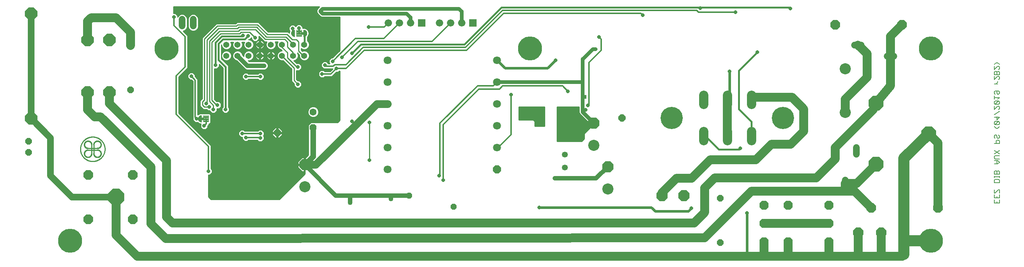
<source format=gbl>
G75*
%MOIN*%
%OFA0B0*%
%FSLAX25Y25*%
%IPPOS*%
%LPD*%
%AMOC8*
5,1,8,0,0,1.08239X$1,22.5*
%
%ADD10C,0.00500*%
%ADD11C,0.01000*%
%ADD12C,0.00100*%
%ADD13OC8,0.08850*%
%ADD14C,0.10000*%
%ADD15C,0.06000*%
%ADD16OC8,0.06000*%
%ADD17OC8,0.10000*%
%ADD18C,0.05315*%
%ADD19OC8,0.08268*%
%ADD20C,0.07087*%
%ADD21OC8,0.07087*%
%ADD22OC8,0.13386*%
%ADD23OC8,0.11268*%
%ADD24C,0.20000*%
%ADD25OC8,0.08600*%
%ADD26OC8,0.15000*%
%ADD27C,0.08250*%
%ADD28R,0.06600X0.06600*%
%ADD29C,0.06600*%
%ADD30C,0.05400*%
%ADD31C,0.05906*%
%ADD32OC8,0.06496*%
%ADD33OC8,0.05400*%
%ADD34OC8,0.06300*%
%ADD35C,0.06300*%
%ADD36OC8,0.05906*%
%ADD37OC8,0.09055*%
%ADD38C,0.00400*%
%ADD39C,0.21654*%
%ADD40C,0.08000*%
%ADD41OC8,0.03175*%
%ADD42C,0.01600*%
%ADD43C,0.02400*%
%ADD44C,0.04000*%
%ADD45C,0.10000*%
%ADD46R,0.03175X0.03175*%
%ADD47C,0.01200*%
%ADD48C,0.05000*%
%ADD49C,0.07000*%
%ADD50C,0.03200*%
D10*
X0948418Y0092099D02*
X0948418Y0095102D01*
X0948418Y0096703D02*
X0948418Y0099706D01*
X0948418Y0101307D02*
X0948418Y0104310D01*
X0948418Y0101307D02*
X0949169Y0101307D01*
X0952171Y0104310D01*
X0952922Y0104310D01*
X0952922Y0101307D01*
X0952922Y0099706D02*
X0952922Y0096703D01*
X0948418Y0096703D01*
X0950670Y0096703D02*
X0950670Y0098204D01*
X0952922Y0095102D02*
X0952922Y0092099D01*
X0948418Y0092099D01*
X0950670Y0092099D02*
X0950670Y0093601D01*
X0952922Y0110515D02*
X0952922Y0112767D01*
X0952171Y0113518D01*
X0949169Y0113518D01*
X0948418Y0112767D01*
X0948418Y0110515D01*
X0952922Y0110515D01*
X0952922Y0115119D02*
X0952922Y0116620D01*
X0952922Y0115870D02*
X0948418Y0115870D01*
X0948418Y0116620D02*
X0948418Y0115119D01*
X0948418Y0118188D02*
X0948418Y0120440D01*
X0949169Y0121191D01*
X0949919Y0121191D01*
X0950670Y0120440D01*
X0950670Y0118188D01*
X0952922Y0118188D02*
X0952922Y0120440D01*
X0952171Y0121191D01*
X0951421Y0121191D01*
X0950670Y0120440D01*
X0948418Y0118188D02*
X0952922Y0118188D01*
X0951421Y0127396D02*
X0952922Y0128897D01*
X0951421Y0130399D01*
X0948418Y0130399D01*
X0949169Y0132000D02*
X0948418Y0132751D01*
X0948418Y0134252D01*
X0949169Y0135003D01*
X0952922Y0135003D01*
X0952922Y0136604D02*
X0948418Y0139606D01*
X0948418Y0136604D02*
X0952922Y0139606D01*
X0952922Y0145812D02*
X0952922Y0148064D01*
X0952171Y0148814D01*
X0950670Y0148814D01*
X0949919Y0148064D01*
X0949919Y0145812D01*
X0948418Y0145812D02*
X0952922Y0145812D01*
X0952171Y0150416D02*
X0951421Y0150416D01*
X0950670Y0151166D01*
X0950670Y0152668D01*
X0949919Y0153418D01*
X0949169Y0153418D01*
X0948418Y0152668D01*
X0948418Y0151166D01*
X0949169Y0150416D01*
X0952171Y0150416D02*
X0952922Y0151166D01*
X0952922Y0152668D01*
X0952171Y0153418D01*
X0951421Y0159623D02*
X0952922Y0161125D01*
X0952171Y0162693D02*
X0952922Y0163443D01*
X0952922Y0164945D01*
X0952171Y0165695D01*
X0949169Y0162693D01*
X0948418Y0163443D01*
X0948418Y0164945D01*
X0949169Y0165695D01*
X0952171Y0165695D01*
X0950670Y0167297D02*
X0950670Y0170299D01*
X0952922Y0169549D02*
X0950670Y0167297D01*
X0948418Y0169549D02*
X0952922Y0169549D01*
X0948418Y0171901D02*
X0952922Y0174903D01*
X0952171Y0176505D02*
X0952922Y0177255D01*
X0952922Y0178756D01*
X0952171Y0179507D01*
X0951421Y0179507D01*
X0948418Y0176505D01*
X0948418Y0179507D01*
X0949169Y0181108D02*
X0952171Y0184111D01*
X0949169Y0184111D01*
X0948418Y0183360D01*
X0948418Y0181859D01*
X0949169Y0181108D01*
X0952171Y0181108D01*
X0952922Y0181859D01*
X0952922Y0183360D01*
X0952171Y0184111D01*
X0951421Y0185712D02*
X0952922Y0187214D01*
X0948418Y0187214D01*
X0948418Y0188715D02*
X0948418Y0185712D01*
X0949169Y0190316D02*
X0948418Y0191067D01*
X0948418Y0192568D01*
X0949169Y0193319D01*
X0952171Y0193319D01*
X0952922Y0192568D01*
X0952922Y0191067D01*
X0952171Y0190316D01*
X0951421Y0190316D01*
X0950670Y0191067D01*
X0950670Y0193319D01*
X0951421Y0199524D02*
X0948418Y0199524D01*
X0949919Y0199524D02*
X0951421Y0201025D01*
X0951421Y0201776D01*
X0952171Y0203361D02*
X0952922Y0204111D01*
X0952922Y0205613D01*
X0952171Y0206363D01*
X0951421Y0206363D01*
X0948418Y0203361D01*
X0948418Y0206363D01*
X0948418Y0207965D02*
X0948418Y0210217D01*
X0949169Y0210967D01*
X0949919Y0210967D01*
X0950670Y0210217D01*
X0950670Y0207965D01*
X0950670Y0210217D02*
X0951421Y0210967D01*
X0952171Y0210967D01*
X0952922Y0210217D01*
X0952922Y0207965D01*
X0948418Y0207965D01*
X0948418Y0212569D02*
X0951421Y0215571D01*
X0952171Y0215571D01*
X0952922Y0214821D01*
X0952922Y0213319D01*
X0952171Y0212569D01*
X0948418Y0212569D02*
X0948418Y0215571D01*
X0948418Y0217173D02*
X0949919Y0218674D01*
X0951421Y0218674D01*
X0952922Y0217173D01*
X0952171Y0162693D02*
X0949169Y0162693D01*
X0948418Y0161125D02*
X0949919Y0159623D01*
X0951421Y0159623D01*
X0952922Y0132000D02*
X0949169Y0132000D01*
X0950670Y0130399D02*
X0950670Y0127396D01*
X0951421Y0127396D02*
X0948418Y0127396D01*
D11*
X0585699Y0160992D02*
X0579699Y0154992D01*
X0579699Y0150242D01*
X0577449Y0147992D01*
X0555399Y0147992D01*
X0555399Y0178742D01*
X0574949Y0178742D01*
X0574949Y0173492D01*
X0582449Y0165992D01*
X0585699Y0165992D01*
X0585699Y0160992D01*
X0585699Y0161306D02*
X0555399Y0161306D01*
X0555399Y0160308D02*
X0585015Y0160308D01*
X0584016Y0159309D02*
X0555399Y0159309D01*
X0555399Y0158311D02*
X0583018Y0158311D01*
X0582019Y0157312D02*
X0555399Y0157312D01*
X0555399Y0156313D02*
X0581021Y0156313D01*
X0580022Y0155315D02*
X0555399Y0155315D01*
X0555399Y0154316D02*
X0579699Y0154316D01*
X0579699Y0153318D02*
X0555399Y0153318D01*
X0555399Y0152319D02*
X0579699Y0152319D01*
X0579699Y0151321D02*
X0555399Y0151321D01*
X0555399Y0150322D02*
X0579699Y0150322D01*
X0578781Y0149324D02*
X0555399Y0149324D01*
X0555399Y0148325D02*
X0577783Y0148325D01*
X0585699Y0162305D02*
X0555399Y0162305D01*
X0555399Y0163303D02*
X0585699Y0163303D01*
X0585699Y0164302D02*
X0555399Y0164302D01*
X0555399Y0165300D02*
X0585699Y0165300D01*
X0582143Y0166299D02*
X0555399Y0166299D01*
X0555399Y0167297D02*
X0581144Y0167297D01*
X0580146Y0168296D02*
X0555399Y0168296D01*
X0555399Y0169294D02*
X0579147Y0169294D01*
X0578149Y0170293D02*
X0555399Y0170293D01*
X0555399Y0171291D02*
X0577150Y0171291D01*
X0576152Y0172290D02*
X0555399Y0172290D01*
X0555399Y0173288D02*
X0575153Y0173288D01*
X0574949Y0174287D02*
X0555399Y0174287D01*
X0555399Y0175285D02*
X0574949Y0175285D01*
X0574949Y0176284D02*
X0555399Y0176284D01*
X0555399Y0177282D02*
X0574949Y0177282D01*
X0574949Y0178281D02*
X0555399Y0178281D01*
X0543949Y0178281D02*
X0521199Y0178281D01*
X0521199Y0178742D02*
X0543949Y0178742D01*
X0543949Y0161492D01*
X0535449Y0161492D01*
X0535449Y0165992D01*
X0534199Y0167242D01*
X0521199Y0167242D01*
X0521199Y0178742D01*
X0521199Y0177282D02*
X0543949Y0177282D01*
X0543949Y0176284D02*
X0521199Y0176284D01*
X0521199Y0175285D02*
X0543949Y0175285D01*
X0543949Y0174287D02*
X0521199Y0174287D01*
X0521199Y0173288D02*
X0543949Y0173288D01*
X0543949Y0172290D02*
X0521199Y0172290D01*
X0521199Y0171291D02*
X0543949Y0171291D01*
X0543949Y0170293D02*
X0521199Y0170293D01*
X0521199Y0169294D02*
X0543949Y0169294D01*
X0543949Y0168296D02*
X0521199Y0168296D01*
X0521199Y0167297D02*
X0543949Y0167297D01*
X0543949Y0166299D02*
X0535143Y0166299D01*
X0535449Y0165300D02*
X0543949Y0165300D01*
X0543949Y0164302D02*
X0535449Y0164302D01*
X0535449Y0163303D02*
X0543949Y0163303D01*
X0543949Y0162305D02*
X0535449Y0162305D01*
X0578449Y0176242D02*
X0580949Y0176242D01*
X0580199Y0187742D02*
X0578449Y0187742D01*
X0386699Y0164742D02*
X0386699Y0130742D01*
X0331699Y0135492D02*
X0329249Y0133042D01*
X0329199Y0133042D01*
X0329199Y0129742D01*
X0328199Y0129742D01*
X0328199Y0133042D01*
X0326090Y0133042D01*
X0322399Y0129352D01*
X0322399Y0127242D01*
X0324199Y0127242D01*
X0324199Y0126242D01*
X0322399Y0126242D01*
X0322399Y0124133D01*
X0326090Y0120442D01*
X0328199Y0120442D01*
X0328199Y0123687D01*
X0328699Y0123492D01*
X0328699Y0118492D01*
X0305699Y0095492D01*
X0244449Y0095492D01*
X0242199Y0097742D01*
X0242199Y0117455D01*
X0243311Y0117455D01*
X0245237Y0119380D01*
X0245237Y0122104D01*
X0244249Y0123091D01*
X0244249Y0144195D01*
X0242902Y0145542D01*
X0215249Y0173195D01*
X0215249Y0205789D01*
X0223249Y0213789D01*
X0223249Y0243195D01*
X0219308Y0247137D01*
X0219375Y0247137D01*
X0221085Y0247845D01*
X0222394Y0249154D01*
X0223102Y0250864D01*
X0223102Y0258620D01*
X0222394Y0260330D01*
X0221085Y0261639D01*
X0219375Y0262348D01*
X0217524Y0262348D01*
X0215814Y0261639D01*
X0214505Y0260330D01*
X0214237Y0259683D01*
X0214237Y0261104D01*
X0212311Y0263030D01*
X0210699Y0263030D01*
X0210699Y0269016D01*
X0341806Y0269016D01*
X0340830Y0268040D01*
X0339902Y0267111D01*
X0339889Y0267081D01*
X0339412Y0266604D01*
X0339412Y0265929D01*
X0339399Y0265899D01*
X0339399Y0264336D01*
X0339412Y0264305D01*
X0339412Y0263880D01*
X0339713Y0263580D01*
X0339902Y0263123D01*
X0342830Y0260195D01*
X0344043Y0259692D01*
X0359949Y0259692D01*
X0359949Y0229495D01*
X0353484Y0223030D01*
X0352338Y0223030D01*
X0350412Y0221104D01*
X0350412Y0218380D01*
X0351000Y0217792D01*
X0349987Y0217792D01*
X0349987Y0217854D01*
X0348061Y0219780D01*
X0345338Y0219780D01*
X0343412Y0217854D01*
X0343412Y0215130D01*
X0345338Y0213205D01*
X0346734Y0213205D01*
X0346747Y0213192D01*
X0353647Y0213192D01*
X0351247Y0210792D01*
X0346549Y0210792D01*
X0345561Y0211780D01*
X0342838Y0211780D01*
X0340912Y0209854D01*
X0340912Y0207130D01*
X0342838Y0205205D01*
X0345561Y0205205D01*
X0346549Y0206192D01*
X0353152Y0206192D01*
X0354499Y0207539D01*
X0357165Y0210205D01*
X0358561Y0210205D01*
X0359549Y0211192D01*
X0359949Y0211192D01*
X0359949Y0166742D01*
X0357949Y0164742D01*
X0333949Y0164742D01*
X0331699Y0162492D01*
X0331699Y0135492D01*
X0331552Y0135345D02*
X0244249Y0135345D01*
X0244249Y0136343D02*
X0331699Y0136343D01*
X0331699Y0137342D02*
X0244249Y0137342D01*
X0244249Y0138340D02*
X0331699Y0138340D01*
X0331699Y0139339D02*
X0244249Y0139339D01*
X0244249Y0140337D02*
X0331699Y0140337D01*
X0331699Y0141336D02*
X0244249Y0141336D01*
X0244249Y0142334D02*
X0331699Y0142334D01*
X0331699Y0143333D02*
X0244249Y0143333D01*
X0244113Y0144331D02*
X0331699Y0144331D01*
X0331699Y0145330D02*
X0243114Y0145330D01*
X0242116Y0146328D02*
X0331699Y0146328D01*
X0331699Y0147327D02*
X0241117Y0147327D01*
X0240119Y0148325D02*
X0273967Y0148325D01*
X0274338Y0147955D02*
X0272412Y0149880D01*
X0272412Y0151455D01*
X0271088Y0151455D01*
X0269162Y0153380D01*
X0269162Y0156104D01*
X0271088Y0158030D01*
X0273811Y0158030D01*
X0274799Y0157042D01*
X0286350Y0157042D01*
X0287338Y0158030D01*
X0290061Y0158030D01*
X0291987Y0156104D01*
X0291987Y0153380D01*
X0291349Y0152742D01*
X0291987Y0152104D01*
X0291987Y0149380D01*
X0290061Y0147455D01*
X0287338Y0147455D01*
X0285850Y0148942D01*
X0278049Y0148942D01*
X0277061Y0147955D01*
X0274338Y0147955D01*
X0272969Y0149324D02*
X0239120Y0149324D01*
X0238122Y0150322D02*
X0272412Y0150322D01*
X0272412Y0151321D02*
X0237123Y0151321D01*
X0236125Y0152319D02*
X0270223Y0152319D01*
X0269225Y0153318D02*
X0235126Y0153318D01*
X0234128Y0154316D02*
X0269162Y0154316D01*
X0269162Y0155315D02*
X0233129Y0155315D01*
X0232131Y0156313D02*
X0269372Y0156313D01*
X0270370Y0157312D02*
X0231132Y0157312D01*
X0230134Y0158311D02*
X0300336Y0158311D01*
X0299401Y0157376D02*
X0299401Y0155992D01*
X0303449Y0155992D01*
X0303449Y0154992D01*
X0299401Y0154992D01*
X0299401Y0153608D01*
X0302066Y0150944D01*
X0303449Y0150944D01*
X0303449Y0154992D01*
X0304449Y0154992D01*
X0304449Y0150944D01*
X0305833Y0150944D01*
X0308497Y0153608D01*
X0308497Y0154992D01*
X0304450Y0154992D01*
X0304450Y0155992D01*
X0308497Y0155992D01*
X0308497Y0157376D01*
X0305833Y0160040D01*
X0304449Y0160040D01*
X0304449Y0155992D01*
X0303449Y0155992D01*
X0303449Y0160040D01*
X0302066Y0160040D01*
X0299401Y0157376D01*
X0299401Y0157312D02*
X0290779Y0157312D01*
X0291777Y0156313D02*
X0299401Y0156313D01*
X0299401Y0154316D02*
X0291987Y0154316D01*
X0291987Y0155315D02*
X0303449Y0155315D01*
X0303449Y0156313D02*
X0304449Y0156313D01*
X0304450Y0155315D02*
X0331699Y0155315D01*
X0331699Y0156313D02*
X0308497Y0156313D01*
X0308497Y0157312D02*
X0331699Y0157312D01*
X0331699Y0158311D02*
X0307563Y0158311D01*
X0306564Y0159309D02*
X0331699Y0159309D01*
X0331699Y0160308D02*
X0241414Y0160308D01*
X0241487Y0160380D02*
X0241487Y0161777D01*
X0242249Y0162539D01*
X0242249Y0163542D01*
X0242786Y0163542D01*
X0243899Y0164655D01*
X0243899Y0171829D01*
X0242786Y0172942D01*
X0236612Y0172942D01*
X0236543Y0172873D01*
X0236424Y0172992D01*
X0236326Y0172992D01*
X0236249Y0173055D01*
X0235613Y0172992D01*
X0235445Y0172992D01*
X0235300Y0173070D01*
X0235045Y0172992D01*
X0234975Y0172992D01*
X0234944Y0172962D01*
X0234771Y0172909D01*
X0234439Y0172876D01*
X0234366Y0172899D01*
X0234298Y0172863D01*
X0234221Y0172855D01*
X0234172Y0172796D01*
X0233878Y0172638D01*
X0233560Y0172542D01*
X0233483Y0172549D01*
X0233423Y0172500D01*
X0233350Y0172478D01*
X0233313Y0172410D01*
X0233056Y0172199D01*
X0232762Y0172041D01*
X0232685Y0172034D01*
X0232636Y0171974D01*
X0232569Y0171938D01*
X0232546Y0171865D01*
X0232499Y0171808D01*
X0232499Y0203945D01*
X0231152Y0205292D01*
X0229987Y0206457D01*
X0229987Y0207854D01*
X0228061Y0209780D01*
X0225338Y0209780D01*
X0223412Y0207854D01*
X0223412Y0205130D01*
X0225338Y0203205D01*
X0226734Y0203205D01*
X0227899Y0202039D01*
X0227899Y0168539D01*
X0228162Y0168277D01*
X0228162Y0166880D01*
X0230088Y0164955D01*
X0232240Y0164955D01*
X0232335Y0164877D01*
X0232546Y0164620D01*
X0232569Y0164546D01*
X0232636Y0164510D01*
X0232685Y0164450D01*
X0232762Y0164443D01*
X0233056Y0164286D01*
X0233313Y0164074D01*
X0233350Y0164006D01*
X0233423Y0163984D01*
X0233483Y0163935D01*
X0233560Y0163943D01*
X0233878Y0163846D01*
X0234172Y0163689D01*
X0234221Y0163629D01*
X0234298Y0163622D01*
X0234366Y0163585D01*
X0234439Y0163608D01*
X0234771Y0163575D01*
X0234944Y0163523D01*
X0234975Y0163492D01*
X0235045Y0163492D01*
X0235241Y0163433D01*
X0234912Y0163104D01*
X0234912Y0160380D01*
X0236838Y0158455D01*
X0239561Y0158455D01*
X0241487Y0160380D01*
X0241487Y0161306D02*
X0331699Y0161306D01*
X0331699Y0162305D02*
X0242015Y0162305D01*
X0242249Y0163303D02*
X0332510Y0163303D01*
X0333509Y0164302D02*
X0243546Y0164302D01*
X0243899Y0165300D02*
X0358507Y0165300D01*
X0359506Y0166299D02*
X0243899Y0166299D01*
X0243899Y0167297D02*
X0359949Y0167297D01*
X0359949Y0168296D02*
X0243899Y0168296D01*
X0243899Y0169294D02*
X0359949Y0169294D01*
X0359949Y0170293D02*
X0339109Y0170293D01*
X0338947Y0170130D02*
X0340311Y0171495D01*
X0341049Y0173277D01*
X0341049Y0175207D01*
X0340311Y0176989D01*
X0338947Y0178354D01*
X0337164Y0179092D01*
X0335235Y0179092D01*
X0333452Y0178354D01*
X0332088Y0176989D01*
X0331349Y0175207D01*
X0331349Y0173277D01*
X0332088Y0171495D01*
X0333452Y0170130D01*
X0335235Y0169392D01*
X0337164Y0169392D01*
X0338947Y0170130D01*
X0340107Y0171291D02*
X0359949Y0171291D01*
X0359949Y0172290D02*
X0340640Y0172290D01*
X0341049Y0173288D02*
X0359949Y0173288D01*
X0359949Y0174287D02*
X0341049Y0174287D01*
X0341017Y0175285D02*
X0359949Y0175285D01*
X0359949Y0176284D02*
X0340603Y0176284D01*
X0340018Y0177282D02*
X0359949Y0177282D01*
X0359949Y0178281D02*
X0339020Y0178281D01*
X0333379Y0178281D02*
X0260310Y0178281D01*
X0259949Y0178641D02*
X0259949Y0215489D01*
X0259569Y0216408D01*
X0253699Y0222278D01*
X0253699Y0234707D01*
X0253799Y0234807D01*
X0253799Y0234117D01*
X0254469Y0232500D01*
X0255707Y0231262D01*
X0257324Y0230592D01*
X0259075Y0230592D01*
X0260692Y0231262D01*
X0261930Y0232500D01*
X0262599Y0234117D01*
X0262599Y0235867D01*
X0262030Y0237242D01*
X0264369Y0237242D01*
X0263799Y0235867D01*
X0263799Y0234117D01*
X0264469Y0232500D01*
X0265707Y0231262D01*
X0267324Y0230592D01*
X0269075Y0230592D01*
X0270692Y0231262D01*
X0271930Y0232500D01*
X0272599Y0234117D01*
X0272599Y0235867D01*
X0272030Y0237242D01*
X0274369Y0237242D01*
X0273799Y0235867D01*
X0273799Y0234117D01*
X0274469Y0232500D01*
X0275707Y0231262D01*
X0277324Y0230592D01*
X0279075Y0230592D01*
X0280692Y0231262D01*
X0281930Y0232500D01*
X0282599Y0234117D01*
X0282599Y0235867D01*
X0281930Y0237485D01*
X0280692Y0238722D01*
X0279075Y0239392D01*
X0277885Y0239392D01*
X0277948Y0239455D01*
X0279061Y0239455D01*
X0280662Y0241056D01*
X0280662Y0239880D01*
X0282588Y0237955D01*
X0285311Y0237955D01*
X0287237Y0239880D01*
X0287237Y0242593D01*
X0290999Y0238831D01*
X0292288Y0237542D01*
X0294527Y0237542D01*
X0294469Y0237485D01*
X0293799Y0235867D01*
X0293799Y0234117D01*
X0294469Y0232500D01*
X0295707Y0231262D01*
X0297324Y0230592D01*
X0299075Y0230592D01*
X0300692Y0231262D01*
X0301930Y0232500D01*
X0302599Y0234117D01*
X0302599Y0235867D01*
X0301930Y0237485D01*
X0301872Y0237542D01*
X0304527Y0237542D01*
X0304469Y0237485D01*
X0303799Y0235867D01*
X0303799Y0234117D01*
X0304469Y0232500D01*
X0305707Y0231262D01*
X0306751Y0230830D01*
X0308188Y0229392D01*
X0307324Y0229392D01*
X0305707Y0228722D01*
X0304469Y0227485D01*
X0303799Y0225867D01*
X0303799Y0224117D01*
X0304469Y0222500D01*
X0305707Y0221262D01*
X0307324Y0220592D01*
X0309075Y0220592D01*
X0309190Y0220640D01*
X0316749Y0213081D01*
X0316749Y0201831D01*
X0319162Y0199418D01*
X0319162Y0197880D01*
X0321088Y0195955D01*
X0323811Y0195955D01*
X0325737Y0197880D01*
X0325737Y0200604D01*
X0323811Y0202530D01*
X0322273Y0202530D01*
X0321149Y0203653D01*
X0321149Y0211455D01*
X0323811Y0211455D01*
X0325737Y0213380D01*
X0325737Y0216104D01*
X0323811Y0218030D01*
X0321273Y0218030D01*
X0318711Y0220592D01*
X0319075Y0220592D01*
X0320692Y0221262D01*
X0321930Y0222500D01*
X0322599Y0224117D01*
X0322599Y0225867D01*
X0321989Y0227341D01*
X0322288Y0227042D01*
X0323799Y0225531D01*
X0323799Y0224117D01*
X0324469Y0222500D01*
X0325707Y0221262D01*
X0327324Y0220592D01*
X0329075Y0220592D01*
X0330692Y0221262D01*
X0331930Y0222500D01*
X0332599Y0224117D01*
X0332599Y0225867D01*
X0331930Y0227485D01*
X0330692Y0228722D01*
X0329075Y0229392D01*
X0327324Y0229392D01*
X0326502Y0229051D01*
X0325399Y0230153D01*
X0325399Y0231570D01*
X0325707Y0231262D01*
X0327324Y0230592D01*
X0329075Y0230592D01*
X0330692Y0231262D01*
X0331930Y0232500D01*
X0332599Y0234117D01*
X0332599Y0235867D01*
X0331930Y0237485D01*
X0330949Y0238465D01*
X0330949Y0241988D01*
X0331072Y0242089D01*
X0331146Y0242111D01*
X0331182Y0242179D01*
X0331241Y0242228D01*
X0331249Y0242304D01*
X0331406Y0242598D01*
X0331617Y0242856D01*
X0331685Y0242892D01*
X0331708Y0242966D01*
X0331756Y0243026D01*
X0331749Y0243102D01*
X0331846Y0243421D01*
X0332003Y0243715D01*
X0332062Y0243764D01*
X0332070Y0243841D01*
X0332106Y0243908D01*
X0332084Y0243982D01*
X0332116Y0244314D01*
X0332213Y0244633D01*
X0332262Y0244692D01*
X0332255Y0244769D01*
X0332277Y0244843D01*
X0332241Y0244910D01*
X0332208Y0245242D01*
X0332241Y0245574D01*
X0332277Y0245642D01*
X0332255Y0245715D01*
X0332262Y0245792D01*
X0332213Y0245851D01*
X0332116Y0246170D01*
X0332084Y0246502D01*
X0332106Y0246576D01*
X0332070Y0246644D01*
X0332062Y0246720D01*
X0332003Y0246769D01*
X0331846Y0247063D01*
X0331749Y0247382D01*
X0331756Y0247459D01*
X0331708Y0247518D01*
X0331685Y0247592D01*
X0331617Y0247628D01*
X0331406Y0247886D01*
X0331249Y0248180D01*
X0331241Y0248256D01*
X0331182Y0248305D01*
X0331146Y0248373D01*
X0331072Y0248395D01*
X0330814Y0248607D01*
X0330603Y0248865D01*
X0330580Y0248938D01*
X0330513Y0248974D01*
X0330464Y0249034D01*
X0330387Y0249041D01*
X0330093Y0249199D01*
X0329835Y0249410D01*
X0329799Y0249478D01*
X0329726Y0249500D01*
X0329666Y0249549D01*
X0329589Y0249542D01*
X0329270Y0249638D01*
X0328976Y0249795D01*
X0328928Y0249855D01*
X0328851Y0249863D01*
X0328783Y0249899D01*
X0328710Y0249876D01*
X0328378Y0249909D01*
X0328205Y0249962D01*
X0328174Y0249992D01*
X0328104Y0249992D01*
X0327849Y0250070D01*
X0327704Y0249992D01*
X0327535Y0249992D01*
X0326900Y0250055D01*
X0326823Y0249992D01*
X0326737Y0249992D01*
X0326737Y0251104D01*
X0324811Y0253030D01*
X0322088Y0253030D01*
X0320449Y0251391D01*
X0319061Y0252780D01*
X0316338Y0252780D01*
X0314412Y0250854D01*
X0314412Y0248130D01*
X0315149Y0247394D01*
X0315150Y0247382D01*
X0315053Y0247063D01*
X0314896Y0246769D01*
X0314837Y0246720D01*
X0314829Y0246644D01*
X0314793Y0246576D01*
X0314815Y0246502D01*
X0314782Y0246170D01*
X0314686Y0245851D01*
X0314637Y0245792D01*
X0314644Y0245715D01*
X0314622Y0245642D01*
X0314658Y0245574D01*
X0314678Y0245375D01*
X0313611Y0246442D01*
X0295861Y0246442D01*
X0287111Y0255192D01*
X0267538Y0255192D01*
X0266288Y0253942D01*
X0249038Y0253942D01*
X0247749Y0252653D01*
X0236249Y0241153D01*
X0236249Y0186153D01*
X0235788Y0185692D01*
X0234499Y0184403D01*
X0234499Y0179581D01*
X0235788Y0178292D01*
X0237538Y0176542D01*
X0240250Y0176542D01*
X0241338Y0175455D01*
X0243162Y0175455D01*
X0243162Y0175130D01*
X0245088Y0173205D01*
X0247811Y0173205D01*
X0249737Y0175130D01*
X0249737Y0177205D01*
X0251561Y0177205D01*
X0253487Y0179130D01*
X0253487Y0181854D01*
X0251561Y0183780D01*
X0249273Y0183780D01*
X0247399Y0185653D01*
X0247399Y0213205D01*
X0249811Y0213205D01*
X0251737Y0215130D01*
X0251737Y0217169D01*
X0254949Y0213957D01*
X0254949Y0178641D01*
X0254162Y0177854D01*
X0254162Y0175130D01*
X0256088Y0173205D01*
X0258811Y0173205D01*
X0260737Y0175130D01*
X0260737Y0177854D01*
X0259949Y0178641D01*
X0259949Y0179279D02*
X0359949Y0179279D01*
X0359949Y0180278D02*
X0259949Y0180278D01*
X0259949Y0181276D02*
X0359949Y0181276D01*
X0359949Y0182275D02*
X0259949Y0182275D01*
X0259949Y0183273D02*
X0359949Y0183273D01*
X0359949Y0184272D02*
X0259949Y0184272D01*
X0259949Y0185270D02*
X0359949Y0185270D01*
X0359949Y0186269D02*
X0259949Y0186269D01*
X0259949Y0187267D02*
X0359949Y0187267D01*
X0359949Y0188266D02*
X0259949Y0188266D01*
X0259949Y0189264D02*
X0359949Y0189264D01*
X0359949Y0190263D02*
X0259949Y0190263D01*
X0259949Y0191261D02*
X0359949Y0191261D01*
X0359949Y0192260D02*
X0259949Y0192260D01*
X0259949Y0193258D02*
X0359949Y0193258D01*
X0359949Y0194257D02*
X0259949Y0194257D01*
X0259949Y0195255D02*
X0359949Y0195255D01*
X0359949Y0196254D02*
X0324110Y0196254D01*
X0325109Y0197252D02*
X0359949Y0197252D01*
X0359949Y0198251D02*
X0325737Y0198251D01*
X0325737Y0199249D02*
X0359949Y0199249D01*
X0359949Y0200248D02*
X0325737Y0200248D01*
X0325094Y0201246D02*
X0359949Y0201246D01*
X0359949Y0202245D02*
X0324096Y0202245D01*
X0321559Y0203244D02*
X0359949Y0203244D01*
X0359949Y0204242D02*
X0321149Y0204242D01*
X0321149Y0205241D02*
X0342802Y0205241D01*
X0341803Y0206239D02*
X0321149Y0206239D01*
X0321149Y0207238D02*
X0340912Y0207238D01*
X0340912Y0208236D02*
X0321149Y0208236D01*
X0321149Y0209235D02*
X0340912Y0209235D01*
X0341291Y0210233D02*
X0321149Y0210233D01*
X0321149Y0211232D02*
X0342290Y0211232D01*
X0344315Y0214227D02*
X0325737Y0214227D01*
X0325737Y0215226D02*
X0343412Y0215226D01*
X0343412Y0216224D02*
X0325616Y0216224D01*
X0324618Y0217223D02*
X0343412Y0217223D01*
X0343779Y0218221D02*
X0321082Y0218221D01*
X0320083Y0219220D02*
X0344778Y0219220D01*
X0348621Y0219220D02*
X0350412Y0219220D01*
X0350412Y0220218D02*
X0319085Y0220218D01*
X0320583Y0221217D02*
X0325816Y0221217D01*
X0324754Y0222215D02*
X0321645Y0222215D01*
X0322225Y0223214D02*
X0324174Y0223214D01*
X0323799Y0224212D02*
X0322599Y0224212D01*
X0322599Y0225211D02*
X0323799Y0225211D01*
X0323121Y0226209D02*
X0322458Y0226209D01*
X0322123Y0227208D02*
X0322044Y0227208D01*
X0323199Y0229242D02*
X0327449Y0224992D01*
X0328199Y0224992D01*
X0332225Y0223214D02*
X0353668Y0223214D01*
X0354667Y0224212D02*
X0332599Y0224212D01*
X0332599Y0225211D02*
X0355665Y0225211D01*
X0356664Y0226209D02*
X0332458Y0226209D01*
X0332044Y0227208D02*
X0357662Y0227208D01*
X0358661Y0228206D02*
X0331208Y0228206D01*
X0329527Y0229205D02*
X0359659Y0229205D01*
X0359949Y0230203D02*
X0325399Y0230203D01*
X0325399Y0231202D02*
X0325852Y0231202D01*
X0326348Y0229205D02*
X0326872Y0229205D01*
X0323199Y0229242D02*
X0323199Y0237492D01*
X0321199Y0239492D01*
X0317449Y0239492D01*
X0312699Y0244242D01*
X0294949Y0244242D01*
X0286199Y0252992D01*
X0268449Y0252992D01*
X0267199Y0251742D01*
X0249949Y0251742D01*
X0238449Y0240242D01*
X0238449Y0185242D01*
X0236699Y0183492D01*
X0236699Y0180492D01*
X0238449Y0178742D01*
X0242699Y0178742D01*
X0240509Y0176284D02*
X0232499Y0176284D01*
X0232499Y0177282D02*
X0236798Y0177282D01*
X0235800Y0178281D02*
X0232499Y0178281D01*
X0232499Y0179279D02*
X0234801Y0179279D01*
X0234499Y0180278D02*
X0232499Y0180278D01*
X0232499Y0181276D02*
X0234499Y0181276D01*
X0234499Y0182275D02*
X0232499Y0182275D01*
X0232499Y0183273D02*
X0234499Y0183273D01*
X0234499Y0184272D02*
X0232499Y0184272D01*
X0232499Y0185270D02*
X0235366Y0185270D01*
X0235788Y0185692D02*
X0235788Y0185692D01*
X0236249Y0186269D02*
X0232499Y0186269D01*
X0232499Y0187267D02*
X0236249Y0187267D01*
X0236249Y0188266D02*
X0232499Y0188266D01*
X0232499Y0189264D02*
X0236249Y0189264D01*
X0236249Y0190263D02*
X0232499Y0190263D01*
X0232499Y0191261D02*
X0236249Y0191261D01*
X0236249Y0192260D02*
X0232499Y0192260D01*
X0232499Y0193258D02*
X0236249Y0193258D01*
X0236249Y0194257D02*
X0232499Y0194257D01*
X0232499Y0195255D02*
X0236249Y0195255D01*
X0236249Y0196254D02*
X0232499Y0196254D01*
X0232499Y0197252D02*
X0236249Y0197252D01*
X0236249Y0198251D02*
X0232499Y0198251D01*
X0232499Y0199249D02*
X0236249Y0199249D01*
X0236249Y0200248D02*
X0232499Y0200248D01*
X0232499Y0201246D02*
X0236249Y0201246D01*
X0236249Y0202245D02*
X0232499Y0202245D01*
X0232499Y0203244D02*
X0236249Y0203244D01*
X0236249Y0204242D02*
X0232202Y0204242D01*
X0231204Y0205241D02*
X0236249Y0205241D01*
X0236249Y0206239D02*
X0230205Y0206239D01*
X0229987Y0207238D02*
X0236249Y0207238D01*
X0236249Y0208236D02*
X0229605Y0208236D01*
X0228606Y0209235D02*
X0236249Y0209235D01*
X0236249Y0210233D02*
X0219693Y0210233D01*
X0218695Y0209235D02*
X0224793Y0209235D01*
X0223794Y0208236D02*
X0217696Y0208236D01*
X0216698Y0207238D02*
X0223412Y0207238D01*
X0223412Y0206239D02*
X0215699Y0206239D01*
X0215249Y0205241D02*
X0223412Y0205241D01*
X0224300Y0204242D02*
X0215249Y0204242D01*
X0215249Y0203244D02*
X0225299Y0203244D01*
X0227694Y0202245D02*
X0215249Y0202245D01*
X0215249Y0201246D02*
X0227899Y0201246D01*
X0227899Y0200248D02*
X0215249Y0200248D01*
X0215249Y0199249D02*
X0227899Y0199249D01*
X0227899Y0198251D02*
X0215249Y0198251D01*
X0215249Y0197252D02*
X0227899Y0197252D01*
X0227899Y0196254D02*
X0215249Y0196254D01*
X0215249Y0195255D02*
X0227899Y0195255D01*
X0227899Y0194257D02*
X0215249Y0194257D01*
X0215249Y0193258D02*
X0227899Y0193258D01*
X0227899Y0192260D02*
X0215249Y0192260D01*
X0215249Y0191261D02*
X0227899Y0191261D01*
X0227899Y0190263D02*
X0215249Y0190263D01*
X0215249Y0189264D02*
X0227899Y0189264D01*
X0227899Y0188266D02*
X0215249Y0188266D01*
X0215249Y0187267D02*
X0227899Y0187267D01*
X0227899Y0186269D02*
X0215249Y0186269D01*
X0215249Y0185270D02*
X0227899Y0185270D01*
X0227899Y0184272D02*
X0215249Y0184272D01*
X0215249Y0183273D02*
X0227899Y0183273D01*
X0227899Y0182275D02*
X0215249Y0182275D01*
X0215249Y0181276D02*
X0227899Y0181276D01*
X0227899Y0180278D02*
X0215249Y0180278D01*
X0215249Y0179279D02*
X0227899Y0179279D01*
X0227899Y0178281D02*
X0215249Y0178281D01*
X0215249Y0177282D02*
X0227899Y0177282D01*
X0227899Y0176284D02*
X0215249Y0176284D01*
X0215249Y0175285D02*
X0227899Y0175285D01*
X0227899Y0174287D02*
X0215249Y0174287D01*
X0215249Y0173288D02*
X0227899Y0173288D01*
X0227899Y0172290D02*
X0216155Y0172290D01*
X0217153Y0171291D02*
X0227899Y0171291D01*
X0227899Y0170293D02*
X0218152Y0170293D01*
X0219150Y0169294D02*
X0227899Y0169294D01*
X0228143Y0168296D02*
X0220149Y0168296D01*
X0221147Y0167297D02*
X0228162Y0167297D01*
X0228744Y0166299D02*
X0222146Y0166299D01*
X0223144Y0165300D02*
X0229742Y0165300D01*
X0233026Y0164302D02*
X0224143Y0164302D01*
X0225141Y0163303D02*
X0235111Y0163303D01*
X0234912Y0162305D02*
X0226140Y0162305D01*
X0227138Y0161306D02*
X0234912Y0161306D01*
X0234985Y0160308D02*
X0228137Y0160308D01*
X0229135Y0159309D02*
X0235983Y0159309D01*
X0240415Y0159309D02*
X0301334Y0159309D01*
X0303449Y0159309D02*
X0304449Y0159309D01*
X0304449Y0158311D02*
X0303449Y0158311D01*
X0303449Y0157312D02*
X0304449Y0157312D01*
X0304449Y0154316D02*
X0303449Y0154316D01*
X0303449Y0153318D02*
X0304449Y0153318D01*
X0304449Y0152319D02*
X0303449Y0152319D01*
X0303449Y0151321D02*
X0304449Y0151321D01*
X0306210Y0151321D02*
X0331699Y0151321D01*
X0331699Y0152319D02*
X0307209Y0152319D01*
X0308207Y0153318D02*
X0331699Y0153318D01*
X0331699Y0154316D02*
X0308497Y0154316D01*
X0301689Y0151321D02*
X0291987Y0151321D01*
X0291987Y0150322D02*
X0331699Y0150322D01*
X0331699Y0149324D02*
X0291930Y0149324D01*
X0290932Y0148325D02*
X0331699Y0148325D01*
X0300690Y0152319D02*
X0291771Y0152319D01*
X0291924Y0153318D02*
X0299692Y0153318D01*
X0286467Y0148325D02*
X0277432Y0148325D01*
X0274529Y0157312D02*
X0286620Y0157312D01*
X0243899Y0170293D02*
X0333290Y0170293D01*
X0332291Y0171291D02*
X0243899Y0171291D01*
X0243439Y0172290D02*
X0331759Y0172290D01*
X0331349Y0173288D02*
X0258895Y0173288D01*
X0259893Y0174287D02*
X0331349Y0174287D01*
X0331382Y0175285D02*
X0260737Y0175285D01*
X0260737Y0176284D02*
X0331796Y0176284D01*
X0332381Y0177282D02*
X0260737Y0177282D01*
X0254949Y0179279D02*
X0253487Y0179279D01*
X0253487Y0180278D02*
X0254949Y0180278D01*
X0254949Y0181276D02*
X0253487Y0181276D01*
X0253066Y0182275D02*
X0254949Y0182275D01*
X0254949Y0183273D02*
X0252067Y0183273D01*
X0254949Y0184272D02*
X0248781Y0184272D01*
X0247783Y0185270D02*
X0254949Y0185270D01*
X0254949Y0186269D02*
X0247399Y0186269D01*
X0247399Y0187267D02*
X0254949Y0187267D01*
X0254949Y0188266D02*
X0247399Y0188266D01*
X0247399Y0189264D02*
X0254949Y0189264D01*
X0254949Y0190263D02*
X0247399Y0190263D01*
X0247399Y0191261D02*
X0254949Y0191261D01*
X0254949Y0192260D02*
X0247399Y0192260D01*
X0247399Y0193258D02*
X0254949Y0193258D01*
X0254949Y0194257D02*
X0247399Y0194257D01*
X0247399Y0195255D02*
X0254949Y0195255D01*
X0254949Y0196254D02*
X0247399Y0196254D01*
X0247399Y0197252D02*
X0254949Y0197252D01*
X0254949Y0198251D02*
X0247399Y0198251D01*
X0247399Y0199249D02*
X0254949Y0199249D01*
X0254949Y0200248D02*
X0247399Y0200248D01*
X0247399Y0201246D02*
X0254949Y0201246D01*
X0254949Y0202245D02*
X0247399Y0202245D01*
X0247399Y0203244D02*
X0254949Y0203244D01*
X0254949Y0204242D02*
X0247399Y0204242D01*
X0247399Y0205241D02*
X0254949Y0205241D01*
X0254949Y0206239D02*
X0247399Y0206239D01*
X0247399Y0207238D02*
X0254949Y0207238D01*
X0254949Y0208236D02*
X0247399Y0208236D01*
X0247399Y0209235D02*
X0254949Y0209235D01*
X0254949Y0210233D02*
X0247399Y0210233D01*
X0247399Y0211232D02*
X0254949Y0211232D01*
X0254949Y0212230D02*
X0247399Y0212230D01*
X0249835Y0213229D02*
X0254949Y0213229D01*
X0254679Y0214227D02*
X0250834Y0214227D01*
X0251737Y0215226D02*
X0253680Y0215226D01*
X0252682Y0216224D02*
X0251737Y0216224D01*
X0256757Y0219220D02*
X0268739Y0219220D01*
X0267741Y0220218D02*
X0255759Y0220218D01*
X0255816Y0221217D02*
X0254760Y0221217D01*
X0255707Y0221262D02*
X0257324Y0220592D01*
X0259075Y0220592D01*
X0260692Y0221262D01*
X0261930Y0222500D01*
X0262599Y0224117D01*
X0262599Y0225867D01*
X0261930Y0227485D01*
X0260692Y0228722D01*
X0259075Y0229392D01*
X0257324Y0229392D01*
X0255707Y0228722D01*
X0254469Y0227485D01*
X0253799Y0225867D01*
X0253799Y0224117D01*
X0254469Y0222500D01*
X0255707Y0221262D01*
X0254754Y0222215D02*
X0253762Y0222215D01*
X0253699Y0223214D02*
X0254174Y0223214D01*
X0253799Y0224212D02*
X0253699Y0224212D01*
X0253699Y0225211D02*
X0253799Y0225211D01*
X0253699Y0226209D02*
X0253941Y0226209D01*
X0253699Y0227208D02*
X0254355Y0227208D01*
X0253699Y0228206D02*
X0255191Y0228206D01*
X0253699Y0229205D02*
X0256872Y0229205D01*
X0255852Y0231202D02*
X0253699Y0231202D01*
X0253699Y0232200D02*
X0254769Y0232200D01*
X0254180Y0233199D02*
X0253699Y0233199D01*
X0253699Y0234197D02*
X0253799Y0234197D01*
X0253699Y0230203D02*
X0307377Y0230203D01*
X0306872Y0229205D02*
X0279527Y0229205D01*
X0279075Y0229392D02*
X0277324Y0229392D01*
X0275707Y0228722D01*
X0274469Y0227485D01*
X0273799Y0225867D01*
X0273799Y0224625D01*
X0272599Y0225825D01*
X0272599Y0225867D01*
X0271930Y0227485D01*
X0270692Y0228722D01*
X0269075Y0229392D01*
X0267324Y0229392D01*
X0265707Y0228722D01*
X0264469Y0227485D01*
X0263799Y0225867D01*
X0263799Y0225698D01*
X0263749Y0225578D01*
X0263749Y0223907D01*
X0264389Y0222363D01*
X0265570Y0221182D01*
X0267114Y0220542D01*
X0267417Y0220542D01*
X0274063Y0213896D01*
X0275104Y0212855D01*
X0276463Y0212292D01*
X0292685Y0212292D01*
X0294045Y0212855D01*
X0295086Y0213896D01*
X0295649Y0215256D01*
X0295649Y0216728D01*
X0295086Y0218088D01*
X0294045Y0219129D01*
X0292685Y0219692D01*
X0278732Y0219692D01*
X0277832Y0220592D01*
X0279075Y0220592D01*
X0280692Y0221262D01*
X0281930Y0222500D01*
X0282599Y0224117D01*
X0282599Y0225867D01*
X0281930Y0227485D01*
X0280692Y0228722D01*
X0279075Y0229392D01*
X0276872Y0229205D02*
X0269527Y0229205D01*
X0271208Y0228206D02*
X0275191Y0228206D01*
X0274355Y0227208D02*
X0272044Y0227208D01*
X0272458Y0226209D02*
X0273941Y0226209D01*
X0273799Y0225211D02*
X0273213Y0225211D01*
X0278206Y0220218D02*
X0309612Y0220218D01*
X0310611Y0219220D02*
X0293826Y0219220D01*
X0294953Y0218221D02*
X0311609Y0218221D01*
X0312608Y0217223D02*
X0295445Y0217223D01*
X0295649Y0216224D02*
X0313606Y0216224D01*
X0314605Y0215226D02*
X0295637Y0215226D01*
X0295223Y0214227D02*
X0315603Y0214227D01*
X0316602Y0213229D02*
X0294419Y0213229D01*
X0290356Y0209235D02*
X0316749Y0209235D01*
X0316749Y0210233D02*
X0259949Y0210233D01*
X0259949Y0209235D02*
X0274043Y0209235D01*
X0274338Y0209530D02*
X0272412Y0207604D01*
X0272412Y0204880D01*
X0274338Y0202955D01*
X0277061Y0202955D01*
X0278049Y0203942D01*
X0286350Y0203942D01*
X0287338Y0202955D01*
X0290061Y0202955D01*
X0291987Y0204880D01*
X0291987Y0207604D01*
X0290061Y0209530D01*
X0287338Y0209530D01*
X0286350Y0208542D01*
X0278049Y0208542D01*
X0277061Y0209530D01*
X0274338Y0209530D01*
X0273044Y0208236D02*
X0259949Y0208236D01*
X0259949Y0207238D02*
X0272412Y0207238D01*
X0272412Y0206239D02*
X0259949Y0206239D01*
X0259949Y0205241D02*
X0272412Y0205241D01*
X0273050Y0204242D02*
X0259949Y0204242D01*
X0259949Y0203244D02*
X0274049Y0203244D01*
X0277350Y0203244D02*
X0287049Y0203244D01*
X0290350Y0203244D02*
X0316749Y0203244D01*
X0316749Y0204242D02*
X0291348Y0204242D01*
X0291987Y0205241D02*
X0316749Y0205241D01*
X0316749Y0206239D02*
X0291987Y0206239D01*
X0291987Y0207238D02*
X0316749Y0207238D01*
X0316749Y0208236D02*
X0291355Y0208236D01*
X0287043Y0209235D02*
X0277356Y0209235D01*
X0274730Y0213229D02*
X0259949Y0213229D01*
X0259949Y0214227D02*
X0273732Y0214227D01*
X0272733Y0215226D02*
X0259949Y0215226D01*
X0259645Y0216224D02*
X0271735Y0216224D01*
X0270736Y0217223D02*
X0258754Y0217223D01*
X0257756Y0218221D02*
X0269738Y0218221D01*
X0265535Y0221217D02*
X0260583Y0221217D01*
X0261645Y0222215D02*
X0264537Y0222215D01*
X0264036Y0223214D02*
X0262225Y0223214D01*
X0262599Y0224212D02*
X0263749Y0224212D01*
X0263749Y0225211D02*
X0262599Y0225211D01*
X0262458Y0226209D02*
X0263941Y0226209D01*
X0264355Y0227208D02*
X0262044Y0227208D01*
X0261208Y0228206D02*
X0265191Y0228206D01*
X0266872Y0229205D02*
X0259527Y0229205D01*
X0260547Y0231202D02*
X0265852Y0231202D01*
X0264769Y0232200D02*
X0261630Y0232200D01*
X0262219Y0233199D02*
X0264180Y0233199D01*
X0263799Y0234197D02*
X0262599Y0234197D01*
X0262599Y0235196D02*
X0263799Y0235196D01*
X0263935Y0236194D02*
X0262464Y0236194D01*
X0262050Y0237193D02*
X0264349Y0237193D01*
X0272050Y0237193D02*
X0274349Y0237193D01*
X0273935Y0236194D02*
X0272464Y0236194D01*
X0272599Y0235196D02*
X0273799Y0235196D01*
X0273799Y0234197D02*
X0272599Y0234197D01*
X0272219Y0233199D02*
X0274180Y0233199D01*
X0274769Y0232200D02*
X0271630Y0232200D01*
X0270547Y0231202D02*
X0275852Y0231202D01*
X0280547Y0231202D02*
X0286898Y0231202D01*
X0287033Y0231146D02*
X0287799Y0230993D01*
X0287799Y0234592D01*
X0284201Y0234592D01*
X0284353Y0233825D01*
X0284655Y0233097D01*
X0285092Y0232442D01*
X0285650Y0231885D01*
X0286305Y0231447D01*
X0287033Y0231146D01*
X0287799Y0231202D02*
X0288599Y0231202D01*
X0288599Y0230993D02*
X0289366Y0231146D01*
X0290094Y0231447D01*
X0290749Y0231885D01*
X0291306Y0232442D01*
X0291744Y0233097D01*
X0292046Y0233825D01*
X0292198Y0234592D01*
X0288600Y0234592D01*
X0288600Y0235392D01*
X0292198Y0235392D01*
X0292046Y0236159D01*
X0291744Y0236887D01*
X0291306Y0237542D01*
X0290749Y0238099D01*
X0290094Y0238537D01*
X0289366Y0238838D01*
X0288599Y0238991D01*
X0288599Y0235392D01*
X0287799Y0235392D01*
X0287799Y0234592D01*
X0288599Y0234592D01*
X0288599Y0230993D01*
X0289501Y0231202D02*
X0295852Y0231202D01*
X0294769Y0232200D02*
X0291065Y0232200D01*
X0291786Y0233199D02*
X0294180Y0233199D01*
X0293799Y0234197D02*
X0292120Y0234197D01*
X0293799Y0235196D02*
X0288600Y0235196D01*
X0287799Y0235196D02*
X0282599Y0235196D01*
X0282599Y0234197D02*
X0284279Y0234197D01*
X0284613Y0233199D02*
X0282219Y0233199D01*
X0281630Y0232200D02*
X0285334Y0232200D01*
X0287799Y0232200D02*
X0288599Y0232200D01*
X0288599Y0233199D02*
X0287799Y0233199D01*
X0287799Y0234197D02*
X0288599Y0234197D01*
X0287799Y0235392D02*
X0284201Y0235392D01*
X0284353Y0236159D01*
X0284655Y0236887D01*
X0285092Y0237542D01*
X0285650Y0238099D01*
X0286305Y0238537D01*
X0287033Y0238838D01*
X0287799Y0238991D01*
X0287799Y0235392D01*
X0287799Y0236194D02*
X0288599Y0236194D01*
X0288599Y0237193D02*
X0287799Y0237193D01*
X0287799Y0238191D02*
X0288599Y0238191D01*
X0290611Y0238191D02*
X0291639Y0238191D01*
X0291540Y0237193D02*
X0294349Y0237193D01*
X0293935Y0236194D02*
X0292031Y0236194D01*
X0290640Y0239190D02*
X0286546Y0239190D01*
X0287237Y0240188D02*
X0289642Y0240188D01*
X0288643Y0241187D02*
X0287237Y0241187D01*
X0287237Y0242185D02*
X0287645Y0242185D01*
X0283949Y0241242D02*
X0278949Y0246242D01*
X0271449Y0246242D01*
X0270199Y0244992D01*
X0252949Y0244992D01*
X0245199Y0237242D01*
X0245199Y0184742D01*
X0249449Y0180492D01*
X0250199Y0180492D01*
X0252637Y0178281D02*
X0254589Y0178281D01*
X0254162Y0177282D02*
X0251639Y0177282D01*
X0249737Y0176284D02*
X0254162Y0176284D01*
X0254162Y0175285D02*
X0249737Y0175285D01*
X0248893Y0174287D02*
X0255006Y0174287D01*
X0256004Y0173288D02*
X0247895Y0173288D01*
X0245004Y0173288D02*
X0232499Y0173288D01*
X0232499Y0172290D02*
X0233167Y0172290D01*
X0232499Y0174287D02*
X0244006Y0174287D01*
X0243162Y0175285D02*
X0232499Y0175285D01*
X0242949Y0183742D02*
X0246449Y0180242D01*
X0246449Y0176492D01*
X0242949Y0183742D02*
X0242949Y0238242D01*
X0251949Y0247242D01*
X0269199Y0247242D01*
X0270449Y0248492D01*
X0284449Y0248492D01*
X0293199Y0239742D01*
X0310699Y0239742D01*
X0313199Y0237242D01*
X0313199Y0232992D01*
X0318199Y0227992D01*
X0318199Y0224992D01*
X0312949Y0223242D02*
X0321449Y0214742D01*
X0322449Y0214742D01*
X0324587Y0212230D02*
X0352685Y0212230D01*
X0351686Y0211232D02*
X0346109Y0211232D01*
X0345314Y0213229D02*
X0325585Y0213229D01*
X0318949Y0213992D02*
X0318949Y0202742D01*
X0322449Y0199242D01*
X0319162Y0199249D02*
X0259949Y0199249D01*
X0259949Y0198251D02*
X0319162Y0198251D01*
X0319790Y0197252D02*
X0259949Y0197252D01*
X0259949Y0196254D02*
X0320789Y0196254D01*
X0318332Y0200248D02*
X0259949Y0200248D01*
X0259949Y0201246D02*
X0317334Y0201246D01*
X0316749Y0202245D02*
X0259949Y0202245D01*
X0259949Y0211232D02*
X0316749Y0211232D01*
X0316749Y0212230D02*
X0259949Y0212230D01*
X0236249Y0212230D02*
X0221690Y0212230D01*
X0220692Y0211232D02*
X0236249Y0211232D01*
X0236249Y0213229D02*
X0222689Y0213229D01*
X0223249Y0214227D02*
X0236249Y0214227D01*
X0236249Y0215226D02*
X0223249Y0215226D01*
X0223249Y0216224D02*
X0236249Y0216224D01*
X0236249Y0217223D02*
X0223249Y0217223D01*
X0223249Y0218221D02*
X0236249Y0218221D01*
X0236249Y0219220D02*
X0223249Y0219220D01*
X0223249Y0220218D02*
X0236249Y0220218D01*
X0236249Y0221217D02*
X0223249Y0221217D01*
X0223249Y0222215D02*
X0236249Y0222215D01*
X0236249Y0223214D02*
X0223249Y0223214D01*
X0223249Y0224212D02*
X0236249Y0224212D01*
X0236249Y0225211D02*
X0223249Y0225211D01*
X0223249Y0226209D02*
X0236249Y0226209D01*
X0236249Y0227208D02*
X0223249Y0227208D01*
X0223249Y0228206D02*
X0236249Y0228206D01*
X0236249Y0229205D02*
X0223249Y0229205D01*
X0223249Y0230203D02*
X0236249Y0230203D01*
X0236249Y0231202D02*
X0223249Y0231202D01*
X0223249Y0232200D02*
X0236249Y0232200D01*
X0236249Y0233199D02*
X0223249Y0233199D01*
X0223249Y0234197D02*
X0236249Y0234197D01*
X0236249Y0235196D02*
X0223249Y0235196D01*
X0223249Y0236194D02*
X0236249Y0236194D01*
X0236249Y0237193D02*
X0223249Y0237193D01*
X0223249Y0238191D02*
X0236249Y0238191D01*
X0236249Y0239190D02*
X0223249Y0239190D01*
X0223249Y0240188D02*
X0236249Y0240188D01*
X0236283Y0241187D02*
X0223249Y0241187D01*
X0223249Y0242185D02*
X0237282Y0242185D01*
X0238280Y0243184D02*
X0223249Y0243184D01*
X0222262Y0244182D02*
X0239279Y0244182D01*
X0240277Y0245181D02*
X0221263Y0245181D01*
X0220265Y0246180D02*
X0241276Y0246180D01*
X0242274Y0247178D02*
X0229475Y0247178D01*
X0229375Y0247137D02*
X0231085Y0247845D01*
X0232394Y0249154D01*
X0233102Y0250864D01*
X0233102Y0258620D01*
X0232394Y0260330D01*
X0231085Y0261639D01*
X0229375Y0262348D01*
X0227524Y0262348D01*
X0225814Y0261639D01*
X0224505Y0260330D01*
X0223797Y0258620D01*
X0223797Y0250864D01*
X0224505Y0249154D01*
X0225814Y0247845D01*
X0227524Y0247137D01*
X0229375Y0247137D01*
X0227424Y0247178D02*
X0219475Y0247178D01*
X0221417Y0248177D02*
X0225482Y0248177D01*
X0224496Y0249175D02*
X0222403Y0249175D01*
X0222816Y0250174D02*
X0224083Y0250174D01*
X0223797Y0251172D02*
X0223102Y0251172D01*
X0223102Y0252171D02*
X0223797Y0252171D01*
X0223797Y0253169D02*
X0223102Y0253169D01*
X0223102Y0254168D02*
X0223797Y0254168D01*
X0223797Y0255166D02*
X0223102Y0255166D01*
X0223102Y0256165D02*
X0223797Y0256165D01*
X0223797Y0257163D02*
X0223102Y0257163D01*
X0223102Y0258162D02*
X0223797Y0258162D01*
X0224020Y0259160D02*
X0222879Y0259160D01*
X0222465Y0260159D02*
X0224434Y0260159D01*
X0225332Y0261157D02*
X0221567Y0261157D01*
X0219838Y0262156D02*
X0227061Y0262156D01*
X0229838Y0262156D02*
X0340869Y0262156D01*
X0339889Y0263154D02*
X0210699Y0263154D01*
X0210699Y0264153D02*
X0339412Y0264153D01*
X0339399Y0265151D02*
X0210699Y0265151D01*
X0210699Y0266150D02*
X0339412Y0266150D01*
X0339939Y0267148D02*
X0210699Y0267148D01*
X0210699Y0268147D02*
X0340937Y0268147D01*
X0341868Y0261157D02*
X0231567Y0261157D01*
X0232465Y0260159D02*
X0342917Y0260159D01*
X0359949Y0259160D02*
X0232879Y0259160D01*
X0233102Y0258162D02*
X0359949Y0258162D01*
X0359949Y0257163D02*
X0233102Y0257163D01*
X0233102Y0256165D02*
X0359949Y0256165D01*
X0359949Y0255166D02*
X0287137Y0255166D01*
X0288135Y0254168D02*
X0359949Y0254168D01*
X0359949Y0253169D02*
X0289134Y0253169D01*
X0290132Y0252171D02*
X0315729Y0252171D01*
X0314730Y0251172D02*
X0291131Y0251172D01*
X0292129Y0250174D02*
X0314412Y0250174D01*
X0314412Y0249175D02*
X0293128Y0249175D01*
X0294126Y0248177D02*
X0314412Y0248177D01*
X0315088Y0247178D02*
X0295125Y0247178D01*
X0294199Y0241992D02*
X0285449Y0250742D01*
X0269449Y0250742D01*
X0268199Y0249492D01*
X0250949Y0249492D01*
X0240699Y0239242D01*
X0240699Y0182742D01*
X0239949Y0181992D01*
X0308199Y0224742D02*
X0318949Y0213992D01*
X0330583Y0221217D02*
X0350525Y0221217D01*
X0351523Y0222215D02*
X0331645Y0222215D01*
X0349619Y0218221D02*
X0350571Y0218221D01*
X0356195Y0209235D02*
X0359949Y0209235D01*
X0359949Y0210233D02*
X0358590Y0210233D01*
X0359949Y0208236D02*
X0355196Y0208236D01*
X0354198Y0207238D02*
X0359949Y0207238D01*
X0359949Y0206239D02*
X0353199Y0206239D01*
X0359949Y0205241D02*
X0345597Y0205241D01*
X0305816Y0221217D02*
X0299537Y0221217D01*
X0299366Y0221146D02*
X0300094Y0221447D01*
X0300749Y0221885D01*
X0301306Y0222442D01*
X0301744Y0223097D01*
X0302046Y0223825D01*
X0302198Y0224592D01*
X0298600Y0224592D01*
X0298600Y0225392D01*
X0302198Y0225392D01*
X0302046Y0226159D01*
X0301744Y0226887D01*
X0301306Y0227542D01*
X0300749Y0228099D01*
X0300094Y0228537D01*
X0299366Y0228838D01*
X0298599Y0228991D01*
X0298599Y0225392D01*
X0297799Y0225392D01*
X0297799Y0224592D01*
X0294201Y0224592D01*
X0294353Y0223825D01*
X0294655Y0223097D01*
X0295092Y0222442D01*
X0295650Y0221885D01*
X0296305Y0221447D01*
X0297033Y0221146D01*
X0297799Y0220993D01*
X0297799Y0224592D01*
X0298599Y0224592D01*
X0298599Y0220993D01*
X0299366Y0221146D01*
X0298599Y0221217D02*
X0297799Y0221217D01*
X0296862Y0221217D02*
X0289537Y0221217D01*
X0289366Y0221146D02*
X0290094Y0221447D01*
X0290749Y0221885D01*
X0291306Y0222442D01*
X0291744Y0223097D01*
X0292046Y0223825D01*
X0292198Y0224592D01*
X0288600Y0224592D01*
X0288600Y0225392D01*
X0292198Y0225392D01*
X0292046Y0226159D01*
X0291744Y0226887D01*
X0291306Y0227542D01*
X0290749Y0228099D01*
X0290094Y0228537D01*
X0289366Y0228838D01*
X0288599Y0228991D01*
X0288599Y0225392D01*
X0287799Y0225392D01*
X0287799Y0224592D01*
X0284201Y0224592D01*
X0284353Y0223825D01*
X0284655Y0223097D01*
X0285092Y0222442D01*
X0285650Y0221885D01*
X0286305Y0221447D01*
X0287033Y0221146D01*
X0287799Y0220993D01*
X0287799Y0224592D01*
X0288599Y0224592D01*
X0288599Y0220993D01*
X0289366Y0221146D01*
X0288599Y0221217D02*
X0287799Y0221217D01*
X0286862Y0221217D02*
X0280583Y0221217D01*
X0281645Y0222215D02*
X0285320Y0222215D01*
X0284607Y0223214D02*
X0282225Y0223214D01*
X0282599Y0224212D02*
X0284276Y0224212D01*
X0284201Y0225392D02*
X0287799Y0225392D01*
X0287799Y0228991D01*
X0287033Y0228838D01*
X0286305Y0228537D01*
X0285650Y0228099D01*
X0285092Y0227542D01*
X0284655Y0226887D01*
X0284353Y0226159D01*
X0284201Y0225392D01*
X0284374Y0226209D02*
X0282458Y0226209D01*
X0282599Y0225211D02*
X0287799Y0225211D01*
X0288600Y0225211D02*
X0297799Y0225211D01*
X0297799Y0225392D02*
X0294201Y0225392D01*
X0294353Y0226159D01*
X0294655Y0226887D01*
X0295092Y0227542D01*
X0295650Y0228099D01*
X0296305Y0228537D01*
X0297033Y0228838D01*
X0297799Y0228991D01*
X0297799Y0225392D01*
X0297799Y0226209D02*
X0298599Y0226209D01*
X0298600Y0225211D02*
X0303799Y0225211D01*
X0303799Y0224212D02*
X0302123Y0224212D01*
X0301792Y0223214D02*
X0304174Y0223214D01*
X0304754Y0222215D02*
X0301079Y0222215D01*
X0298599Y0222215D02*
X0297799Y0222215D01*
X0297799Y0223214D02*
X0298599Y0223214D01*
X0298599Y0224212D02*
X0297799Y0224212D01*
X0297799Y0227208D02*
X0298599Y0227208D01*
X0298599Y0228206D02*
X0297799Y0228206D01*
X0295810Y0228206D02*
X0290589Y0228206D01*
X0291530Y0227208D02*
X0294869Y0227208D01*
X0294374Y0226209D02*
X0292025Y0226209D01*
X0292123Y0224212D02*
X0294276Y0224212D01*
X0294607Y0223214D02*
X0291792Y0223214D01*
X0291079Y0222215D02*
X0295320Y0222215D01*
X0288599Y0222215D02*
X0287799Y0222215D01*
X0287799Y0223214D02*
X0288599Y0223214D01*
X0288599Y0224212D02*
X0287799Y0224212D01*
X0287799Y0226209D02*
X0288599Y0226209D01*
X0288599Y0227208D02*
X0287799Y0227208D01*
X0287799Y0228206D02*
X0288599Y0228206D01*
X0285810Y0228206D02*
X0281208Y0228206D01*
X0282044Y0227208D02*
X0284869Y0227208D01*
X0300589Y0228206D02*
X0305191Y0228206D01*
X0304355Y0227208D02*
X0301530Y0227208D01*
X0302025Y0226209D02*
X0303941Y0226209D01*
X0308199Y0224992D02*
X0308199Y0224742D01*
X0312949Y0223242D02*
X0312949Y0227742D01*
X0308199Y0232492D01*
X0308199Y0234992D01*
X0304180Y0233199D02*
X0302219Y0233199D01*
X0302599Y0234197D02*
X0303799Y0234197D01*
X0303799Y0235196D02*
X0302599Y0235196D01*
X0302464Y0236194D02*
X0303935Y0236194D01*
X0304349Y0237193D02*
X0302050Y0237193D01*
X0301630Y0232200D02*
X0304769Y0232200D01*
X0305852Y0231202D02*
X0300547Y0231202D01*
X0311699Y0241992D02*
X0318199Y0235492D01*
X0318199Y0234992D01*
X0331223Y0238191D02*
X0359949Y0238191D01*
X0359949Y0237193D02*
X0332050Y0237193D01*
X0332464Y0236194D02*
X0359949Y0236194D01*
X0359949Y0235196D02*
X0332599Y0235196D01*
X0332599Y0234197D02*
X0359949Y0234197D01*
X0359949Y0233199D02*
X0332219Y0233199D01*
X0331630Y0232200D02*
X0359949Y0232200D01*
X0359949Y0231202D02*
X0330547Y0231202D01*
X0330949Y0239190D02*
X0359949Y0239190D01*
X0359949Y0240188D02*
X0330949Y0240188D01*
X0330949Y0241187D02*
X0359949Y0241187D01*
X0359949Y0242185D02*
X0331190Y0242185D01*
X0331774Y0243184D02*
X0359949Y0243184D01*
X0359949Y0244182D02*
X0332104Y0244182D01*
X0332214Y0245181D02*
X0359949Y0245181D01*
X0359949Y0246180D02*
X0332116Y0246180D01*
X0331811Y0247178D02*
X0359949Y0247178D01*
X0359949Y0248177D02*
X0331251Y0248177D01*
X0330137Y0249175D02*
X0359949Y0249175D01*
X0359949Y0250174D02*
X0326737Y0250174D01*
X0326669Y0251172D02*
X0359949Y0251172D01*
X0359949Y0252171D02*
X0325670Y0252171D01*
X0321229Y0252171D02*
X0319670Y0252171D01*
X0314783Y0246180D02*
X0313873Y0246180D01*
X0311699Y0241992D02*
X0294199Y0241992D01*
X0285788Y0238191D02*
X0285548Y0238191D01*
X0284859Y0237193D02*
X0282050Y0237193D01*
X0282351Y0238191D02*
X0281223Y0238191D01*
X0281353Y0239190D02*
X0279563Y0239190D01*
X0279795Y0240188D02*
X0280662Y0240188D01*
X0282464Y0236194D02*
X0284368Y0236194D01*
X0243273Y0248177D02*
X0231417Y0248177D01*
X0232403Y0249175D02*
X0244271Y0249175D01*
X0245270Y0250174D02*
X0232816Y0250174D01*
X0233102Y0251172D02*
X0246268Y0251172D01*
X0247267Y0252171D02*
X0233102Y0252171D01*
X0233102Y0253169D02*
X0248265Y0253169D01*
X0233102Y0254168D02*
X0266514Y0254168D01*
X0267512Y0255166D02*
X0233102Y0255166D01*
X0217061Y0262156D02*
X0213185Y0262156D01*
X0214183Y0261157D02*
X0215332Y0261157D01*
X0214434Y0260159D02*
X0214237Y0260159D01*
X0138961Y0144719D02*
X0138961Y0136844D01*
X0136993Y0136844D02*
X0136993Y0144719D01*
X0126977Y0140781D02*
X0126980Y0141051D01*
X0126990Y0141321D01*
X0127007Y0141590D01*
X0127030Y0141859D01*
X0127060Y0142128D01*
X0127096Y0142395D01*
X0127139Y0142662D01*
X0127188Y0142927D01*
X0127244Y0143191D01*
X0127307Y0143454D01*
X0127375Y0143715D01*
X0127451Y0143974D01*
X0127532Y0144231D01*
X0127620Y0144487D01*
X0127714Y0144740D01*
X0127814Y0144991D01*
X0127921Y0145239D01*
X0128033Y0145484D01*
X0128152Y0145727D01*
X0128276Y0145966D01*
X0128406Y0146203D01*
X0128542Y0146436D01*
X0128684Y0146666D01*
X0128831Y0146892D01*
X0128984Y0147115D01*
X0129142Y0147334D01*
X0129305Y0147549D01*
X0129474Y0147759D01*
X0129648Y0147966D01*
X0129827Y0148168D01*
X0130010Y0148366D01*
X0130199Y0148559D01*
X0130392Y0148748D01*
X0130590Y0148931D01*
X0130792Y0149110D01*
X0130999Y0149284D01*
X0131209Y0149453D01*
X0131424Y0149616D01*
X0131643Y0149774D01*
X0131866Y0149927D01*
X0132092Y0150074D01*
X0132322Y0150216D01*
X0132555Y0150352D01*
X0132792Y0150482D01*
X0133031Y0150606D01*
X0133274Y0150725D01*
X0133519Y0150837D01*
X0133767Y0150944D01*
X0134018Y0151044D01*
X0134271Y0151138D01*
X0134527Y0151226D01*
X0134784Y0151307D01*
X0135043Y0151383D01*
X0135304Y0151451D01*
X0135567Y0151514D01*
X0135831Y0151570D01*
X0136096Y0151619D01*
X0136363Y0151662D01*
X0136630Y0151698D01*
X0136899Y0151728D01*
X0137168Y0151751D01*
X0137437Y0151768D01*
X0137707Y0151778D01*
X0137977Y0151781D01*
X0138247Y0151778D01*
X0138517Y0151768D01*
X0138786Y0151751D01*
X0139055Y0151728D01*
X0139324Y0151698D01*
X0139591Y0151662D01*
X0139858Y0151619D01*
X0140123Y0151570D01*
X0140387Y0151514D01*
X0140650Y0151451D01*
X0140911Y0151383D01*
X0141170Y0151307D01*
X0141427Y0151226D01*
X0141683Y0151138D01*
X0141936Y0151044D01*
X0142187Y0150944D01*
X0142435Y0150837D01*
X0142680Y0150725D01*
X0142923Y0150606D01*
X0143162Y0150482D01*
X0143399Y0150352D01*
X0143632Y0150216D01*
X0143862Y0150074D01*
X0144088Y0149927D01*
X0144311Y0149774D01*
X0144530Y0149616D01*
X0144745Y0149453D01*
X0144955Y0149284D01*
X0145162Y0149110D01*
X0145364Y0148931D01*
X0145562Y0148748D01*
X0145755Y0148559D01*
X0145944Y0148366D01*
X0146127Y0148168D01*
X0146306Y0147966D01*
X0146480Y0147759D01*
X0146649Y0147549D01*
X0146812Y0147334D01*
X0146970Y0147115D01*
X0147123Y0146892D01*
X0147270Y0146666D01*
X0147412Y0146436D01*
X0147548Y0146203D01*
X0147678Y0145966D01*
X0147802Y0145727D01*
X0147921Y0145484D01*
X0148033Y0145239D01*
X0148140Y0144991D01*
X0148240Y0144740D01*
X0148334Y0144487D01*
X0148422Y0144231D01*
X0148503Y0143974D01*
X0148579Y0143715D01*
X0148647Y0143454D01*
X0148710Y0143191D01*
X0148766Y0142927D01*
X0148815Y0142662D01*
X0148858Y0142395D01*
X0148894Y0142128D01*
X0148924Y0141859D01*
X0148947Y0141590D01*
X0148964Y0141321D01*
X0148974Y0141051D01*
X0148977Y0140781D01*
X0148974Y0140511D01*
X0148964Y0140241D01*
X0148947Y0139972D01*
X0148924Y0139703D01*
X0148894Y0139434D01*
X0148858Y0139167D01*
X0148815Y0138900D01*
X0148766Y0138635D01*
X0148710Y0138371D01*
X0148647Y0138108D01*
X0148579Y0137847D01*
X0148503Y0137588D01*
X0148422Y0137331D01*
X0148334Y0137075D01*
X0148240Y0136822D01*
X0148140Y0136571D01*
X0148033Y0136323D01*
X0147921Y0136078D01*
X0147802Y0135835D01*
X0147678Y0135596D01*
X0147548Y0135359D01*
X0147412Y0135126D01*
X0147270Y0134896D01*
X0147123Y0134670D01*
X0146970Y0134447D01*
X0146812Y0134228D01*
X0146649Y0134013D01*
X0146480Y0133803D01*
X0146306Y0133596D01*
X0146127Y0133394D01*
X0145944Y0133196D01*
X0145755Y0133003D01*
X0145562Y0132814D01*
X0145364Y0132631D01*
X0145162Y0132452D01*
X0144955Y0132278D01*
X0144745Y0132109D01*
X0144530Y0131946D01*
X0144311Y0131788D01*
X0144088Y0131635D01*
X0143862Y0131488D01*
X0143632Y0131346D01*
X0143399Y0131210D01*
X0143162Y0131080D01*
X0142923Y0130956D01*
X0142680Y0130837D01*
X0142435Y0130725D01*
X0142187Y0130618D01*
X0141936Y0130518D01*
X0141683Y0130424D01*
X0141427Y0130336D01*
X0141170Y0130255D01*
X0140911Y0130179D01*
X0140650Y0130111D01*
X0140387Y0130048D01*
X0140123Y0129992D01*
X0139858Y0129943D01*
X0139591Y0129900D01*
X0139324Y0129864D01*
X0139055Y0129834D01*
X0138786Y0129811D01*
X0138517Y0129794D01*
X0138247Y0129784D01*
X0137977Y0129781D01*
X0137707Y0129784D01*
X0137437Y0129794D01*
X0137168Y0129811D01*
X0136899Y0129834D01*
X0136630Y0129864D01*
X0136363Y0129900D01*
X0136096Y0129943D01*
X0135831Y0129992D01*
X0135567Y0130048D01*
X0135304Y0130111D01*
X0135043Y0130179D01*
X0134784Y0130255D01*
X0134527Y0130336D01*
X0134271Y0130424D01*
X0134018Y0130518D01*
X0133767Y0130618D01*
X0133519Y0130725D01*
X0133274Y0130837D01*
X0133031Y0130956D01*
X0132792Y0131080D01*
X0132555Y0131210D01*
X0132322Y0131346D01*
X0132092Y0131488D01*
X0131866Y0131635D01*
X0131643Y0131788D01*
X0131424Y0131946D01*
X0131209Y0132109D01*
X0130999Y0132278D01*
X0130792Y0132452D01*
X0130590Y0132631D01*
X0130392Y0132814D01*
X0130199Y0133003D01*
X0130010Y0133196D01*
X0129827Y0133394D01*
X0129648Y0133596D01*
X0129474Y0133803D01*
X0129305Y0134013D01*
X0129142Y0134228D01*
X0128984Y0134447D01*
X0128831Y0134670D01*
X0128684Y0134896D01*
X0128542Y0135126D01*
X0128406Y0135359D01*
X0128276Y0135596D01*
X0128152Y0135835D01*
X0128033Y0136078D01*
X0127921Y0136323D01*
X0127814Y0136571D01*
X0127714Y0136822D01*
X0127620Y0137075D01*
X0127532Y0137331D01*
X0127451Y0137588D01*
X0127375Y0137847D01*
X0127307Y0138108D01*
X0127244Y0138371D01*
X0127188Y0138635D01*
X0127139Y0138900D01*
X0127096Y0139167D01*
X0127060Y0139434D01*
X0127030Y0139703D01*
X0127007Y0139972D01*
X0126990Y0140241D01*
X0126980Y0140511D01*
X0126977Y0140781D01*
X0133843Y0139994D02*
X0142111Y0139994D01*
X0142111Y0141569D02*
X0133843Y0141569D01*
X0244249Y0134346D02*
X0330554Y0134346D01*
X0329555Y0133348D02*
X0244249Y0133348D01*
X0244249Y0132349D02*
X0325397Y0132349D01*
X0324399Y0131351D02*
X0244249Y0131351D01*
X0244249Y0130352D02*
X0323400Y0130352D01*
X0322401Y0129354D02*
X0244249Y0129354D01*
X0244249Y0128355D02*
X0322399Y0128355D01*
X0322399Y0127357D02*
X0244249Y0127357D01*
X0244249Y0126358D02*
X0324199Y0126358D01*
X0322399Y0125360D02*
X0244249Y0125360D01*
X0244249Y0124361D02*
X0322399Y0124361D01*
X0323169Y0123363D02*
X0244249Y0123363D01*
X0244977Y0122364D02*
X0324168Y0122364D01*
X0325166Y0121366D02*
X0245237Y0121366D01*
X0245237Y0120367D02*
X0328699Y0120367D01*
X0328699Y0119369D02*
X0245225Y0119369D01*
X0244226Y0118370D02*
X0328577Y0118370D01*
X0327579Y0117372D02*
X0242199Y0117372D01*
X0242199Y0116373D02*
X0326580Y0116373D01*
X0325582Y0115375D02*
X0242199Y0115375D01*
X0242199Y0114376D02*
X0324583Y0114376D01*
X0323585Y0113377D02*
X0242199Y0113377D01*
X0242199Y0112379D02*
X0322586Y0112379D01*
X0321588Y0111380D02*
X0242199Y0111380D01*
X0242199Y0110382D02*
X0320589Y0110382D01*
X0319591Y0109383D02*
X0242199Y0109383D01*
X0242199Y0108385D02*
X0318592Y0108385D01*
X0317594Y0107386D02*
X0242199Y0107386D01*
X0242199Y0106388D02*
X0316595Y0106388D01*
X0315597Y0105389D02*
X0242199Y0105389D01*
X0242199Y0104391D02*
X0314598Y0104391D01*
X0313600Y0103392D02*
X0242199Y0103392D01*
X0242199Y0102394D02*
X0312601Y0102394D01*
X0311603Y0101395D02*
X0242199Y0101395D01*
X0242199Y0100397D02*
X0310604Y0100397D01*
X0309606Y0099398D02*
X0242199Y0099398D01*
X0242199Y0098400D02*
X0308607Y0098400D01*
X0307609Y0097401D02*
X0242540Y0097401D01*
X0243539Y0096403D02*
X0306610Y0096403D01*
X0328199Y0121366D02*
X0328699Y0121366D01*
X0328699Y0122364D02*
X0328199Y0122364D01*
X0328199Y0123363D02*
X0328699Y0123363D01*
X0328199Y0130352D02*
X0329199Y0130352D01*
X0329199Y0131351D02*
X0328199Y0131351D01*
X0328199Y0132349D02*
X0329199Y0132349D01*
D12*
X0245821Y0166121D02*
X0245366Y0165748D01*
X0244848Y0165470D01*
X0244285Y0165300D01*
X0243699Y0165242D01*
X0243699Y0171242D01*
X0244285Y0171184D01*
X0244848Y0171014D01*
X0245366Y0170737D01*
X0245821Y0170363D01*
X0246194Y0169909D01*
X0246471Y0169390D01*
X0246642Y0168827D01*
X0246699Y0168242D01*
X0246642Y0167657D01*
X0246471Y0167094D01*
X0246194Y0166575D01*
X0245821Y0166121D01*
X0245831Y0166133D02*
X0243699Y0166133D01*
X0243699Y0166035D02*
X0245716Y0166035D01*
X0245596Y0165936D02*
X0243699Y0165936D01*
X0243699Y0165837D02*
X0245476Y0165837D01*
X0245350Y0165739D02*
X0243699Y0165739D01*
X0243699Y0165640D02*
X0245166Y0165640D01*
X0244981Y0165542D02*
X0243699Y0165542D01*
X0243699Y0165443D02*
X0244758Y0165443D01*
X0244434Y0165345D02*
X0243699Y0165345D01*
X0243699Y0165246D02*
X0243743Y0165246D01*
X0243699Y0166232D02*
X0245912Y0166232D01*
X0245993Y0166330D02*
X0243699Y0166330D01*
X0243699Y0166429D02*
X0246073Y0166429D01*
X0246154Y0166527D02*
X0243699Y0166527D01*
X0243699Y0166626D02*
X0246221Y0166626D01*
X0246273Y0166724D02*
X0243699Y0166724D01*
X0243699Y0166823D02*
X0246326Y0166823D01*
X0246379Y0166921D02*
X0243699Y0166921D01*
X0243699Y0167020D02*
X0246431Y0167020D01*
X0246478Y0167118D02*
X0243699Y0167118D01*
X0243699Y0167217D02*
X0246508Y0167217D01*
X0246538Y0167315D02*
X0243699Y0167315D01*
X0243699Y0167414D02*
X0246568Y0167414D01*
X0246598Y0167512D02*
X0243699Y0167512D01*
X0243699Y0167611D02*
X0246628Y0167611D01*
X0246647Y0167709D02*
X0243699Y0167709D01*
X0243699Y0167808D02*
X0246657Y0167808D01*
X0246666Y0167906D02*
X0243699Y0167906D01*
X0243699Y0168005D02*
X0246676Y0168005D01*
X0246686Y0168103D02*
X0243699Y0168103D01*
X0243699Y0168202D02*
X0246695Y0168202D01*
X0246694Y0168300D02*
X0243699Y0168300D01*
X0243699Y0168399D02*
X0246684Y0168399D01*
X0246674Y0168497D02*
X0243699Y0168497D01*
X0243699Y0168596D02*
X0246665Y0168596D01*
X0246655Y0168694D02*
X0243699Y0168694D01*
X0243699Y0168793D02*
X0246645Y0168793D01*
X0246622Y0168891D02*
X0243699Y0168891D01*
X0243699Y0168990D02*
X0246593Y0168990D01*
X0246563Y0169088D02*
X0243699Y0169088D01*
X0243699Y0169187D02*
X0246533Y0169187D01*
X0246503Y0169285D02*
X0243699Y0169285D01*
X0243699Y0169384D02*
X0246473Y0169384D01*
X0246422Y0169482D02*
X0243699Y0169482D01*
X0243699Y0169581D02*
X0246369Y0169581D01*
X0246317Y0169679D02*
X0243699Y0169679D01*
X0243699Y0169778D02*
X0246264Y0169778D01*
X0246211Y0169876D02*
X0243699Y0169876D01*
X0243699Y0169975D02*
X0246140Y0169975D01*
X0246059Y0170073D02*
X0243699Y0170073D01*
X0243699Y0170172D02*
X0245978Y0170172D01*
X0245897Y0170270D02*
X0243699Y0170270D01*
X0243699Y0170369D02*
X0245814Y0170369D01*
X0245694Y0170468D02*
X0243699Y0170468D01*
X0243699Y0170566D02*
X0245574Y0170566D01*
X0245454Y0170665D02*
X0243699Y0170665D01*
X0243699Y0170763D02*
X0245317Y0170763D01*
X0245132Y0170862D02*
X0243699Y0170862D01*
X0243699Y0170960D02*
X0244948Y0170960D01*
X0244700Y0171059D02*
X0243699Y0171059D01*
X0243699Y0171157D02*
X0244375Y0171157D01*
X0237699Y0169242D02*
X0237699Y0167242D01*
X0235699Y0167242D01*
X0235699Y0165242D01*
X0235114Y0165300D01*
X0234551Y0165470D01*
X0234033Y0165748D01*
X0233578Y0166121D01*
X0233205Y0166575D01*
X0232928Y0167094D01*
X0232757Y0167657D01*
X0232699Y0168242D01*
X0232757Y0168827D01*
X0232928Y0169390D01*
X0233205Y0169909D01*
X0233578Y0170363D01*
X0234033Y0170737D01*
X0234551Y0171014D01*
X0235114Y0171184D01*
X0235699Y0171242D01*
X0235699Y0169242D01*
X0237699Y0169242D01*
X0237699Y0169187D02*
X0232866Y0169187D01*
X0232896Y0169285D02*
X0235699Y0169285D01*
X0235699Y0169384D02*
X0232926Y0169384D01*
X0232977Y0169482D02*
X0235699Y0169482D01*
X0235699Y0169581D02*
X0233030Y0169581D01*
X0233082Y0169679D02*
X0235699Y0169679D01*
X0235699Y0169778D02*
X0233135Y0169778D01*
X0233188Y0169876D02*
X0235699Y0169876D01*
X0235699Y0169975D02*
X0233259Y0169975D01*
X0233340Y0170073D02*
X0235699Y0170073D01*
X0235699Y0170172D02*
X0233421Y0170172D01*
X0233502Y0170270D02*
X0235699Y0170270D01*
X0235699Y0170369D02*
X0233585Y0170369D01*
X0233705Y0170468D02*
X0235699Y0170468D01*
X0235699Y0170566D02*
X0233825Y0170566D01*
X0233945Y0170665D02*
X0235699Y0170665D01*
X0235699Y0170763D02*
X0234082Y0170763D01*
X0234267Y0170862D02*
X0235699Y0170862D01*
X0235699Y0170960D02*
X0234451Y0170960D01*
X0234699Y0171059D02*
X0235699Y0171059D01*
X0235699Y0171157D02*
X0235024Y0171157D01*
X0232836Y0169088D02*
X0237699Y0169088D01*
X0237699Y0168990D02*
X0232806Y0168990D01*
X0232777Y0168891D02*
X0237699Y0168891D01*
X0237699Y0168793D02*
X0232754Y0168793D01*
X0232744Y0168694D02*
X0237699Y0168694D01*
X0237699Y0168596D02*
X0232734Y0168596D01*
X0232725Y0168497D02*
X0237699Y0168497D01*
X0237699Y0168399D02*
X0232715Y0168399D01*
X0232705Y0168300D02*
X0237699Y0168300D01*
X0237699Y0168202D02*
X0232703Y0168202D01*
X0232713Y0168103D02*
X0237699Y0168103D01*
X0237699Y0168005D02*
X0232723Y0168005D01*
X0232733Y0167906D02*
X0237699Y0167906D01*
X0237699Y0167808D02*
X0232742Y0167808D01*
X0232752Y0167709D02*
X0237699Y0167709D01*
X0237699Y0167611D02*
X0232771Y0167611D01*
X0232801Y0167512D02*
X0237699Y0167512D01*
X0237699Y0167414D02*
X0232831Y0167414D01*
X0232861Y0167315D02*
X0237699Y0167315D01*
X0235699Y0167217D02*
X0232891Y0167217D01*
X0232921Y0167118D02*
X0235699Y0167118D01*
X0235699Y0167020D02*
X0232968Y0167020D01*
X0233020Y0166921D02*
X0235699Y0166921D01*
X0235699Y0166823D02*
X0233073Y0166823D01*
X0233126Y0166724D02*
X0235699Y0166724D01*
X0235699Y0166626D02*
X0233178Y0166626D01*
X0233245Y0166527D02*
X0235699Y0166527D01*
X0235699Y0166429D02*
X0233326Y0166429D01*
X0233406Y0166330D02*
X0235699Y0166330D01*
X0235699Y0166232D02*
X0233487Y0166232D01*
X0233568Y0166133D02*
X0235699Y0166133D01*
X0235699Y0166035D02*
X0233683Y0166035D01*
X0233803Y0165936D02*
X0235699Y0165936D01*
X0235699Y0165837D02*
X0233923Y0165837D01*
X0234049Y0165739D02*
X0235699Y0165739D01*
X0235699Y0165640D02*
X0234233Y0165640D01*
X0234418Y0165542D02*
X0235699Y0165542D01*
X0235699Y0165443D02*
X0234641Y0165443D01*
X0234965Y0165345D02*
X0235699Y0165345D01*
X0235699Y0165246D02*
X0235656Y0165246D01*
X0142147Y0141118D02*
X0142175Y0142018D01*
X0142174Y0142017D02*
X0142279Y0142018D01*
X0142385Y0142023D01*
X0142490Y0142031D01*
X0142594Y0142044D01*
X0142698Y0142060D01*
X0142801Y0142080D01*
X0142904Y0142105D01*
X0143005Y0142133D01*
X0143106Y0142164D01*
X0143205Y0142200D01*
X0143302Y0142239D01*
X0143398Y0142282D01*
X0143493Y0142329D01*
X0143585Y0142379D01*
X0143676Y0142432D01*
X0143765Y0142489D01*
X0143851Y0142549D01*
X0143935Y0142612D01*
X0144017Y0142679D01*
X0144096Y0142748D01*
X0144172Y0142821D01*
X0144246Y0142896D01*
X0144317Y0142974D01*
X0144385Y0143054D01*
X0144449Y0143137D01*
X0144511Y0143223D01*
X0144569Y0143311D01*
X0144624Y0143400D01*
X0144676Y0143492D01*
X0144724Y0143586D01*
X0144768Y0143681D01*
X0144809Y0143778D01*
X0144846Y0143877D01*
X0144880Y0143976D01*
X0144910Y0144077D01*
X0144935Y0144179D01*
X0144957Y0144282D01*
X0144976Y0144386D01*
X0144990Y0144490D01*
X0145000Y0144595D01*
X0145007Y0144700D01*
X0145009Y0144805D01*
X0145007Y0144911D01*
X0145002Y0145016D01*
X0144992Y0145121D01*
X0144979Y0145225D01*
X0144962Y0145329D01*
X0144941Y0145432D01*
X0144916Y0145534D01*
X0144887Y0145635D01*
X0144854Y0145736D01*
X0144818Y0145834D01*
X0144778Y0145932D01*
X0144734Y0146027D01*
X0144687Y0146121D01*
X0144636Y0146214D01*
X0144582Y0146304D01*
X0144524Y0146392D01*
X0144463Y0146478D01*
X0144399Y0146561D01*
X0144332Y0146643D01*
X0144262Y0146721D01*
X0144189Y0146797D01*
X0144113Y0146870D01*
X0144035Y0146940D01*
X0143953Y0147007D01*
X0143870Y0147071D01*
X0143784Y0147132D01*
X0143696Y0147190D01*
X0143606Y0147244D01*
X0143513Y0147295D01*
X0143419Y0147342D01*
X0143324Y0147386D01*
X0143226Y0147426D01*
X0143128Y0147462D01*
X0143027Y0147495D01*
X0142926Y0147524D01*
X0142824Y0147549D01*
X0142721Y0147570D01*
X0142617Y0147587D01*
X0142513Y0147600D01*
X0142408Y0147610D01*
X0142303Y0147615D01*
X0142197Y0147617D01*
X0142092Y0147615D01*
X0141987Y0147608D01*
X0141882Y0147598D01*
X0141778Y0147584D01*
X0141674Y0147565D01*
X0141571Y0147543D01*
X0141469Y0147518D01*
X0141368Y0147488D01*
X0141269Y0147454D01*
X0141170Y0147417D01*
X0141073Y0147376D01*
X0140978Y0147332D01*
X0140884Y0147284D01*
X0140792Y0147232D01*
X0140703Y0147177D01*
X0140615Y0147119D01*
X0140529Y0147057D01*
X0140446Y0146993D01*
X0140366Y0146925D01*
X0140288Y0146854D01*
X0140213Y0146780D01*
X0140140Y0146704D01*
X0140071Y0146625D01*
X0140004Y0146543D01*
X0139941Y0146459D01*
X0139881Y0146373D01*
X0139824Y0146284D01*
X0139771Y0146193D01*
X0139721Y0146101D01*
X0139674Y0146006D01*
X0139631Y0145910D01*
X0139592Y0145813D01*
X0139556Y0145714D01*
X0139525Y0145613D01*
X0139497Y0145512D01*
X0139472Y0145409D01*
X0139452Y0145306D01*
X0139436Y0145202D01*
X0139423Y0145098D01*
X0139415Y0144993D01*
X0139410Y0144887D01*
X0139409Y0144782D01*
X0138510Y0144755D01*
X0138509Y0144875D01*
X0138513Y0144995D01*
X0138521Y0145115D01*
X0138533Y0145235D01*
X0138548Y0145354D01*
X0138568Y0145473D01*
X0138591Y0145591D01*
X0138618Y0145708D01*
X0138649Y0145825D01*
X0138683Y0145940D01*
X0138722Y0146054D01*
X0138764Y0146166D01*
X0138809Y0146278D01*
X0138859Y0146387D01*
X0138912Y0146495D01*
X0138968Y0146602D01*
X0139028Y0146706D01*
X0139091Y0146808D01*
X0139157Y0146909D01*
X0139227Y0147007D01*
X0139299Y0147103D01*
X0139375Y0147196D01*
X0139454Y0147287D01*
X0139536Y0147375D01*
X0139620Y0147461D01*
X0139708Y0147543D01*
X0139797Y0147623D01*
X0139890Y0147700D01*
X0139985Y0147774D01*
X0140082Y0147845D01*
X0140182Y0147912D01*
X0140283Y0147976D01*
X0140387Y0148037D01*
X0140493Y0148095D01*
X0140600Y0148149D01*
X0140709Y0148199D01*
X0140820Y0148246D01*
X0140932Y0148290D01*
X0141046Y0148329D01*
X0141161Y0148365D01*
X0141276Y0148398D01*
X0141393Y0148426D01*
X0141511Y0148451D01*
X0141629Y0148471D01*
X0141749Y0148488D01*
X0141868Y0148501D01*
X0141988Y0148510D01*
X0142108Y0148516D01*
X0142228Y0148517D01*
X0142349Y0148514D01*
X0142469Y0148508D01*
X0142589Y0148497D01*
X0142708Y0148483D01*
X0142827Y0148465D01*
X0142945Y0148443D01*
X0143063Y0148417D01*
X0143179Y0148388D01*
X0143295Y0148354D01*
X0143409Y0148317D01*
X0143522Y0148276D01*
X0143634Y0148232D01*
X0143744Y0148184D01*
X0143853Y0148132D01*
X0143960Y0148077D01*
X0144065Y0148018D01*
X0144168Y0147956D01*
X0144269Y0147891D01*
X0144367Y0147822D01*
X0144464Y0147750D01*
X0144558Y0147676D01*
X0144650Y0147598D01*
X0144739Y0147517D01*
X0144825Y0147433D01*
X0144909Y0147347D01*
X0144990Y0147258D01*
X0145068Y0147166D01*
X0145142Y0147072D01*
X0145214Y0146975D01*
X0145283Y0146877D01*
X0145348Y0146776D01*
X0145410Y0146673D01*
X0145469Y0146568D01*
X0145524Y0146461D01*
X0145576Y0146352D01*
X0145624Y0146242D01*
X0145668Y0146130D01*
X0145709Y0146017D01*
X0145746Y0145903D01*
X0145780Y0145787D01*
X0145809Y0145671D01*
X0145835Y0145553D01*
X0145857Y0145435D01*
X0145875Y0145316D01*
X0145889Y0145197D01*
X0145900Y0145077D01*
X0145906Y0144957D01*
X0145909Y0144836D01*
X0145908Y0144716D01*
X0145902Y0144596D01*
X0145893Y0144476D01*
X0145880Y0144357D01*
X0145863Y0144237D01*
X0145843Y0144119D01*
X0145818Y0144001D01*
X0145790Y0143884D01*
X0145757Y0143769D01*
X0145721Y0143654D01*
X0145682Y0143540D01*
X0145638Y0143428D01*
X0145591Y0143317D01*
X0145541Y0143208D01*
X0145487Y0143101D01*
X0145429Y0142995D01*
X0145368Y0142891D01*
X0145304Y0142790D01*
X0145237Y0142690D01*
X0145166Y0142593D01*
X0145092Y0142498D01*
X0145015Y0142405D01*
X0144935Y0142316D01*
X0144853Y0142228D01*
X0144767Y0142144D01*
X0144679Y0142062D01*
X0144588Y0141983D01*
X0144495Y0141907D01*
X0144399Y0141835D01*
X0144301Y0141765D01*
X0144200Y0141699D01*
X0144098Y0141636D01*
X0143994Y0141576D01*
X0143887Y0141520D01*
X0143779Y0141467D01*
X0143670Y0141417D01*
X0143558Y0141372D01*
X0143446Y0141330D01*
X0143332Y0141291D01*
X0143217Y0141257D01*
X0143100Y0141226D01*
X0142983Y0141199D01*
X0142865Y0141176D01*
X0142746Y0141156D01*
X0142627Y0141141D01*
X0142507Y0141129D01*
X0142387Y0141121D01*
X0142267Y0141117D01*
X0142147Y0141118D01*
X0142150Y0141211D01*
X0142269Y0141212D01*
X0142389Y0141215D01*
X0142508Y0141223D01*
X0142627Y0141235D01*
X0142746Y0141251D01*
X0142864Y0141271D01*
X0142981Y0141295D01*
X0143098Y0141322D01*
X0143213Y0141354D01*
X0143328Y0141389D01*
X0143441Y0141428D01*
X0143552Y0141471D01*
X0143663Y0141517D01*
X0143771Y0141567D01*
X0143878Y0141621D01*
X0143984Y0141678D01*
X0144087Y0141738D01*
X0144188Y0141802D01*
X0144287Y0141870D01*
X0144383Y0141940D01*
X0144478Y0142014D01*
X0144569Y0142091D01*
X0144659Y0142171D01*
X0144745Y0142253D01*
X0144829Y0142339D01*
X0144909Y0142427D01*
X0144987Y0142518D01*
X0145062Y0142612D01*
X0145134Y0142707D01*
X0145202Y0142806D01*
X0145267Y0142906D01*
X0145329Y0143009D01*
X0145387Y0143113D01*
X0145442Y0143219D01*
X0145493Y0143328D01*
X0145541Y0143437D01*
X0145585Y0143549D01*
X0145625Y0143661D01*
X0145661Y0143775D01*
X0145694Y0143890D01*
X0145723Y0144007D01*
X0145748Y0144124D01*
X0145769Y0144241D01*
X0145786Y0144360D01*
X0145799Y0144479D01*
X0145808Y0144598D01*
X0145814Y0144717D01*
X0145815Y0144837D01*
X0145812Y0144957D01*
X0145806Y0145076D01*
X0145795Y0145195D01*
X0145781Y0145314D01*
X0145762Y0145432D01*
X0145740Y0145550D01*
X0145713Y0145667D01*
X0145683Y0145782D01*
X0145649Y0145897D01*
X0145612Y0146011D01*
X0145570Y0146123D01*
X0145525Y0146234D01*
X0145476Y0146343D01*
X0145424Y0146451D01*
X0145368Y0146556D01*
X0145308Y0146660D01*
X0145245Y0146762D01*
X0145179Y0146862D01*
X0145110Y0146959D01*
X0145037Y0147054D01*
X0144961Y0147147D01*
X0144883Y0147237D01*
X0144801Y0147324D01*
X0144716Y0147409D01*
X0144629Y0147491D01*
X0144539Y0147569D01*
X0144446Y0147645D01*
X0144351Y0147718D01*
X0144254Y0147787D01*
X0144154Y0147853D01*
X0144052Y0147916D01*
X0143948Y0147976D01*
X0143843Y0148032D01*
X0143735Y0148084D01*
X0143626Y0148133D01*
X0143515Y0148178D01*
X0143403Y0148220D01*
X0143289Y0148257D01*
X0143174Y0148291D01*
X0143059Y0148321D01*
X0142942Y0148348D01*
X0142824Y0148370D01*
X0142706Y0148389D01*
X0142587Y0148403D01*
X0142468Y0148414D01*
X0142349Y0148420D01*
X0142229Y0148423D01*
X0142109Y0148422D01*
X0141990Y0148416D01*
X0141871Y0148407D01*
X0141752Y0148394D01*
X0141633Y0148377D01*
X0141516Y0148356D01*
X0141399Y0148331D01*
X0141282Y0148302D01*
X0141167Y0148269D01*
X0141053Y0148233D01*
X0140941Y0148193D01*
X0140829Y0148149D01*
X0140720Y0148101D01*
X0140611Y0148050D01*
X0140505Y0147995D01*
X0140401Y0147937D01*
X0140298Y0147875D01*
X0140198Y0147810D01*
X0140099Y0147742D01*
X0140004Y0147670D01*
X0139910Y0147595D01*
X0139819Y0147517D01*
X0139731Y0147437D01*
X0139645Y0147353D01*
X0139563Y0147267D01*
X0139483Y0147177D01*
X0139406Y0147086D01*
X0139332Y0146991D01*
X0139262Y0146895D01*
X0139194Y0146796D01*
X0139130Y0146695D01*
X0139070Y0146592D01*
X0139013Y0146486D01*
X0138959Y0146379D01*
X0138909Y0146271D01*
X0138863Y0146160D01*
X0138820Y0146049D01*
X0138781Y0145936D01*
X0138746Y0145821D01*
X0138714Y0145706D01*
X0138687Y0145589D01*
X0138663Y0145472D01*
X0138643Y0145354D01*
X0138627Y0145235D01*
X0138615Y0145116D01*
X0138607Y0144997D01*
X0138604Y0144877D01*
X0138603Y0144758D01*
X0138697Y0144761D01*
X0138698Y0144878D01*
X0138702Y0144995D01*
X0138709Y0145112D01*
X0138721Y0145229D01*
X0138737Y0145345D01*
X0138757Y0145461D01*
X0138780Y0145576D01*
X0138807Y0145690D01*
X0138838Y0145803D01*
X0138873Y0145915D01*
X0138912Y0146026D01*
X0138954Y0146136D01*
X0139000Y0146244D01*
X0139049Y0146350D01*
X0139102Y0146455D01*
X0139159Y0146558D01*
X0139219Y0146659D01*
X0139282Y0146757D01*
X0139348Y0146854D01*
X0139418Y0146949D01*
X0139491Y0147041D01*
X0139566Y0147130D01*
X0139645Y0147217D01*
X0139727Y0147301D01*
X0139811Y0147383D01*
X0139898Y0147462D01*
X0139988Y0147537D01*
X0140080Y0147610D01*
X0140174Y0147680D01*
X0140271Y0147746D01*
X0140370Y0147809D01*
X0140471Y0147869D01*
X0140574Y0147925D01*
X0140679Y0147978D01*
X0140785Y0148027D01*
X0140893Y0148073D01*
X0141003Y0148115D01*
X0141114Y0148154D01*
X0141226Y0148189D01*
X0141339Y0148219D01*
X0141453Y0148247D01*
X0141568Y0148270D01*
X0141684Y0148289D01*
X0141800Y0148305D01*
X0141917Y0148317D01*
X0142034Y0148325D01*
X0142151Y0148329D01*
X0142268Y0148328D01*
X0142386Y0148325D01*
X0142503Y0148317D01*
X0142620Y0148305D01*
X0142736Y0148289D01*
X0142852Y0148270D01*
X0142966Y0148246D01*
X0143081Y0148219D01*
X0143194Y0148188D01*
X0143306Y0148153D01*
X0143417Y0148115D01*
X0143526Y0148073D01*
X0143634Y0148027D01*
X0143741Y0147977D01*
X0143845Y0147924D01*
X0143948Y0147868D01*
X0144049Y0147808D01*
X0144148Y0147745D01*
X0144245Y0147679D01*
X0144339Y0147609D01*
X0144431Y0147536D01*
X0144521Y0147461D01*
X0144608Y0147382D01*
X0144692Y0147300D01*
X0144774Y0147216D01*
X0144853Y0147129D01*
X0144928Y0147039D01*
X0145001Y0146947D01*
X0145071Y0146853D01*
X0145137Y0146756D01*
X0145200Y0146657D01*
X0145260Y0146556D01*
X0145316Y0146453D01*
X0145369Y0146349D01*
X0145419Y0146242D01*
X0145465Y0146134D01*
X0145507Y0146025D01*
X0145545Y0145914D01*
X0145580Y0145802D01*
X0145611Y0145689D01*
X0145638Y0145574D01*
X0145662Y0145460D01*
X0145681Y0145344D01*
X0145697Y0145228D01*
X0145709Y0145111D01*
X0145717Y0144994D01*
X0145720Y0144876D01*
X0145721Y0144759D01*
X0145717Y0144642D01*
X0145709Y0144525D01*
X0145697Y0144408D01*
X0145681Y0144292D01*
X0145662Y0144176D01*
X0145639Y0144061D01*
X0145611Y0143947D01*
X0145581Y0143834D01*
X0145546Y0143722D01*
X0145507Y0143611D01*
X0145465Y0143501D01*
X0145419Y0143393D01*
X0145370Y0143287D01*
X0145317Y0143182D01*
X0145261Y0143079D01*
X0145201Y0142978D01*
X0145138Y0142879D01*
X0145072Y0142782D01*
X0145002Y0142688D01*
X0144929Y0142596D01*
X0144854Y0142506D01*
X0144775Y0142419D01*
X0144693Y0142335D01*
X0144609Y0142253D01*
X0144522Y0142174D01*
X0144433Y0142099D01*
X0144341Y0142026D01*
X0144246Y0141956D01*
X0144149Y0141890D01*
X0144051Y0141827D01*
X0143950Y0141767D01*
X0143847Y0141710D01*
X0143742Y0141657D01*
X0143636Y0141608D01*
X0143528Y0141562D01*
X0143418Y0141520D01*
X0143307Y0141481D01*
X0143195Y0141446D01*
X0143082Y0141415D01*
X0142968Y0141388D01*
X0142853Y0141365D01*
X0142737Y0141345D01*
X0142621Y0141329D01*
X0142504Y0141317D01*
X0142387Y0141310D01*
X0142270Y0141306D01*
X0142153Y0141305D01*
X0142155Y0141399D01*
X0142272Y0141400D01*
X0142389Y0141404D01*
X0142505Y0141412D01*
X0142621Y0141424D01*
X0142737Y0141440D01*
X0142852Y0141460D01*
X0142966Y0141484D01*
X0143079Y0141512D01*
X0143191Y0141543D01*
X0143302Y0141579D01*
X0143412Y0141618D01*
X0143521Y0141661D01*
X0143628Y0141707D01*
X0143733Y0141758D01*
X0143836Y0141811D01*
X0143938Y0141869D01*
X0144038Y0141929D01*
X0144135Y0141993D01*
X0144230Y0142061D01*
X0144323Y0142131D01*
X0144414Y0142205D01*
X0144501Y0142282D01*
X0144587Y0142361D01*
X0144669Y0142444D01*
X0144749Y0142529D01*
X0144825Y0142617D01*
X0144899Y0142708D01*
X0144969Y0142801D01*
X0145036Y0142896D01*
X0145100Y0142994D01*
X0145161Y0143093D01*
X0145218Y0143195D01*
X0145271Y0143299D01*
X0145321Y0143404D01*
X0145368Y0143511D01*
X0145410Y0143620D01*
X0145449Y0143730D01*
X0145485Y0143841D01*
X0145516Y0143953D01*
X0145544Y0144067D01*
X0145567Y0144181D01*
X0145587Y0144296D01*
X0145603Y0144411D01*
X0145615Y0144527D01*
X0145623Y0144644D01*
X0145627Y0144760D01*
X0145626Y0144877D01*
X0145622Y0144993D01*
X0145614Y0145110D01*
X0145602Y0145226D01*
X0145587Y0145341D01*
X0145567Y0145456D01*
X0145543Y0145571D01*
X0145515Y0145684D01*
X0145484Y0145796D01*
X0145448Y0145907D01*
X0145409Y0146017D01*
X0145367Y0146126D01*
X0145320Y0146233D01*
X0145270Y0146338D01*
X0145216Y0146442D01*
X0145159Y0146543D01*
X0145098Y0146643D01*
X0145034Y0146740D01*
X0144967Y0146836D01*
X0144897Y0146929D01*
X0144823Y0147019D01*
X0144746Y0147107D01*
X0144667Y0147192D01*
X0144584Y0147275D01*
X0144499Y0147354D01*
X0144411Y0147431D01*
X0144321Y0147505D01*
X0144228Y0147575D01*
X0144132Y0147642D01*
X0144035Y0147706D01*
X0143935Y0147767D01*
X0143834Y0147824D01*
X0143730Y0147878D01*
X0143625Y0147928D01*
X0143518Y0147975D01*
X0143409Y0148017D01*
X0143299Y0148056D01*
X0143188Y0148092D01*
X0143076Y0148123D01*
X0142963Y0148151D01*
X0142848Y0148175D01*
X0142733Y0148195D01*
X0142618Y0148210D01*
X0142502Y0148222D01*
X0142385Y0148230D01*
X0142269Y0148234D01*
X0142152Y0148235D01*
X0142036Y0148231D01*
X0141919Y0148223D01*
X0141803Y0148211D01*
X0141688Y0148195D01*
X0141573Y0148175D01*
X0141459Y0148152D01*
X0141345Y0148124D01*
X0141233Y0148093D01*
X0141122Y0148057D01*
X0141012Y0148018D01*
X0140903Y0147976D01*
X0140796Y0147929D01*
X0140691Y0147879D01*
X0140587Y0147826D01*
X0140485Y0147769D01*
X0140386Y0147708D01*
X0140288Y0147644D01*
X0140193Y0147577D01*
X0140100Y0147507D01*
X0140009Y0147433D01*
X0139921Y0147357D01*
X0139836Y0147277D01*
X0139753Y0147195D01*
X0139674Y0147109D01*
X0139597Y0147022D01*
X0139523Y0146931D01*
X0139453Y0146838D01*
X0139385Y0146743D01*
X0139321Y0146646D01*
X0139261Y0146546D01*
X0139203Y0146444D01*
X0139150Y0146341D01*
X0139099Y0146236D01*
X0139053Y0146129D01*
X0139010Y0146020D01*
X0138971Y0145910D01*
X0138935Y0145799D01*
X0138904Y0145687D01*
X0138876Y0145574D01*
X0138852Y0145460D01*
X0138832Y0145345D01*
X0138816Y0145229D01*
X0138804Y0145113D01*
X0138796Y0144997D01*
X0138792Y0144880D01*
X0138791Y0144763D01*
X0138885Y0144766D01*
X0138886Y0144881D01*
X0138890Y0144995D01*
X0138898Y0145109D01*
X0138910Y0145222D01*
X0138926Y0145335D01*
X0138945Y0145448D01*
X0138969Y0145560D01*
X0138996Y0145671D01*
X0139028Y0145780D01*
X0139063Y0145889D01*
X0139101Y0145997D01*
X0139144Y0146103D01*
X0139190Y0146207D01*
X0139239Y0146310D01*
X0139292Y0146411D01*
X0139349Y0146511D01*
X0139409Y0146608D01*
X0139472Y0146703D01*
X0139538Y0146796D01*
X0139608Y0146887D01*
X0139681Y0146975D01*
X0139756Y0147060D01*
X0139835Y0147143D01*
X0139916Y0147224D01*
X0140000Y0147301D01*
X0140087Y0147375D01*
X0140176Y0147447D01*
X0140268Y0147515D01*
X0140361Y0147580D01*
X0140457Y0147642D01*
X0140556Y0147701D01*
X0140656Y0147756D01*
X0140758Y0147807D01*
X0140861Y0147855D01*
X0140966Y0147900D01*
X0141073Y0147941D01*
X0141181Y0147978D01*
X0141290Y0148012D01*
X0141401Y0148041D01*
X0141512Y0148067D01*
X0141624Y0148089D01*
X0141737Y0148107D01*
X0141850Y0148122D01*
X0141964Y0148132D01*
X0142078Y0148138D01*
X0142192Y0148141D01*
X0142306Y0148140D01*
X0142420Y0148134D01*
X0142534Y0148125D01*
X0142648Y0148112D01*
X0142761Y0148095D01*
X0142873Y0148074D01*
X0142985Y0148049D01*
X0143095Y0148021D01*
X0143205Y0147988D01*
X0143313Y0147952D01*
X0143420Y0147912D01*
X0143526Y0147869D01*
X0143630Y0147822D01*
X0143732Y0147771D01*
X0143833Y0147717D01*
X0143932Y0147660D01*
X0144028Y0147599D01*
X0144123Y0147535D01*
X0144215Y0147467D01*
X0144305Y0147397D01*
X0144392Y0147323D01*
X0144477Y0147247D01*
X0144559Y0147167D01*
X0144639Y0147085D01*
X0144715Y0147000D01*
X0144789Y0146913D01*
X0144859Y0146823D01*
X0144927Y0146731D01*
X0144991Y0146636D01*
X0145052Y0146540D01*
X0145109Y0146441D01*
X0145163Y0146340D01*
X0145214Y0146238D01*
X0145261Y0146134D01*
X0145304Y0146028D01*
X0145344Y0145921D01*
X0145380Y0145813D01*
X0145413Y0145703D01*
X0145441Y0145593D01*
X0145466Y0145481D01*
X0145487Y0145369D01*
X0145504Y0145256D01*
X0145517Y0145142D01*
X0145526Y0145028D01*
X0145532Y0144914D01*
X0145533Y0144800D01*
X0145530Y0144686D01*
X0145524Y0144572D01*
X0145514Y0144458D01*
X0145499Y0144345D01*
X0145481Y0144232D01*
X0145459Y0144120D01*
X0145433Y0144009D01*
X0145404Y0143898D01*
X0145370Y0143789D01*
X0145333Y0143681D01*
X0145292Y0143574D01*
X0145247Y0143469D01*
X0145199Y0143366D01*
X0145148Y0143264D01*
X0145093Y0143164D01*
X0145034Y0143065D01*
X0144972Y0142969D01*
X0144907Y0142876D01*
X0144839Y0142784D01*
X0144767Y0142695D01*
X0144693Y0142608D01*
X0144616Y0142524D01*
X0144535Y0142443D01*
X0144452Y0142364D01*
X0144367Y0142289D01*
X0144279Y0142216D01*
X0144188Y0142146D01*
X0144095Y0142080D01*
X0144000Y0142017D01*
X0143903Y0141957D01*
X0143803Y0141900D01*
X0143702Y0141847D01*
X0143599Y0141798D01*
X0143495Y0141752D01*
X0143389Y0141709D01*
X0143281Y0141671D01*
X0143172Y0141636D01*
X0143063Y0141604D01*
X0142952Y0141577D01*
X0142840Y0141553D01*
X0142727Y0141534D01*
X0142614Y0141518D01*
X0142501Y0141506D01*
X0142387Y0141498D01*
X0142273Y0141494D01*
X0142158Y0141493D01*
X0142161Y0141587D01*
X0142274Y0141588D01*
X0142386Y0141592D01*
X0142499Y0141600D01*
X0142611Y0141612D01*
X0142722Y0141628D01*
X0142833Y0141648D01*
X0142943Y0141672D01*
X0143052Y0141699D01*
X0143160Y0141730D01*
X0143267Y0141765D01*
X0143373Y0141804D01*
X0143478Y0141847D01*
X0143580Y0141893D01*
X0143681Y0141942D01*
X0143781Y0141995D01*
X0143878Y0142052D01*
X0143974Y0142112D01*
X0144067Y0142175D01*
X0144158Y0142241D01*
X0144246Y0142311D01*
X0144333Y0142383D01*
X0144416Y0142459D01*
X0144497Y0142537D01*
X0144575Y0142618D01*
X0144650Y0142702D01*
X0144722Y0142788D01*
X0144792Y0142877D01*
X0144858Y0142968D01*
X0144921Y0143062D01*
X0144980Y0143158D01*
X0145036Y0143255D01*
X0145089Y0143355D01*
X0145138Y0143456D01*
X0145184Y0143559D01*
X0145226Y0143663D01*
X0145264Y0143769D01*
X0145299Y0143876D01*
X0145330Y0143985D01*
X0145357Y0144094D01*
X0145380Y0144204D01*
X0145400Y0144315D01*
X0145415Y0144427D01*
X0145427Y0144539D01*
X0145435Y0144651D01*
X0145439Y0144764D01*
X0145438Y0144876D01*
X0145434Y0144989D01*
X0145426Y0145101D01*
X0145415Y0145213D01*
X0145399Y0145325D01*
X0145379Y0145435D01*
X0145356Y0145546D01*
X0145328Y0145655D01*
X0145297Y0145763D01*
X0145262Y0145870D01*
X0145224Y0145976D01*
X0145182Y0146080D01*
X0145136Y0146183D01*
X0145086Y0146284D01*
X0145034Y0146384D01*
X0144977Y0146481D01*
X0144917Y0146577D01*
X0144855Y0146670D01*
X0144788Y0146761D01*
X0144719Y0146850D01*
X0144647Y0146936D01*
X0144571Y0147020D01*
X0144493Y0147101D01*
X0144412Y0147179D01*
X0144328Y0147255D01*
X0144242Y0147327D01*
X0144153Y0147396D01*
X0144062Y0147463D01*
X0143969Y0147525D01*
X0143873Y0147585D01*
X0143776Y0147642D01*
X0143676Y0147694D01*
X0143575Y0147744D01*
X0143472Y0147790D01*
X0143368Y0147832D01*
X0143262Y0147870D01*
X0143155Y0147905D01*
X0143047Y0147936D01*
X0142938Y0147964D01*
X0142827Y0147987D01*
X0142717Y0148007D01*
X0142605Y0148023D01*
X0142493Y0148034D01*
X0142381Y0148042D01*
X0142268Y0148046D01*
X0142156Y0148047D01*
X0142043Y0148043D01*
X0141931Y0148035D01*
X0141819Y0148023D01*
X0141707Y0148008D01*
X0141596Y0147988D01*
X0141486Y0147965D01*
X0141377Y0147938D01*
X0141268Y0147907D01*
X0141161Y0147872D01*
X0141055Y0147834D01*
X0140951Y0147792D01*
X0140848Y0147746D01*
X0140747Y0147697D01*
X0140647Y0147644D01*
X0140550Y0147588D01*
X0140454Y0147529D01*
X0140360Y0147466D01*
X0140269Y0147400D01*
X0140180Y0147330D01*
X0140094Y0147258D01*
X0140010Y0147183D01*
X0139929Y0147105D01*
X0139851Y0147024D01*
X0139775Y0146941D01*
X0139703Y0146854D01*
X0139633Y0146766D01*
X0139567Y0146675D01*
X0139504Y0146582D01*
X0139444Y0146486D01*
X0139387Y0146389D01*
X0139334Y0146289D01*
X0139285Y0146188D01*
X0139239Y0146086D01*
X0139196Y0145981D01*
X0139157Y0145875D01*
X0139122Y0145768D01*
X0139091Y0145660D01*
X0139064Y0145551D01*
X0139040Y0145441D01*
X0139020Y0145330D01*
X0139004Y0145219D01*
X0138992Y0145107D01*
X0138984Y0144994D01*
X0138980Y0144882D01*
X0138979Y0144769D01*
X0139073Y0144772D01*
X0139074Y0144884D01*
X0139078Y0144995D01*
X0139086Y0145107D01*
X0139099Y0145218D01*
X0139115Y0145329D01*
X0139135Y0145439D01*
X0139159Y0145548D01*
X0139187Y0145656D01*
X0139219Y0145763D01*
X0139255Y0145869D01*
X0139294Y0145974D01*
X0139337Y0146077D01*
X0139384Y0146178D01*
X0139434Y0146278D01*
X0139488Y0146376D01*
X0139545Y0146472D01*
X0139606Y0146566D01*
X0139670Y0146658D01*
X0139737Y0146747D01*
X0139808Y0146834D01*
X0139881Y0146918D01*
X0139957Y0147000D01*
X0140037Y0147079D01*
X0140119Y0147155D01*
X0140203Y0147228D01*
X0140290Y0147298D01*
X0140380Y0147364D01*
X0140472Y0147428D01*
X0140566Y0147488D01*
X0140662Y0147545D01*
X0140761Y0147599D01*
X0140861Y0147648D01*
X0140962Y0147695D01*
X0141066Y0147737D01*
X0141171Y0147776D01*
X0141277Y0147811D01*
X0141384Y0147843D01*
X0141492Y0147870D01*
X0141602Y0147894D01*
X0141712Y0147913D01*
X0141822Y0147929D01*
X0141934Y0147941D01*
X0142045Y0147949D01*
X0142157Y0147953D01*
X0142269Y0147952D01*
X0142380Y0147948D01*
X0142492Y0147940D01*
X0142603Y0147928D01*
X0142713Y0147912D01*
X0142823Y0147892D01*
X0142933Y0147868D01*
X0143041Y0147841D01*
X0143148Y0147809D01*
X0143254Y0147774D01*
X0143359Y0147735D01*
X0143462Y0147692D01*
X0143564Y0147645D01*
X0143664Y0147595D01*
X0143762Y0147542D01*
X0143858Y0147484D01*
X0143952Y0147424D01*
X0144044Y0147360D01*
X0144133Y0147293D01*
X0144220Y0147223D01*
X0144305Y0147150D01*
X0144387Y0147074D01*
X0144466Y0146995D01*
X0144542Y0146913D01*
X0144615Y0146828D01*
X0144685Y0146741D01*
X0144752Y0146652D01*
X0144816Y0146560D01*
X0144876Y0146466D01*
X0144934Y0146370D01*
X0144987Y0146272D01*
X0145037Y0146172D01*
X0145084Y0146070D01*
X0145127Y0145967D01*
X0145166Y0145862D01*
X0145201Y0145756D01*
X0145233Y0145649D01*
X0145260Y0145541D01*
X0145284Y0145431D01*
X0145304Y0145321D01*
X0145320Y0145211D01*
X0145332Y0145100D01*
X0145340Y0144988D01*
X0145344Y0144877D01*
X0145345Y0144765D01*
X0145341Y0144653D01*
X0145333Y0144542D01*
X0145321Y0144430D01*
X0145305Y0144320D01*
X0145286Y0144210D01*
X0145262Y0144100D01*
X0145235Y0143992D01*
X0145203Y0143885D01*
X0145168Y0143779D01*
X0145129Y0143674D01*
X0145087Y0143570D01*
X0145040Y0143469D01*
X0144991Y0143369D01*
X0144937Y0143270D01*
X0144880Y0143174D01*
X0144820Y0143080D01*
X0144756Y0142988D01*
X0144690Y0142898D01*
X0144620Y0142811D01*
X0144547Y0142727D01*
X0144471Y0142645D01*
X0144392Y0142565D01*
X0144310Y0142489D01*
X0144226Y0142416D01*
X0144139Y0142345D01*
X0144050Y0142278D01*
X0143958Y0142214D01*
X0143864Y0142153D01*
X0143768Y0142096D01*
X0143670Y0142042D01*
X0143570Y0141992D01*
X0143469Y0141945D01*
X0143366Y0141902D01*
X0143261Y0141863D01*
X0143155Y0141827D01*
X0143048Y0141795D01*
X0142940Y0141767D01*
X0142831Y0141743D01*
X0142721Y0141723D01*
X0142610Y0141707D01*
X0142499Y0141694D01*
X0142387Y0141686D01*
X0142276Y0141682D01*
X0142164Y0141681D01*
X0142167Y0141775D01*
X0142276Y0141776D01*
X0142385Y0141780D01*
X0142494Y0141788D01*
X0142603Y0141801D01*
X0142711Y0141817D01*
X0142818Y0141837D01*
X0142925Y0141860D01*
X0143030Y0141888D01*
X0143135Y0141919D01*
X0143238Y0141955D01*
X0143341Y0141993D01*
X0143441Y0142036D01*
X0143540Y0142082D01*
X0143638Y0142131D01*
X0143733Y0142184D01*
X0143827Y0142241D01*
X0143918Y0142301D01*
X0144007Y0142364D01*
X0144094Y0142430D01*
X0144179Y0142499D01*
X0144261Y0142571D01*
X0144340Y0142646D01*
X0144417Y0142724D01*
X0144490Y0142805D01*
X0144561Y0142888D01*
X0144629Y0142974D01*
X0144693Y0143062D01*
X0144755Y0143152D01*
X0144813Y0143244D01*
X0144868Y0143339D01*
X0144919Y0143435D01*
X0144967Y0143534D01*
X0145011Y0143633D01*
X0145052Y0143735D01*
X0145089Y0143838D01*
X0145122Y0143942D01*
X0145152Y0144047D01*
X0145178Y0144153D01*
X0145200Y0144260D01*
X0145218Y0144368D01*
X0145232Y0144476D01*
X0145242Y0144585D01*
X0145249Y0144694D01*
X0145251Y0144803D01*
X0145250Y0144912D01*
X0145244Y0145021D01*
X0145235Y0145130D01*
X0145222Y0145239D01*
X0145205Y0145346D01*
X0145184Y0145454D01*
X0145159Y0145560D01*
X0145130Y0145665D01*
X0145098Y0145770D01*
X0145062Y0145873D01*
X0145022Y0145975D01*
X0144979Y0146075D01*
X0144932Y0146174D01*
X0144881Y0146270D01*
X0144827Y0146365D01*
X0144770Y0146458D01*
X0144710Y0146549D01*
X0144646Y0146638D01*
X0144579Y0146724D01*
X0144509Y0146808D01*
X0144436Y0146889D01*
X0144360Y0146968D01*
X0144281Y0147044D01*
X0144200Y0147117D01*
X0144116Y0147187D01*
X0144030Y0147254D01*
X0143941Y0147318D01*
X0143850Y0147378D01*
X0143757Y0147435D01*
X0143662Y0147489D01*
X0143566Y0147540D01*
X0143467Y0147587D01*
X0143367Y0147630D01*
X0143265Y0147670D01*
X0143162Y0147706D01*
X0143057Y0147738D01*
X0142952Y0147767D01*
X0142846Y0147792D01*
X0142738Y0147813D01*
X0142631Y0147830D01*
X0142522Y0147843D01*
X0142413Y0147852D01*
X0142304Y0147858D01*
X0142195Y0147859D01*
X0142086Y0147857D01*
X0141977Y0147850D01*
X0141868Y0147840D01*
X0141760Y0147826D01*
X0141652Y0147808D01*
X0141545Y0147786D01*
X0141439Y0147760D01*
X0141334Y0147730D01*
X0141230Y0147697D01*
X0141127Y0147660D01*
X0141025Y0147619D01*
X0140926Y0147575D01*
X0140827Y0147527D01*
X0140731Y0147476D01*
X0140636Y0147421D01*
X0140544Y0147363D01*
X0140454Y0147301D01*
X0140366Y0147237D01*
X0140280Y0147169D01*
X0140197Y0147098D01*
X0140116Y0147025D01*
X0140038Y0146948D01*
X0139963Y0146869D01*
X0139891Y0146787D01*
X0139822Y0146702D01*
X0139756Y0146615D01*
X0139693Y0146526D01*
X0139633Y0146435D01*
X0139576Y0146341D01*
X0139523Y0146246D01*
X0139474Y0146148D01*
X0139428Y0146049D01*
X0139385Y0145949D01*
X0139347Y0145846D01*
X0139311Y0145743D01*
X0139280Y0145638D01*
X0139252Y0145533D01*
X0139229Y0145426D01*
X0139209Y0145319D01*
X0139193Y0145211D01*
X0139180Y0145102D01*
X0139172Y0144993D01*
X0139168Y0144884D01*
X0139167Y0144775D01*
X0139261Y0144778D01*
X0139262Y0144886D01*
X0139266Y0144994D01*
X0139275Y0145102D01*
X0139287Y0145210D01*
X0139304Y0145317D01*
X0139324Y0145423D01*
X0139348Y0145529D01*
X0139376Y0145633D01*
X0139408Y0145737D01*
X0139444Y0145839D01*
X0139483Y0145940D01*
X0139526Y0146039D01*
X0139573Y0146137D01*
X0139623Y0146233D01*
X0139677Y0146327D01*
X0139734Y0146419D01*
X0139795Y0146509D01*
X0139858Y0146596D01*
X0139925Y0146681D01*
X0139995Y0146764D01*
X0140068Y0146844D01*
X0140144Y0146921D01*
X0140223Y0146996D01*
X0140304Y0147067D01*
X0140388Y0147136D01*
X0140475Y0147201D01*
X0140563Y0147263D01*
X0140654Y0147322D01*
X0140747Y0147377D01*
X0140842Y0147429D01*
X0140939Y0147478D01*
X0141038Y0147522D01*
X0141138Y0147564D01*
X0141240Y0147601D01*
X0141342Y0147635D01*
X0141447Y0147665D01*
X0141552Y0147691D01*
X0141658Y0147713D01*
X0141764Y0147731D01*
X0141872Y0147746D01*
X0141980Y0147756D01*
X0142088Y0147763D01*
X0142196Y0147765D01*
X0142304Y0147763D01*
X0142412Y0147758D01*
X0142520Y0147749D01*
X0142628Y0147735D01*
X0142735Y0147718D01*
X0142841Y0147697D01*
X0142946Y0147671D01*
X0143050Y0147642D01*
X0143154Y0147610D01*
X0143256Y0147573D01*
X0143356Y0147533D01*
X0143455Y0147489D01*
X0143552Y0147441D01*
X0143648Y0147390D01*
X0143741Y0147335D01*
X0143833Y0147277D01*
X0143922Y0147216D01*
X0144009Y0147152D01*
X0144094Y0147084D01*
X0144176Y0147013D01*
X0144255Y0146939D01*
X0144331Y0146863D01*
X0144405Y0146784D01*
X0144476Y0146702D01*
X0144544Y0146617D01*
X0144608Y0146530D01*
X0144669Y0146441D01*
X0144727Y0146349D01*
X0144782Y0146256D01*
X0144833Y0146160D01*
X0144881Y0146063D01*
X0144925Y0145964D01*
X0144965Y0145864D01*
X0145002Y0145762D01*
X0145034Y0145658D01*
X0145063Y0145554D01*
X0145089Y0145449D01*
X0145110Y0145343D01*
X0145127Y0145236D01*
X0145141Y0145128D01*
X0145150Y0145020D01*
X0145155Y0144912D01*
X0145157Y0144804D01*
X0145155Y0144696D01*
X0145148Y0144588D01*
X0145138Y0144480D01*
X0145123Y0144372D01*
X0145105Y0144266D01*
X0145083Y0144160D01*
X0145057Y0144055D01*
X0145027Y0143950D01*
X0144993Y0143848D01*
X0144956Y0143746D01*
X0144914Y0143646D01*
X0144870Y0143547D01*
X0144821Y0143450D01*
X0144769Y0143355D01*
X0144714Y0143262D01*
X0144655Y0143171D01*
X0144593Y0143083D01*
X0144528Y0142996D01*
X0144459Y0142912D01*
X0144388Y0142831D01*
X0144313Y0142752D01*
X0144236Y0142676D01*
X0144156Y0142603D01*
X0144073Y0142533D01*
X0143988Y0142466D01*
X0143901Y0142403D01*
X0143811Y0142342D01*
X0143719Y0142285D01*
X0143625Y0142231D01*
X0143529Y0142181D01*
X0143431Y0142134D01*
X0143332Y0142091D01*
X0143231Y0142052D01*
X0143129Y0142016D01*
X0143025Y0141984D01*
X0142921Y0141956D01*
X0142815Y0141932D01*
X0142709Y0141912D01*
X0142602Y0141895D01*
X0142494Y0141883D01*
X0142386Y0141874D01*
X0142278Y0141870D01*
X0142170Y0141869D01*
X0142173Y0141963D01*
X0142279Y0141964D01*
X0142385Y0141968D01*
X0142492Y0141977D01*
X0142597Y0141990D01*
X0142702Y0142006D01*
X0142807Y0142026D01*
X0142911Y0142051D01*
X0143013Y0142079D01*
X0143115Y0142111D01*
X0143215Y0142146D01*
X0143314Y0142186D01*
X0143411Y0142229D01*
X0143507Y0142275D01*
X0143601Y0142326D01*
X0143693Y0142379D01*
X0143783Y0142436D01*
X0143871Y0142497D01*
X0143956Y0142560D01*
X0144039Y0142627D01*
X0144119Y0142697D01*
X0144197Y0142769D01*
X0144272Y0142845D01*
X0144344Y0142923D01*
X0144413Y0143004D01*
X0144479Y0143088D01*
X0144542Y0143174D01*
X0144602Y0143262D01*
X0144658Y0143352D01*
X0144711Y0143445D01*
X0144761Y0143539D01*
X0144807Y0143635D01*
X0144849Y0143733D01*
X0144888Y0143832D01*
X0144922Y0143932D01*
X0144954Y0144034D01*
X0144981Y0144137D01*
X0145004Y0144241D01*
X0145024Y0144346D01*
X0145039Y0144451D01*
X0145051Y0144557D01*
X0145059Y0144663D01*
X0145063Y0144769D01*
X0145062Y0144876D01*
X0145058Y0144982D01*
X0145050Y0145088D01*
X0145038Y0145194D01*
X0145022Y0145299D01*
X0145002Y0145404D01*
X0144978Y0145508D01*
X0144950Y0145611D01*
X0144919Y0145712D01*
X0144884Y0145813D01*
X0144845Y0145912D01*
X0144802Y0146009D01*
X0144756Y0146105D01*
X0144706Y0146199D01*
X0144653Y0146291D01*
X0144596Y0146382D01*
X0144536Y0146470D01*
X0144473Y0146555D01*
X0144406Y0146638D01*
X0144337Y0146719D01*
X0144264Y0146797D01*
X0144189Y0146872D01*
X0144111Y0146945D01*
X0144030Y0147014D01*
X0143947Y0147081D01*
X0143862Y0147144D01*
X0143774Y0147204D01*
X0143683Y0147261D01*
X0143591Y0147314D01*
X0143497Y0147364D01*
X0143401Y0147410D01*
X0143304Y0147453D01*
X0143205Y0147492D01*
X0143104Y0147527D01*
X0143003Y0147558D01*
X0142900Y0147586D01*
X0142796Y0147610D01*
X0142691Y0147630D01*
X0142586Y0147646D01*
X0142480Y0147658D01*
X0142374Y0147666D01*
X0142268Y0147670D01*
X0142161Y0147671D01*
X0142055Y0147667D01*
X0141949Y0147659D01*
X0141843Y0147647D01*
X0141738Y0147632D01*
X0141633Y0147612D01*
X0141529Y0147589D01*
X0141426Y0147562D01*
X0141324Y0147530D01*
X0141224Y0147496D01*
X0141125Y0147457D01*
X0141027Y0147415D01*
X0140931Y0147369D01*
X0140837Y0147319D01*
X0140744Y0147266D01*
X0140654Y0147210D01*
X0140566Y0147150D01*
X0140480Y0147087D01*
X0140396Y0147021D01*
X0140315Y0146952D01*
X0140237Y0146880D01*
X0140161Y0146805D01*
X0140089Y0146727D01*
X0140019Y0146647D01*
X0139952Y0146564D01*
X0139889Y0146479D01*
X0139828Y0146391D01*
X0139771Y0146301D01*
X0139718Y0146209D01*
X0139667Y0146115D01*
X0139621Y0146019D01*
X0139578Y0145922D01*
X0139538Y0145823D01*
X0139503Y0145723D01*
X0139471Y0145621D01*
X0139443Y0145519D01*
X0139418Y0145415D01*
X0139398Y0145310D01*
X0139382Y0145205D01*
X0139369Y0145100D01*
X0139360Y0144993D01*
X0139356Y0144887D01*
X0139355Y0144781D01*
X0137444Y0144755D02*
X0136544Y0144783D01*
X0136545Y0144782D02*
X0136544Y0144887D01*
X0136539Y0144993D01*
X0136531Y0145098D01*
X0136518Y0145202D01*
X0136502Y0145306D01*
X0136482Y0145409D01*
X0136457Y0145512D01*
X0136429Y0145613D01*
X0136398Y0145714D01*
X0136362Y0145813D01*
X0136323Y0145910D01*
X0136280Y0146006D01*
X0136233Y0146101D01*
X0136183Y0146193D01*
X0136130Y0146284D01*
X0136073Y0146373D01*
X0136013Y0146459D01*
X0135950Y0146543D01*
X0135883Y0146625D01*
X0135814Y0146704D01*
X0135741Y0146780D01*
X0135666Y0146854D01*
X0135588Y0146925D01*
X0135508Y0146993D01*
X0135425Y0147057D01*
X0135339Y0147119D01*
X0135251Y0147177D01*
X0135162Y0147232D01*
X0135070Y0147284D01*
X0134976Y0147332D01*
X0134881Y0147376D01*
X0134784Y0147417D01*
X0134685Y0147454D01*
X0134586Y0147488D01*
X0134485Y0147518D01*
X0134383Y0147543D01*
X0134280Y0147565D01*
X0134176Y0147584D01*
X0134072Y0147598D01*
X0133967Y0147608D01*
X0133862Y0147615D01*
X0133757Y0147617D01*
X0133651Y0147615D01*
X0133546Y0147610D01*
X0133441Y0147600D01*
X0133337Y0147587D01*
X0133233Y0147570D01*
X0133130Y0147549D01*
X0133028Y0147524D01*
X0132927Y0147495D01*
X0132826Y0147462D01*
X0132728Y0147426D01*
X0132630Y0147386D01*
X0132535Y0147342D01*
X0132441Y0147295D01*
X0132348Y0147244D01*
X0132258Y0147190D01*
X0132170Y0147132D01*
X0132084Y0147071D01*
X0132001Y0147007D01*
X0131919Y0146940D01*
X0131841Y0146870D01*
X0131765Y0146797D01*
X0131692Y0146721D01*
X0131622Y0146643D01*
X0131555Y0146561D01*
X0131491Y0146478D01*
X0131430Y0146392D01*
X0131372Y0146304D01*
X0131318Y0146214D01*
X0131267Y0146121D01*
X0131220Y0146027D01*
X0131176Y0145932D01*
X0131136Y0145834D01*
X0131100Y0145736D01*
X0131067Y0145635D01*
X0131038Y0145534D01*
X0131013Y0145432D01*
X0130992Y0145329D01*
X0130975Y0145225D01*
X0130962Y0145121D01*
X0130952Y0145016D01*
X0130947Y0144911D01*
X0130945Y0144805D01*
X0130947Y0144700D01*
X0130954Y0144595D01*
X0130964Y0144490D01*
X0130978Y0144386D01*
X0130997Y0144282D01*
X0131019Y0144179D01*
X0131044Y0144077D01*
X0131074Y0143976D01*
X0131108Y0143877D01*
X0131145Y0143778D01*
X0131186Y0143681D01*
X0131230Y0143586D01*
X0131278Y0143492D01*
X0131330Y0143400D01*
X0131385Y0143311D01*
X0131443Y0143223D01*
X0131505Y0143137D01*
X0131569Y0143054D01*
X0131637Y0142974D01*
X0131708Y0142896D01*
X0131782Y0142821D01*
X0131858Y0142748D01*
X0131937Y0142679D01*
X0132019Y0142612D01*
X0132103Y0142549D01*
X0132189Y0142489D01*
X0132278Y0142432D01*
X0132369Y0142379D01*
X0132461Y0142329D01*
X0132556Y0142282D01*
X0132652Y0142239D01*
X0132749Y0142200D01*
X0132848Y0142164D01*
X0132949Y0142133D01*
X0133050Y0142105D01*
X0133153Y0142080D01*
X0133256Y0142060D01*
X0133360Y0142044D01*
X0133464Y0142031D01*
X0133569Y0142023D01*
X0133675Y0142018D01*
X0133780Y0142017D01*
X0133807Y0141118D01*
X0133687Y0141117D01*
X0133567Y0141121D01*
X0133447Y0141129D01*
X0133327Y0141141D01*
X0133208Y0141156D01*
X0133089Y0141176D01*
X0132971Y0141199D01*
X0132854Y0141226D01*
X0132737Y0141257D01*
X0132622Y0141291D01*
X0132508Y0141330D01*
X0132396Y0141372D01*
X0132284Y0141417D01*
X0132175Y0141467D01*
X0132067Y0141520D01*
X0131960Y0141576D01*
X0131856Y0141636D01*
X0131754Y0141699D01*
X0131653Y0141765D01*
X0131555Y0141835D01*
X0131459Y0141907D01*
X0131366Y0141983D01*
X0131275Y0142062D01*
X0131187Y0142144D01*
X0131101Y0142228D01*
X0131019Y0142316D01*
X0130939Y0142405D01*
X0130862Y0142498D01*
X0130788Y0142593D01*
X0130717Y0142690D01*
X0130650Y0142790D01*
X0130586Y0142891D01*
X0130525Y0142995D01*
X0130467Y0143101D01*
X0130413Y0143208D01*
X0130363Y0143317D01*
X0130316Y0143428D01*
X0130272Y0143540D01*
X0130233Y0143654D01*
X0130197Y0143769D01*
X0130164Y0143884D01*
X0130136Y0144001D01*
X0130111Y0144119D01*
X0130091Y0144237D01*
X0130074Y0144357D01*
X0130061Y0144476D01*
X0130052Y0144596D01*
X0130046Y0144716D01*
X0130045Y0144836D01*
X0130048Y0144957D01*
X0130054Y0145077D01*
X0130065Y0145197D01*
X0130079Y0145316D01*
X0130097Y0145435D01*
X0130119Y0145553D01*
X0130145Y0145671D01*
X0130174Y0145787D01*
X0130208Y0145903D01*
X0130245Y0146017D01*
X0130286Y0146130D01*
X0130330Y0146242D01*
X0130378Y0146352D01*
X0130430Y0146461D01*
X0130485Y0146568D01*
X0130544Y0146673D01*
X0130606Y0146776D01*
X0130671Y0146877D01*
X0130740Y0146975D01*
X0130812Y0147072D01*
X0130886Y0147166D01*
X0130964Y0147258D01*
X0131045Y0147347D01*
X0131129Y0147433D01*
X0131215Y0147517D01*
X0131304Y0147598D01*
X0131396Y0147676D01*
X0131490Y0147750D01*
X0131587Y0147822D01*
X0131685Y0147891D01*
X0131786Y0147956D01*
X0131889Y0148018D01*
X0131994Y0148077D01*
X0132101Y0148132D01*
X0132210Y0148184D01*
X0132320Y0148232D01*
X0132432Y0148276D01*
X0132545Y0148317D01*
X0132659Y0148354D01*
X0132775Y0148388D01*
X0132891Y0148417D01*
X0133009Y0148443D01*
X0133127Y0148465D01*
X0133246Y0148483D01*
X0133365Y0148497D01*
X0133485Y0148508D01*
X0133605Y0148514D01*
X0133726Y0148517D01*
X0133846Y0148516D01*
X0133966Y0148510D01*
X0134086Y0148501D01*
X0134205Y0148488D01*
X0134325Y0148471D01*
X0134443Y0148451D01*
X0134561Y0148426D01*
X0134678Y0148398D01*
X0134793Y0148365D01*
X0134908Y0148329D01*
X0135022Y0148290D01*
X0135134Y0148246D01*
X0135245Y0148199D01*
X0135354Y0148149D01*
X0135461Y0148095D01*
X0135567Y0148037D01*
X0135671Y0147976D01*
X0135772Y0147912D01*
X0135872Y0147845D01*
X0135969Y0147774D01*
X0136064Y0147700D01*
X0136157Y0147623D01*
X0136246Y0147543D01*
X0136334Y0147461D01*
X0136418Y0147375D01*
X0136500Y0147287D01*
X0136579Y0147196D01*
X0136655Y0147103D01*
X0136727Y0147007D01*
X0136797Y0146909D01*
X0136863Y0146808D01*
X0136926Y0146706D01*
X0136986Y0146602D01*
X0137042Y0146495D01*
X0137095Y0146387D01*
X0137145Y0146278D01*
X0137190Y0146166D01*
X0137232Y0146054D01*
X0137271Y0145940D01*
X0137305Y0145825D01*
X0137336Y0145708D01*
X0137363Y0145591D01*
X0137386Y0145473D01*
X0137406Y0145354D01*
X0137421Y0145235D01*
X0137433Y0145115D01*
X0137441Y0144995D01*
X0137445Y0144875D01*
X0137444Y0144755D01*
X0137351Y0144758D01*
X0137350Y0144877D01*
X0137347Y0144997D01*
X0137339Y0145116D01*
X0137327Y0145235D01*
X0137311Y0145354D01*
X0137291Y0145472D01*
X0137267Y0145589D01*
X0137240Y0145706D01*
X0137208Y0145821D01*
X0137173Y0145936D01*
X0137134Y0146049D01*
X0137091Y0146160D01*
X0137045Y0146271D01*
X0136995Y0146379D01*
X0136941Y0146486D01*
X0136884Y0146592D01*
X0136824Y0146695D01*
X0136760Y0146796D01*
X0136692Y0146895D01*
X0136622Y0146991D01*
X0136548Y0147086D01*
X0136471Y0147177D01*
X0136391Y0147267D01*
X0136309Y0147353D01*
X0136223Y0147437D01*
X0136135Y0147517D01*
X0136044Y0147595D01*
X0135950Y0147670D01*
X0135855Y0147742D01*
X0135756Y0147810D01*
X0135656Y0147875D01*
X0135553Y0147937D01*
X0135449Y0147995D01*
X0135343Y0148050D01*
X0135234Y0148101D01*
X0135125Y0148149D01*
X0135013Y0148193D01*
X0134901Y0148233D01*
X0134787Y0148269D01*
X0134672Y0148302D01*
X0134555Y0148331D01*
X0134438Y0148356D01*
X0134321Y0148377D01*
X0134202Y0148394D01*
X0134083Y0148407D01*
X0133964Y0148416D01*
X0133845Y0148422D01*
X0133725Y0148423D01*
X0133605Y0148420D01*
X0133486Y0148414D01*
X0133367Y0148403D01*
X0133248Y0148389D01*
X0133130Y0148370D01*
X0133012Y0148348D01*
X0132895Y0148321D01*
X0132780Y0148291D01*
X0132665Y0148257D01*
X0132551Y0148220D01*
X0132439Y0148178D01*
X0132328Y0148133D01*
X0132219Y0148084D01*
X0132111Y0148032D01*
X0132006Y0147976D01*
X0131902Y0147916D01*
X0131800Y0147853D01*
X0131700Y0147787D01*
X0131603Y0147718D01*
X0131508Y0147645D01*
X0131415Y0147569D01*
X0131325Y0147491D01*
X0131238Y0147409D01*
X0131153Y0147324D01*
X0131071Y0147237D01*
X0130993Y0147147D01*
X0130917Y0147054D01*
X0130844Y0146959D01*
X0130775Y0146862D01*
X0130709Y0146762D01*
X0130646Y0146660D01*
X0130586Y0146556D01*
X0130530Y0146451D01*
X0130478Y0146343D01*
X0130429Y0146234D01*
X0130384Y0146123D01*
X0130342Y0146011D01*
X0130305Y0145897D01*
X0130271Y0145782D01*
X0130241Y0145667D01*
X0130214Y0145550D01*
X0130192Y0145432D01*
X0130173Y0145314D01*
X0130159Y0145195D01*
X0130148Y0145076D01*
X0130142Y0144957D01*
X0130139Y0144837D01*
X0130140Y0144717D01*
X0130146Y0144598D01*
X0130155Y0144479D01*
X0130168Y0144360D01*
X0130185Y0144241D01*
X0130206Y0144124D01*
X0130231Y0144007D01*
X0130260Y0143890D01*
X0130293Y0143775D01*
X0130329Y0143661D01*
X0130369Y0143549D01*
X0130413Y0143437D01*
X0130461Y0143328D01*
X0130512Y0143219D01*
X0130567Y0143113D01*
X0130625Y0143009D01*
X0130687Y0142906D01*
X0130752Y0142806D01*
X0130820Y0142707D01*
X0130892Y0142612D01*
X0130967Y0142518D01*
X0131045Y0142427D01*
X0131125Y0142339D01*
X0131209Y0142253D01*
X0131295Y0142171D01*
X0131385Y0142091D01*
X0131476Y0142014D01*
X0131571Y0141940D01*
X0131667Y0141870D01*
X0131766Y0141802D01*
X0131867Y0141738D01*
X0131970Y0141678D01*
X0132076Y0141621D01*
X0132183Y0141567D01*
X0132291Y0141517D01*
X0132402Y0141471D01*
X0132513Y0141428D01*
X0132626Y0141389D01*
X0132741Y0141354D01*
X0132856Y0141322D01*
X0132973Y0141295D01*
X0133090Y0141271D01*
X0133208Y0141251D01*
X0133327Y0141235D01*
X0133446Y0141223D01*
X0133565Y0141215D01*
X0133685Y0141212D01*
X0133804Y0141211D01*
X0133801Y0141305D01*
X0133684Y0141306D01*
X0133567Y0141310D01*
X0133450Y0141317D01*
X0133333Y0141329D01*
X0133217Y0141345D01*
X0133101Y0141365D01*
X0132986Y0141388D01*
X0132872Y0141415D01*
X0132759Y0141446D01*
X0132647Y0141481D01*
X0132536Y0141520D01*
X0132426Y0141562D01*
X0132318Y0141608D01*
X0132212Y0141657D01*
X0132107Y0141710D01*
X0132004Y0141767D01*
X0131903Y0141827D01*
X0131805Y0141890D01*
X0131708Y0141956D01*
X0131613Y0142026D01*
X0131521Y0142099D01*
X0131432Y0142174D01*
X0131345Y0142253D01*
X0131261Y0142335D01*
X0131179Y0142419D01*
X0131100Y0142506D01*
X0131025Y0142596D01*
X0130952Y0142688D01*
X0130882Y0142782D01*
X0130816Y0142879D01*
X0130753Y0142978D01*
X0130693Y0143079D01*
X0130637Y0143182D01*
X0130584Y0143287D01*
X0130535Y0143393D01*
X0130489Y0143501D01*
X0130447Y0143611D01*
X0130408Y0143722D01*
X0130373Y0143834D01*
X0130343Y0143947D01*
X0130315Y0144061D01*
X0130292Y0144176D01*
X0130273Y0144292D01*
X0130257Y0144408D01*
X0130245Y0144525D01*
X0130237Y0144642D01*
X0130233Y0144759D01*
X0130234Y0144876D01*
X0130237Y0144994D01*
X0130245Y0145111D01*
X0130257Y0145228D01*
X0130273Y0145344D01*
X0130292Y0145460D01*
X0130316Y0145574D01*
X0130343Y0145689D01*
X0130374Y0145802D01*
X0130409Y0145914D01*
X0130447Y0146025D01*
X0130489Y0146134D01*
X0130535Y0146242D01*
X0130585Y0146349D01*
X0130638Y0146453D01*
X0130694Y0146556D01*
X0130754Y0146657D01*
X0130817Y0146756D01*
X0130883Y0146853D01*
X0130953Y0146947D01*
X0131026Y0147039D01*
X0131101Y0147129D01*
X0131180Y0147216D01*
X0131262Y0147300D01*
X0131346Y0147382D01*
X0131433Y0147461D01*
X0131523Y0147536D01*
X0131615Y0147609D01*
X0131709Y0147679D01*
X0131806Y0147745D01*
X0131905Y0147808D01*
X0132006Y0147868D01*
X0132109Y0147924D01*
X0132213Y0147977D01*
X0132320Y0148027D01*
X0132428Y0148073D01*
X0132537Y0148115D01*
X0132648Y0148153D01*
X0132760Y0148188D01*
X0132873Y0148219D01*
X0132988Y0148246D01*
X0133102Y0148270D01*
X0133218Y0148289D01*
X0133334Y0148305D01*
X0133451Y0148317D01*
X0133568Y0148325D01*
X0133686Y0148328D01*
X0133803Y0148329D01*
X0133920Y0148325D01*
X0134037Y0148317D01*
X0134154Y0148305D01*
X0134270Y0148289D01*
X0134386Y0148270D01*
X0134501Y0148247D01*
X0134615Y0148219D01*
X0134728Y0148189D01*
X0134840Y0148154D01*
X0134951Y0148115D01*
X0135061Y0148073D01*
X0135169Y0148027D01*
X0135275Y0147978D01*
X0135380Y0147925D01*
X0135483Y0147869D01*
X0135584Y0147809D01*
X0135683Y0147746D01*
X0135780Y0147680D01*
X0135874Y0147610D01*
X0135966Y0147537D01*
X0136056Y0147462D01*
X0136143Y0147383D01*
X0136227Y0147301D01*
X0136309Y0147217D01*
X0136388Y0147130D01*
X0136463Y0147041D01*
X0136536Y0146949D01*
X0136606Y0146854D01*
X0136672Y0146757D01*
X0136735Y0146659D01*
X0136795Y0146558D01*
X0136852Y0146455D01*
X0136905Y0146350D01*
X0136954Y0146244D01*
X0137000Y0146136D01*
X0137042Y0146026D01*
X0137081Y0145915D01*
X0137116Y0145803D01*
X0137147Y0145690D01*
X0137174Y0145576D01*
X0137197Y0145461D01*
X0137217Y0145345D01*
X0137233Y0145229D01*
X0137245Y0145112D01*
X0137252Y0144995D01*
X0137256Y0144878D01*
X0137257Y0144761D01*
X0137163Y0144763D01*
X0137162Y0144880D01*
X0137158Y0144997D01*
X0137150Y0145113D01*
X0137138Y0145229D01*
X0137122Y0145345D01*
X0137102Y0145460D01*
X0137078Y0145574D01*
X0137050Y0145687D01*
X0137019Y0145799D01*
X0136983Y0145910D01*
X0136944Y0146020D01*
X0136901Y0146129D01*
X0136855Y0146236D01*
X0136804Y0146341D01*
X0136751Y0146444D01*
X0136693Y0146546D01*
X0136633Y0146646D01*
X0136569Y0146743D01*
X0136501Y0146838D01*
X0136431Y0146931D01*
X0136357Y0147022D01*
X0136280Y0147109D01*
X0136201Y0147195D01*
X0136118Y0147277D01*
X0136033Y0147357D01*
X0135945Y0147433D01*
X0135854Y0147507D01*
X0135761Y0147577D01*
X0135666Y0147644D01*
X0135568Y0147708D01*
X0135469Y0147769D01*
X0135367Y0147826D01*
X0135263Y0147879D01*
X0135158Y0147929D01*
X0135051Y0147976D01*
X0134942Y0148018D01*
X0134832Y0148057D01*
X0134721Y0148093D01*
X0134609Y0148124D01*
X0134495Y0148152D01*
X0134381Y0148175D01*
X0134266Y0148195D01*
X0134151Y0148211D01*
X0134035Y0148223D01*
X0133918Y0148231D01*
X0133802Y0148235D01*
X0133685Y0148234D01*
X0133569Y0148230D01*
X0133452Y0148222D01*
X0133336Y0148210D01*
X0133221Y0148195D01*
X0133106Y0148175D01*
X0132991Y0148151D01*
X0132878Y0148123D01*
X0132766Y0148092D01*
X0132655Y0148056D01*
X0132545Y0148017D01*
X0132436Y0147975D01*
X0132329Y0147928D01*
X0132224Y0147878D01*
X0132120Y0147824D01*
X0132019Y0147767D01*
X0131919Y0147706D01*
X0131822Y0147642D01*
X0131726Y0147575D01*
X0131633Y0147505D01*
X0131543Y0147431D01*
X0131455Y0147354D01*
X0131370Y0147275D01*
X0131287Y0147192D01*
X0131208Y0147107D01*
X0131131Y0147019D01*
X0131057Y0146929D01*
X0130987Y0146836D01*
X0130920Y0146740D01*
X0130856Y0146643D01*
X0130795Y0146543D01*
X0130738Y0146442D01*
X0130684Y0146338D01*
X0130634Y0146233D01*
X0130587Y0146126D01*
X0130545Y0146017D01*
X0130506Y0145907D01*
X0130470Y0145796D01*
X0130439Y0145684D01*
X0130411Y0145571D01*
X0130387Y0145456D01*
X0130367Y0145341D01*
X0130352Y0145226D01*
X0130340Y0145110D01*
X0130332Y0144993D01*
X0130328Y0144877D01*
X0130327Y0144760D01*
X0130331Y0144644D01*
X0130339Y0144527D01*
X0130351Y0144411D01*
X0130367Y0144296D01*
X0130387Y0144181D01*
X0130410Y0144067D01*
X0130438Y0143953D01*
X0130469Y0143841D01*
X0130505Y0143730D01*
X0130544Y0143620D01*
X0130586Y0143511D01*
X0130633Y0143404D01*
X0130683Y0143299D01*
X0130736Y0143195D01*
X0130793Y0143093D01*
X0130854Y0142994D01*
X0130918Y0142896D01*
X0130985Y0142801D01*
X0131055Y0142708D01*
X0131129Y0142617D01*
X0131205Y0142529D01*
X0131285Y0142444D01*
X0131367Y0142361D01*
X0131453Y0142282D01*
X0131540Y0142205D01*
X0131631Y0142131D01*
X0131724Y0142061D01*
X0131819Y0141993D01*
X0131916Y0141929D01*
X0132016Y0141869D01*
X0132118Y0141811D01*
X0132221Y0141758D01*
X0132326Y0141707D01*
X0132433Y0141661D01*
X0132542Y0141618D01*
X0132652Y0141579D01*
X0132763Y0141543D01*
X0132875Y0141512D01*
X0132988Y0141484D01*
X0133102Y0141460D01*
X0133217Y0141440D01*
X0133333Y0141424D01*
X0133449Y0141412D01*
X0133565Y0141404D01*
X0133682Y0141400D01*
X0133799Y0141399D01*
X0133796Y0141493D01*
X0133681Y0141494D01*
X0133567Y0141498D01*
X0133453Y0141506D01*
X0133340Y0141518D01*
X0133227Y0141534D01*
X0133114Y0141553D01*
X0133002Y0141577D01*
X0132891Y0141604D01*
X0132782Y0141636D01*
X0132673Y0141671D01*
X0132565Y0141709D01*
X0132459Y0141752D01*
X0132355Y0141798D01*
X0132252Y0141847D01*
X0132151Y0141900D01*
X0132051Y0141957D01*
X0131954Y0142017D01*
X0131859Y0142080D01*
X0131766Y0142146D01*
X0131675Y0142216D01*
X0131587Y0142289D01*
X0131502Y0142364D01*
X0131419Y0142443D01*
X0131338Y0142524D01*
X0131261Y0142608D01*
X0131187Y0142695D01*
X0131115Y0142784D01*
X0131047Y0142876D01*
X0130982Y0142969D01*
X0130920Y0143065D01*
X0130861Y0143164D01*
X0130806Y0143264D01*
X0130755Y0143366D01*
X0130707Y0143469D01*
X0130662Y0143574D01*
X0130621Y0143681D01*
X0130584Y0143789D01*
X0130550Y0143898D01*
X0130521Y0144009D01*
X0130495Y0144120D01*
X0130473Y0144232D01*
X0130455Y0144345D01*
X0130440Y0144458D01*
X0130430Y0144572D01*
X0130424Y0144686D01*
X0130421Y0144800D01*
X0130422Y0144914D01*
X0130428Y0145028D01*
X0130437Y0145142D01*
X0130450Y0145256D01*
X0130467Y0145369D01*
X0130488Y0145481D01*
X0130513Y0145593D01*
X0130541Y0145703D01*
X0130574Y0145813D01*
X0130610Y0145921D01*
X0130650Y0146028D01*
X0130693Y0146134D01*
X0130740Y0146238D01*
X0130791Y0146340D01*
X0130845Y0146441D01*
X0130902Y0146540D01*
X0130963Y0146636D01*
X0131027Y0146731D01*
X0131095Y0146823D01*
X0131165Y0146913D01*
X0131239Y0147000D01*
X0131315Y0147085D01*
X0131395Y0147167D01*
X0131477Y0147247D01*
X0131562Y0147323D01*
X0131649Y0147397D01*
X0131739Y0147467D01*
X0131831Y0147535D01*
X0131926Y0147599D01*
X0132022Y0147660D01*
X0132121Y0147717D01*
X0132222Y0147771D01*
X0132324Y0147822D01*
X0132428Y0147869D01*
X0132534Y0147912D01*
X0132641Y0147952D01*
X0132749Y0147988D01*
X0132859Y0148021D01*
X0132969Y0148049D01*
X0133081Y0148074D01*
X0133193Y0148095D01*
X0133306Y0148112D01*
X0133420Y0148125D01*
X0133534Y0148134D01*
X0133648Y0148140D01*
X0133762Y0148141D01*
X0133876Y0148138D01*
X0133990Y0148132D01*
X0134104Y0148122D01*
X0134217Y0148107D01*
X0134330Y0148089D01*
X0134442Y0148067D01*
X0134553Y0148041D01*
X0134664Y0148012D01*
X0134773Y0147978D01*
X0134881Y0147941D01*
X0134988Y0147900D01*
X0135093Y0147855D01*
X0135196Y0147807D01*
X0135298Y0147756D01*
X0135398Y0147701D01*
X0135497Y0147642D01*
X0135593Y0147580D01*
X0135686Y0147515D01*
X0135778Y0147447D01*
X0135867Y0147375D01*
X0135954Y0147301D01*
X0136038Y0147224D01*
X0136119Y0147143D01*
X0136198Y0147060D01*
X0136273Y0146975D01*
X0136346Y0146887D01*
X0136416Y0146796D01*
X0136482Y0146703D01*
X0136545Y0146608D01*
X0136605Y0146511D01*
X0136662Y0146411D01*
X0136715Y0146310D01*
X0136764Y0146207D01*
X0136810Y0146103D01*
X0136853Y0145997D01*
X0136891Y0145889D01*
X0136926Y0145780D01*
X0136958Y0145671D01*
X0136985Y0145560D01*
X0137009Y0145448D01*
X0137028Y0145335D01*
X0137044Y0145222D01*
X0137056Y0145109D01*
X0137064Y0144995D01*
X0137068Y0144881D01*
X0137069Y0144766D01*
X0136975Y0144769D01*
X0136974Y0144882D01*
X0136970Y0144994D01*
X0136962Y0145107D01*
X0136950Y0145219D01*
X0136934Y0145330D01*
X0136914Y0145441D01*
X0136890Y0145551D01*
X0136863Y0145660D01*
X0136832Y0145768D01*
X0136797Y0145875D01*
X0136758Y0145981D01*
X0136715Y0146086D01*
X0136669Y0146188D01*
X0136620Y0146289D01*
X0136567Y0146389D01*
X0136510Y0146486D01*
X0136450Y0146582D01*
X0136387Y0146675D01*
X0136321Y0146766D01*
X0136251Y0146854D01*
X0136179Y0146941D01*
X0136103Y0147024D01*
X0136025Y0147105D01*
X0135944Y0147183D01*
X0135860Y0147258D01*
X0135774Y0147330D01*
X0135685Y0147400D01*
X0135594Y0147466D01*
X0135500Y0147529D01*
X0135404Y0147588D01*
X0135307Y0147644D01*
X0135207Y0147697D01*
X0135106Y0147746D01*
X0135003Y0147792D01*
X0134899Y0147834D01*
X0134793Y0147872D01*
X0134686Y0147907D01*
X0134577Y0147938D01*
X0134468Y0147965D01*
X0134358Y0147988D01*
X0134247Y0148008D01*
X0134135Y0148023D01*
X0134023Y0148035D01*
X0133911Y0148043D01*
X0133798Y0148047D01*
X0133686Y0148046D01*
X0133573Y0148042D01*
X0133461Y0148034D01*
X0133349Y0148023D01*
X0133237Y0148007D01*
X0133127Y0147987D01*
X0133016Y0147964D01*
X0132907Y0147936D01*
X0132799Y0147905D01*
X0132692Y0147870D01*
X0132586Y0147832D01*
X0132482Y0147790D01*
X0132379Y0147744D01*
X0132278Y0147694D01*
X0132178Y0147642D01*
X0132081Y0147585D01*
X0131985Y0147525D01*
X0131892Y0147463D01*
X0131801Y0147396D01*
X0131712Y0147327D01*
X0131626Y0147255D01*
X0131542Y0147179D01*
X0131461Y0147101D01*
X0131383Y0147020D01*
X0131307Y0146936D01*
X0131235Y0146850D01*
X0131166Y0146761D01*
X0131099Y0146670D01*
X0131037Y0146577D01*
X0130977Y0146481D01*
X0130920Y0146384D01*
X0130868Y0146284D01*
X0130818Y0146183D01*
X0130772Y0146080D01*
X0130730Y0145976D01*
X0130692Y0145870D01*
X0130657Y0145763D01*
X0130626Y0145655D01*
X0130598Y0145546D01*
X0130575Y0145435D01*
X0130555Y0145325D01*
X0130539Y0145213D01*
X0130528Y0145101D01*
X0130520Y0144989D01*
X0130516Y0144876D01*
X0130515Y0144764D01*
X0130519Y0144651D01*
X0130527Y0144539D01*
X0130539Y0144427D01*
X0130554Y0144315D01*
X0130574Y0144204D01*
X0130597Y0144094D01*
X0130624Y0143985D01*
X0130655Y0143876D01*
X0130690Y0143769D01*
X0130728Y0143663D01*
X0130770Y0143559D01*
X0130816Y0143456D01*
X0130865Y0143355D01*
X0130918Y0143255D01*
X0130974Y0143158D01*
X0131033Y0143062D01*
X0131096Y0142968D01*
X0131162Y0142877D01*
X0131232Y0142788D01*
X0131304Y0142702D01*
X0131379Y0142618D01*
X0131457Y0142537D01*
X0131538Y0142459D01*
X0131621Y0142383D01*
X0131708Y0142311D01*
X0131796Y0142241D01*
X0131887Y0142175D01*
X0131980Y0142112D01*
X0132076Y0142052D01*
X0132173Y0141995D01*
X0132273Y0141942D01*
X0132374Y0141893D01*
X0132476Y0141847D01*
X0132581Y0141804D01*
X0132687Y0141765D01*
X0132794Y0141730D01*
X0132902Y0141699D01*
X0133011Y0141672D01*
X0133121Y0141648D01*
X0133232Y0141628D01*
X0133343Y0141612D01*
X0133455Y0141600D01*
X0133568Y0141592D01*
X0133680Y0141588D01*
X0133793Y0141587D01*
X0133790Y0141681D01*
X0133678Y0141682D01*
X0133567Y0141686D01*
X0133455Y0141694D01*
X0133344Y0141707D01*
X0133233Y0141723D01*
X0133123Y0141743D01*
X0133014Y0141767D01*
X0132906Y0141795D01*
X0132799Y0141827D01*
X0132693Y0141863D01*
X0132588Y0141902D01*
X0132485Y0141945D01*
X0132384Y0141992D01*
X0132284Y0142042D01*
X0132186Y0142096D01*
X0132090Y0142153D01*
X0131996Y0142214D01*
X0131904Y0142278D01*
X0131815Y0142345D01*
X0131728Y0142416D01*
X0131644Y0142489D01*
X0131562Y0142565D01*
X0131483Y0142645D01*
X0131407Y0142727D01*
X0131334Y0142811D01*
X0131264Y0142898D01*
X0131198Y0142988D01*
X0131134Y0143080D01*
X0131074Y0143174D01*
X0131017Y0143270D01*
X0130963Y0143369D01*
X0130914Y0143469D01*
X0130867Y0143570D01*
X0130825Y0143674D01*
X0130786Y0143779D01*
X0130751Y0143885D01*
X0130719Y0143992D01*
X0130692Y0144100D01*
X0130668Y0144210D01*
X0130649Y0144320D01*
X0130633Y0144430D01*
X0130621Y0144542D01*
X0130613Y0144653D01*
X0130609Y0144765D01*
X0130610Y0144877D01*
X0130614Y0144988D01*
X0130622Y0145100D01*
X0130634Y0145211D01*
X0130650Y0145321D01*
X0130670Y0145431D01*
X0130694Y0145541D01*
X0130721Y0145649D01*
X0130753Y0145756D01*
X0130788Y0145862D01*
X0130827Y0145967D01*
X0130870Y0146070D01*
X0130917Y0146172D01*
X0130967Y0146272D01*
X0131020Y0146370D01*
X0131078Y0146466D01*
X0131138Y0146560D01*
X0131202Y0146652D01*
X0131269Y0146741D01*
X0131339Y0146828D01*
X0131412Y0146913D01*
X0131488Y0146995D01*
X0131567Y0147074D01*
X0131649Y0147150D01*
X0131734Y0147223D01*
X0131821Y0147293D01*
X0131910Y0147360D01*
X0132002Y0147424D01*
X0132096Y0147484D01*
X0132192Y0147542D01*
X0132290Y0147595D01*
X0132390Y0147645D01*
X0132492Y0147692D01*
X0132595Y0147735D01*
X0132700Y0147774D01*
X0132806Y0147809D01*
X0132913Y0147841D01*
X0133021Y0147868D01*
X0133131Y0147892D01*
X0133241Y0147912D01*
X0133351Y0147928D01*
X0133462Y0147940D01*
X0133574Y0147948D01*
X0133685Y0147952D01*
X0133797Y0147953D01*
X0133909Y0147949D01*
X0134020Y0147941D01*
X0134132Y0147929D01*
X0134242Y0147913D01*
X0134352Y0147894D01*
X0134462Y0147870D01*
X0134570Y0147843D01*
X0134677Y0147811D01*
X0134783Y0147776D01*
X0134888Y0147737D01*
X0134992Y0147695D01*
X0135093Y0147648D01*
X0135193Y0147599D01*
X0135292Y0147545D01*
X0135388Y0147488D01*
X0135482Y0147428D01*
X0135574Y0147364D01*
X0135664Y0147298D01*
X0135751Y0147228D01*
X0135835Y0147155D01*
X0135917Y0147079D01*
X0135997Y0147000D01*
X0136073Y0146918D01*
X0136146Y0146834D01*
X0136217Y0146747D01*
X0136284Y0146658D01*
X0136348Y0146566D01*
X0136409Y0146472D01*
X0136466Y0146376D01*
X0136520Y0146278D01*
X0136570Y0146178D01*
X0136617Y0146077D01*
X0136660Y0145974D01*
X0136699Y0145869D01*
X0136735Y0145763D01*
X0136767Y0145656D01*
X0136795Y0145548D01*
X0136819Y0145439D01*
X0136839Y0145329D01*
X0136855Y0145218D01*
X0136868Y0145107D01*
X0136876Y0144995D01*
X0136880Y0144884D01*
X0136881Y0144772D01*
X0136787Y0144775D01*
X0136786Y0144884D01*
X0136782Y0144993D01*
X0136774Y0145102D01*
X0136761Y0145211D01*
X0136745Y0145319D01*
X0136725Y0145426D01*
X0136702Y0145533D01*
X0136674Y0145638D01*
X0136643Y0145743D01*
X0136607Y0145846D01*
X0136569Y0145949D01*
X0136526Y0146049D01*
X0136480Y0146148D01*
X0136431Y0146246D01*
X0136378Y0146341D01*
X0136321Y0146435D01*
X0136261Y0146526D01*
X0136198Y0146615D01*
X0136132Y0146702D01*
X0136063Y0146787D01*
X0135991Y0146869D01*
X0135916Y0146948D01*
X0135838Y0147025D01*
X0135757Y0147098D01*
X0135674Y0147169D01*
X0135588Y0147237D01*
X0135500Y0147301D01*
X0135410Y0147363D01*
X0135318Y0147421D01*
X0135223Y0147476D01*
X0135127Y0147527D01*
X0135028Y0147575D01*
X0134929Y0147619D01*
X0134827Y0147660D01*
X0134724Y0147697D01*
X0134620Y0147730D01*
X0134515Y0147760D01*
X0134409Y0147786D01*
X0134302Y0147808D01*
X0134194Y0147826D01*
X0134086Y0147840D01*
X0133977Y0147850D01*
X0133868Y0147857D01*
X0133759Y0147859D01*
X0133650Y0147858D01*
X0133541Y0147852D01*
X0133432Y0147843D01*
X0133323Y0147830D01*
X0133216Y0147813D01*
X0133108Y0147792D01*
X0133002Y0147767D01*
X0132897Y0147738D01*
X0132792Y0147706D01*
X0132689Y0147670D01*
X0132587Y0147630D01*
X0132487Y0147587D01*
X0132388Y0147540D01*
X0132292Y0147489D01*
X0132197Y0147435D01*
X0132104Y0147378D01*
X0132013Y0147318D01*
X0131924Y0147254D01*
X0131838Y0147187D01*
X0131754Y0147117D01*
X0131673Y0147044D01*
X0131594Y0146968D01*
X0131518Y0146889D01*
X0131445Y0146808D01*
X0131375Y0146724D01*
X0131308Y0146638D01*
X0131244Y0146549D01*
X0131184Y0146458D01*
X0131127Y0146365D01*
X0131073Y0146270D01*
X0131022Y0146174D01*
X0130975Y0146075D01*
X0130932Y0145975D01*
X0130892Y0145873D01*
X0130856Y0145770D01*
X0130824Y0145665D01*
X0130795Y0145560D01*
X0130770Y0145454D01*
X0130749Y0145346D01*
X0130732Y0145239D01*
X0130719Y0145130D01*
X0130710Y0145021D01*
X0130704Y0144912D01*
X0130703Y0144803D01*
X0130705Y0144694D01*
X0130712Y0144585D01*
X0130722Y0144476D01*
X0130736Y0144368D01*
X0130754Y0144260D01*
X0130776Y0144153D01*
X0130802Y0144047D01*
X0130832Y0143942D01*
X0130865Y0143838D01*
X0130902Y0143735D01*
X0130943Y0143633D01*
X0130987Y0143534D01*
X0131035Y0143435D01*
X0131086Y0143339D01*
X0131141Y0143244D01*
X0131199Y0143152D01*
X0131261Y0143062D01*
X0131325Y0142974D01*
X0131393Y0142888D01*
X0131464Y0142805D01*
X0131537Y0142724D01*
X0131614Y0142646D01*
X0131693Y0142571D01*
X0131775Y0142499D01*
X0131860Y0142430D01*
X0131947Y0142364D01*
X0132036Y0142301D01*
X0132127Y0142241D01*
X0132221Y0142184D01*
X0132316Y0142131D01*
X0132414Y0142082D01*
X0132513Y0142036D01*
X0132613Y0141993D01*
X0132716Y0141955D01*
X0132819Y0141919D01*
X0132924Y0141888D01*
X0133029Y0141860D01*
X0133136Y0141837D01*
X0133243Y0141817D01*
X0133351Y0141801D01*
X0133460Y0141788D01*
X0133569Y0141780D01*
X0133678Y0141776D01*
X0133787Y0141775D01*
X0133784Y0141869D01*
X0133676Y0141870D01*
X0133568Y0141874D01*
X0133460Y0141883D01*
X0133352Y0141895D01*
X0133245Y0141912D01*
X0133139Y0141932D01*
X0133033Y0141956D01*
X0132929Y0141984D01*
X0132825Y0142016D01*
X0132723Y0142052D01*
X0132622Y0142091D01*
X0132523Y0142134D01*
X0132425Y0142181D01*
X0132329Y0142231D01*
X0132235Y0142285D01*
X0132143Y0142342D01*
X0132053Y0142403D01*
X0131966Y0142466D01*
X0131881Y0142533D01*
X0131798Y0142603D01*
X0131718Y0142676D01*
X0131641Y0142752D01*
X0131566Y0142831D01*
X0131495Y0142912D01*
X0131426Y0142996D01*
X0131361Y0143083D01*
X0131299Y0143171D01*
X0131240Y0143262D01*
X0131185Y0143355D01*
X0131133Y0143450D01*
X0131084Y0143547D01*
X0131040Y0143646D01*
X0130998Y0143746D01*
X0130961Y0143848D01*
X0130927Y0143950D01*
X0130897Y0144055D01*
X0130871Y0144160D01*
X0130849Y0144266D01*
X0130831Y0144372D01*
X0130816Y0144480D01*
X0130806Y0144588D01*
X0130799Y0144696D01*
X0130797Y0144804D01*
X0130799Y0144912D01*
X0130804Y0145020D01*
X0130813Y0145128D01*
X0130827Y0145236D01*
X0130844Y0145343D01*
X0130865Y0145449D01*
X0130891Y0145554D01*
X0130920Y0145658D01*
X0130952Y0145762D01*
X0130989Y0145864D01*
X0131029Y0145964D01*
X0131073Y0146063D01*
X0131121Y0146160D01*
X0131172Y0146256D01*
X0131227Y0146349D01*
X0131285Y0146441D01*
X0131346Y0146530D01*
X0131410Y0146617D01*
X0131478Y0146702D01*
X0131549Y0146784D01*
X0131623Y0146863D01*
X0131699Y0146939D01*
X0131778Y0147013D01*
X0131860Y0147084D01*
X0131945Y0147152D01*
X0132032Y0147216D01*
X0132121Y0147277D01*
X0132213Y0147335D01*
X0132306Y0147390D01*
X0132402Y0147441D01*
X0132499Y0147489D01*
X0132598Y0147533D01*
X0132698Y0147573D01*
X0132800Y0147610D01*
X0132904Y0147642D01*
X0133008Y0147671D01*
X0133113Y0147697D01*
X0133219Y0147718D01*
X0133326Y0147735D01*
X0133434Y0147749D01*
X0133542Y0147758D01*
X0133650Y0147763D01*
X0133758Y0147765D01*
X0133866Y0147763D01*
X0133974Y0147756D01*
X0134082Y0147746D01*
X0134190Y0147731D01*
X0134296Y0147713D01*
X0134402Y0147691D01*
X0134507Y0147665D01*
X0134612Y0147635D01*
X0134714Y0147601D01*
X0134816Y0147564D01*
X0134916Y0147522D01*
X0135015Y0147478D01*
X0135112Y0147429D01*
X0135207Y0147377D01*
X0135300Y0147322D01*
X0135391Y0147263D01*
X0135479Y0147201D01*
X0135566Y0147136D01*
X0135650Y0147067D01*
X0135731Y0146996D01*
X0135810Y0146921D01*
X0135886Y0146844D01*
X0135959Y0146764D01*
X0136029Y0146681D01*
X0136096Y0146596D01*
X0136159Y0146509D01*
X0136220Y0146419D01*
X0136277Y0146327D01*
X0136331Y0146233D01*
X0136381Y0146137D01*
X0136428Y0146039D01*
X0136471Y0145940D01*
X0136510Y0145839D01*
X0136546Y0145737D01*
X0136578Y0145633D01*
X0136606Y0145529D01*
X0136630Y0145423D01*
X0136650Y0145317D01*
X0136667Y0145210D01*
X0136679Y0145102D01*
X0136688Y0144994D01*
X0136692Y0144886D01*
X0136693Y0144778D01*
X0136599Y0144781D01*
X0136598Y0144887D01*
X0136594Y0144993D01*
X0136585Y0145100D01*
X0136572Y0145205D01*
X0136556Y0145310D01*
X0136536Y0145415D01*
X0136511Y0145519D01*
X0136483Y0145621D01*
X0136451Y0145723D01*
X0136416Y0145823D01*
X0136376Y0145922D01*
X0136333Y0146019D01*
X0136287Y0146115D01*
X0136236Y0146209D01*
X0136183Y0146301D01*
X0136126Y0146391D01*
X0136065Y0146479D01*
X0136002Y0146564D01*
X0135935Y0146647D01*
X0135865Y0146727D01*
X0135793Y0146805D01*
X0135717Y0146880D01*
X0135639Y0146952D01*
X0135558Y0147021D01*
X0135474Y0147087D01*
X0135388Y0147150D01*
X0135300Y0147210D01*
X0135210Y0147266D01*
X0135117Y0147319D01*
X0135023Y0147369D01*
X0134927Y0147415D01*
X0134829Y0147457D01*
X0134730Y0147496D01*
X0134630Y0147530D01*
X0134528Y0147562D01*
X0134425Y0147589D01*
X0134321Y0147612D01*
X0134216Y0147632D01*
X0134111Y0147647D01*
X0134005Y0147659D01*
X0133899Y0147667D01*
X0133793Y0147671D01*
X0133686Y0147670D01*
X0133580Y0147666D01*
X0133474Y0147658D01*
X0133368Y0147646D01*
X0133263Y0147630D01*
X0133158Y0147610D01*
X0133054Y0147586D01*
X0132951Y0147558D01*
X0132850Y0147527D01*
X0132749Y0147492D01*
X0132650Y0147453D01*
X0132553Y0147410D01*
X0132457Y0147364D01*
X0132363Y0147314D01*
X0132271Y0147261D01*
X0132180Y0147204D01*
X0132092Y0147144D01*
X0132007Y0147081D01*
X0131924Y0147014D01*
X0131843Y0146945D01*
X0131765Y0146872D01*
X0131690Y0146797D01*
X0131617Y0146719D01*
X0131548Y0146638D01*
X0131481Y0146555D01*
X0131418Y0146470D01*
X0131358Y0146382D01*
X0131301Y0146291D01*
X0131248Y0146199D01*
X0131198Y0146105D01*
X0131152Y0146009D01*
X0131109Y0145912D01*
X0131070Y0145813D01*
X0131035Y0145712D01*
X0131004Y0145611D01*
X0130976Y0145508D01*
X0130952Y0145404D01*
X0130932Y0145299D01*
X0130916Y0145194D01*
X0130904Y0145088D01*
X0130896Y0144982D01*
X0130892Y0144876D01*
X0130891Y0144769D01*
X0130895Y0144663D01*
X0130903Y0144557D01*
X0130915Y0144451D01*
X0130930Y0144346D01*
X0130950Y0144241D01*
X0130973Y0144137D01*
X0131000Y0144034D01*
X0131032Y0143932D01*
X0131066Y0143832D01*
X0131105Y0143733D01*
X0131147Y0143635D01*
X0131193Y0143539D01*
X0131243Y0143445D01*
X0131296Y0143352D01*
X0131352Y0143262D01*
X0131412Y0143174D01*
X0131475Y0143088D01*
X0131541Y0143004D01*
X0131610Y0142923D01*
X0131682Y0142845D01*
X0131757Y0142769D01*
X0131835Y0142697D01*
X0131915Y0142627D01*
X0131998Y0142560D01*
X0132083Y0142497D01*
X0132171Y0142436D01*
X0132261Y0142379D01*
X0132353Y0142326D01*
X0132447Y0142275D01*
X0132543Y0142229D01*
X0132640Y0142186D01*
X0132739Y0142146D01*
X0132839Y0142111D01*
X0132941Y0142079D01*
X0133043Y0142051D01*
X0133147Y0142026D01*
X0133252Y0142006D01*
X0133357Y0141990D01*
X0133462Y0141977D01*
X0133569Y0141968D01*
X0133675Y0141964D01*
X0133781Y0141963D01*
X0133807Y0140445D02*
X0133779Y0139545D01*
X0133780Y0139546D02*
X0133675Y0139545D01*
X0133569Y0139540D01*
X0133464Y0139532D01*
X0133360Y0139519D01*
X0133256Y0139503D01*
X0133153Y0139483D01*
X0133050Y0139458D01*
X0132949Y0139430D01*
X0132848Y0139399D01*
X0132749Y0139363D01*
X0132652Y0139324D01*
X0132556Y0139281D01*
X0132461Y0139234D01*
X0132369Y0139184D01*
X0132278Y0139131D01*
X0132189Y0139074D01*
X0132103Y0139014D01*
X0132019Y0138951D01*
X0131937Y0138884D01*
X0131858Y0138815D01*
X0131782Y0138742D01*
X0131708Y0138667D01*
X0131637Y0138589D01*
X0131569Y0138509D01*
X0131505Y0138426D01*
X0131443Y0138340D01*
X0131385Y0138252D01*
X0131330Y0138163D01*
X0131278Y0138071D01*
X0131230Y0137977D01*
X0131186Y0137882D01*
X0131145Y0137785D01*
X0131108Y0137686D01*
X0131074Y0137587D01*
X0131044Y0137486D01*
X0131019Y0137384D01*
X0130997Y0137281D01*
X0130978Y0137177D01*
X0130964Y0137073D01*
X0130954Y0136968D01*
X0130947Y0136863D01*
X0130945Y0136758D01*
X0130947Y0136652D01*
X0130952Y0136547D01*
X0130962Y0136442D01*
X0130975Y0136338D01*
X0130992Y0136234D01*
X0131013Y0136131D01*
X0131038Y0136029D01*
X0131067Y0135928D01*
X0131100Y0135827D01*
X0131136Y0135729D01*
X0131176Y0135631D01*
X0131220Y0135536D01*
X0131267Y0135442D01*
X0131318Y0135349D01*
X0131372Y0135259D01*
X0131430Y0135171D01*
X0131491Y0135085D01*
X0131555Y0135002D01*
X0131622Y0134920D01*
X0131692Y0134842D01*
X0131765Y0134766D01*
X0131841Y0134693D01*
X0131919Y0134623D01*
X0132001Y0134556D01*
X0132084Y0134492D01*
X0132170Y0134431D01*
X0132258Y0134373D01*
X0132348Y0134319D01*
X0132441Y0134268D01*
X0132535Y0134221D01*
X0132630Y0134177D01*
X0132728Y0134137D01*
X0132826Y0134101D01*
X0132927Y0134068D01*
X0133028Y0134039D01*
X0133130Y0134014D01*
X0133233Y0133993D01*
X0133337Y0133976D01*
X0133441Y0133963D01*
X0133546Y0133953D01*
X0133651Y0133948D01*
X0133757Y0133946D01*
X0133862Y0133948D01*
X0133967Y0133955D01*
X0134072Y0133965D01*
X0134176Y0133979D01*
X0134280Y0133998D01*
X0134383Y0134020D01*
X0134485Y0134045D01*
X0134586Y0134075D01*
X0134685Y0134109D01*
X0134784Y0134146D01*
X0134881Y0134187D01*
X0134976Y0134231D01*
X0135070Y0134279D01*
X0135162Y0134331D01*
X0135251Y0134386D01*
X0135339Y0134444D01*
X0135425Y0134506D01*
X0135508Y0134570D01*
X0135588Y0134638D01*
X0135666Y0134709D01*
X0135741Y0134783D01*
X0135814Y0134859D01*
X0135883Y0134938D01*
X0135950Y0135020D01*
X0136013Y0135104D01*
X0136073Y0135190D01*
X0136130Y0135279D01*
X0136183Y0135370D01*
X0136233Y0135462D01*
X0136280Y0135557D01*
X0136323Y0135653D01*
X0136362Y0135750D01*
X0136398Y0135849D01*
X0136429Y0135950D01*
X0136457Y0136051D01*
X0136482Y0136154D01*
X0136502Y0136257D01*
X0136518Y0136361D01*
X0136531Y0136465D01*
X0136539Y0136570D01*
X0136544Y0136676D01*
X0136545Y0136781D01*
X0137444Y0136808D01*
X0137445Y0136688D01*
X0137441Y0136568D01*
X0137433Y0136448D01*
X0137421Y0136328D01*
X0137406Y0136209D01*
X0137386Y0136090D01*
X0137363Y0135972D01*
X0137336Y0135855D01*
X0137305Y0135738D01*
X0137271Y0135623D01*
X0137232Y0135509D01*
X0137190Y0135397D01*
X0137145Y0135285D01*
X0137095Y0135176D01*
X0137042Y0135068D01*
X0136986Y0134961D01*
X0136926Y0134857D01*
X0136863Y0134755D01*
X0136797Y0134654D01*
X0136727Y0134556D01*
X0136655Y0134460D01*
X0136579Y0134367D01*
X0136500Y0134276D01*
X0136418Y0134188D01*
X0136334Y0134102D01*
X0136246Y0134020D01*
X0136157Y0133940D01*
X0136064Y0133863D01*
X0135969Y0133789D01*
X0135872Y0133718D01*
X0135772Y0133651D01*
X0135671Y0133587D01*
X0135567Y0133526D01*
X0135461Y0133468D01*
X0135354Y0133414D01*
X0135245Y0133364D01*
X0135134Y0133317D01*
X0135022Y0133273D01*
X0134908Y0133234D01*
X0134793Y0133198D01*
X0134678Y0133165D01*
X0134561Y0133137D01*
X0134443Y0133112D01*
X0134325Y0133092D01*
X0134205Y0133075D01*
X0134086Y0133062D01*
X0133966Y0133053D01*
X0133846Y0133047D01*
X0133726Y0133046D01*
X0133605Y0133049D01*
X0133485Y0133055D01*
X0133365Y0133066D01*
X0133246Y0133080D01*
X0133127Y0133098D01*
X0133009Y0133120D01*
X0132891Y0133146D01*
X0132775Y0133175D01*
X0132659Y0133209D01*
X0132545Y0133246D01*
X0132432Y0133287D01*
X0132320Y0133331D01*
X0132210Y0133379D01*
X0132101Y0133431D01*
X0131994Y0133486D01*
X0131889Y0133545D01*
X0131786Y0133607D01*
X0131685Y0133672D01*
X0131587Y0133741D01*
X0131490Y0133813D01*
X0131396Y0133887D01*
X0131304Y0133965D01*
X0131215Y0134046D01*
X0131129Y0134130D01*
X0131045Y0134216D01*
X0130964Y0134305D01*
X0130886Y0134397D01*
X0130812Y0134491D01*
X0130740Y0134588D01*
X0130671Y0134686D01*
X0130606Y0134787D01*
X0130544Y0134890D01*
X0130485Y0134995D01*
X0130430Y0135102D01*
X0130378Y0135211D01*
X0130330Y0135321D01*
X0130286Y0135433D01*
X0130245Y0135546D01*
X0130208Y0135660D01*
X0130174Y0135776D01*
X0130145Y0135892D01*
X0130119Y0136010D01*
X0130097Y0136128D01*
X0130079Y0136247D01*
X0130065Y0136366D01*
X0130054Y0136486D01*
X0130048Y0136606D01*
X0130045Y0136727D01*
X0130046Y0136847D01*
X0130052Y0136967D01*
X0130061Y0137087D01*
X0130074Y0137206D01*
X0130091Y0137326D01*
X0130111Y0137444D01*
X0130136Y0137562D01*
X0130164Y0137679D01*
X0130197Y0137794D01*
X0130233Y0137909D01*
X0130272Y0138023D01*
X0130316Y0138135D01*
X0130363Y0138246D01*
X0130413Y0138355D01*
X0130467Y0138462D01*
X0130525Y0138568D01*
X0130586Y0138672D01*
X0130650Y0138773D01*
X0130717Y0138873D01*
X0130788Y0138970D01*
X0130862Y0139065D01*
X0130939Y0139158D01*
X0131019Y0139247D01*
X0131101Y0139335D01*
X0131187Y0139419D01*
X0131275Y0139501D01*
X0131366Y0139580D01*
X0131459Y0139656D01*
X0131555Y0139728D01*
X0131653Y0139798D01*
X0131754Y0139864D01*
X0131856Y0139927D01*
X0131960Y0139987D01*
X0132067Y0140043D01*
X0132175Y0140096D01*
X0132284Y0140146D01*
X0132396Y0140191D01*
X0132508Y0140233D01*
X0132622Y0140272D01*
X0132737Y0140306D01*
X0132854Y0140337D01*
X0132971Y0140364D01*
X0133089Y0140387D01*
X0133208Y0140407D01*
X0133327Y0140422D01*
X0133447Y0140434D01*
X0133567Y0140442D01*
X0133687Y0140446D01*
X0133807Y0140445D01*
X0133804Y0140352D01*
X0133685Y0140351D01*
X0133565Y0140348D01*
X0133446Y0140340D01*
X0133327Y0140328D01*
X0133208Y0140312D01*
X0133090Y0140292D01*
X0132973Y0140268D01*
X0132856Y0140241D01*
X0132741Y0140209D01*
X0132626Y0140174D01*
X0132513Y0140135D01*
X0132402Y0140092D01*
X0132291Y0140046D01*
X0132183Y0139996D01*
X0132076Y0139942D01*
X0131970Y0139885D01*
X0131867Y0139825D01*
X0131766Y0139761D01*
X0131667Y0139693D01*
X0131571Y0139623D01*
X0131476Y0139549D01*
X0131385Y0139472D01*
X0131295Y0139392D01*
X0131209Y0139310D01*
X0131125Y0139224D01*
X0131045Y0139136D01*
X0130967Y0139045D01*
X0130892Y0138951D01*
X0130820Y0138856D01*
X0130752Y0138757D01*
X0130687Y0138657D01*
X0130625Y0138554D01*
X0130567Y0138450D01*
X0130512Y0138344D01*
X0130461Y0138235D01*
X0130413Y0138126D01*
X0130369Y0138014D01*
X0130329Y0137902D01*
X0130293Y0137788D01*
X0130260Y0137673D01*
X0130231Y0137556D01*
X0130206Y0137439D01*
X0130185Y0137322D01*
X0130168Y0137203D01*
X0130155Y0137084D01*
X0130146Y0136965D01*
X0130140Y0136846D01*
X0130139Y0136726D01*
X0130142Y0136606D01*
X0130148Y0136487D01*
X0130159Y0136368D01*
X0130173Y0136249D01*
X0130192Y0136131D01*
X0130214Y0136013D01*
X0130241Y0135896D01*
X0130271Y0135781D01*
X0130305Y0135666D01*
X0130342Y0135552D01*
X0130384Y0135440D01*
X0130429Y0135329D01*
X0130478Y0135220D01*
X0130530Y0135112D01*
X0130586Y0135007D01*
X0130646Y0134903D01*
X0130709Y0134801D01*
X0130775Y0134701D01*
X0130844Y0134604D01*
X0130917Y0134509D01*
X0130993Y0134416D01*
X0131071Y0134326D01*
X0131153Y0134239D01*
X0131238Y0134154D01*
X0131325Y0134072D01*
X0131415Y0133994D01*
X0131508Y0133918D01*
X0131603Y0133845D01*
X0131700Y0133776D01*
X0131800Y0133710D01*
X0131902Y0133647D01*
X0132006Y0133587D01*
X0132111Y0133531D01*
X0132219Y0133479D01*
X0132328Y0133430D01*
X0132439Y0133385D01*
X0132551Y0133343D01*
X0132665Y0133306D01*
X0132780Y0133272D01*
X0132895Y0133242D01*
X0133012Y0133215D01*
X0133130Y0133193D01*
X0133248Y0133174D01*
X0133367Y0133160D01*
X0133486Y0133149D01*
X0133605Y0133143D01*
X0133725Y0133140D01*
X0133845Y0133141D01*
X0133964Y0133147D01*
X0134083Y0133156D01*
X0134202Y0133169D01*
X0134321Y0133186D01*
X0134438Y0133207D01*
X0134555Y0133232D01*
X0134672Y0133261D01*
X0134787Y0133294D01*
X0134901Y0133330D01*
X0135013Y0133370D01*
X0135125Y0133414D01*
X0135234Y0133462D01*
X0135343Y0133513D01*
X0135449Y0133568D01*
X0135553Y0133626D01*
X0135656Y0133688D01*
X0135756Y0133753D01*
X0135855Y0133821D01*
X0135950Y0133893D01*
X0136044Y0133968D01*
X0136135Y0134046D01*
X0136223Y0134126D01*
X0136309Y0134210D01*
X0136391Y0134296D01*
X0136471Y0134386D01*
X0136548Y0134477D01*
X0136622Y0134572D01*
X0136692Y0134668D01*
X0136760Y0134767D01*
X0136824Y0134868D01*
X0136884Y0134971D01*
X0136941Y0135077D01*
X0136995Y0135184D01*
X0137045Y0135292D01*
X0137091Y0135403D01*
X0137134Y0135514D01*
X0137173Y0135627D01*
X0137208Y0135742D01*
X0137240Y0135857D01*
X0137267Y0135974D01*
X0137291Y0136091D01*
X0137311Y0136209D01*
X0137327Y0136328D01*
X0137339Y0136447D01*
X0137347Y0136566D01*
X0137350Y0136686D01*
X0137351Y0136805D01*
X0137257Y0136802D01*
X0137256Y0136685D01*
X0137252Y0136568D01*
X0137245Y0136451D01*
X0137233Y0136334D01*
X0137217Y0136218D01*
X0137197Y0136102D01*
X0137174Y0135987D01*
X0137147Y0135873D01*
X0137116Y0135760D01*
X0137081Y0135648D01*
X0137042Y0135537D01*
X0137000Y0135427D01*
X0136954Y0135319D01*
X0136905Y0135213D01*
X0136852Y0135108D01*
X0136795Y0135005D01*
X0136735Y0134904D01*
X0136672Y0134806D01*
X0136606Y0134709D01*
X0136536Y0134614D01*
X0136463Y0134522D01*
X0136388Y0134433D01*
X0136309Y0134346D01*
X0136227Y0134262D01*
X0136143Y0134180D01*
X0136056Y0134101D01*
X0135966Y0134026D01*
X0135874Y0133953D01*
X0135780Y0133883D01*
X0135683Y0133817D01*
X0135584Y0133754D01*
X0135483Y0133694D01*
X0135380Y0133638D01*
X0135275Y0133585D01*
X0135169Y0133536D01*
X0135061Y0133490D01*
X0134951Y0133448D01*
X0134840Y0133409D01*
X0134728Y0133374D01*
X0134615Y0133344D01*
X0134501Y0133316D01*
X0134386Y0133293D01*
X0134270Y0133274D01*
X0134154Y0133258D01*
X0134037Y0133246D01*
X0133920Y0133238D01*
X0133803Y0133234D01*
X0133686Y0133235D01*
X0133568Y0133238D01*
X0133451Y0133246D01*
X0133334Y0133258D01*
X0133218Y0133274D01*
X0133102Y0133293D01*
X0132988Y0133317D01*
X0132873Y0133344D01*
X0132760Y0133375D01*
X0132648Y0133410D01*
X0132537Y0133448D01*
X0132428Y0133490D01*
X0132320Y0133536D01*
X0132213Y0133586D01*
X0132109Y0133639D01*
X0132006Y0133695D01*
X0131905Y0133755D01*
X0131806Y0133818D01*
X0131709Y0133884D01*
X0131615Y0133954D01*
X0131523Y0134027D01*
X0131433Y0134102D01*
X0131346Y0134181D01*
X0131262Y0134263D01*
X0131180Y0134347D01*
X0131101Y0134434D01*
X0131026Y0134524D01*
X0130953Y0134616D01*
X0130883Y0134710D01*
X0130817Y0134807D01*
X0130754Y0134906D01*
X0130694Y0135007D01*
X0130638Y0135110D01*
X0130585Y0135214D01*
X0130535Y0135321D01*
X0130489Y0135429D01*
X0130447Y0135538D01*
X0130409Y0135649D01*
X0130374Y0135761D01*
X0130343Y0135874D01*
X0130316Y0135989D01*
X0130292Y0136103D01*
X0130273Y0136219D01*
X0130257Y0136335D01*
X0130245Y0136452D01*
X0130237Y0136569D01*
X0130234Y0136687D01*
X0130233Y0136804D01*
X0130237Y0136921D01*
X0130245Y0137038D01*
X0130257Y0137155D01*
X0130273Y0137271D01*
X0130292Y0137387D01*
X0130315Y0137502D01*
X0130343Y0137616D01*
X0130373Y0137729D01*
X0130408Y0137841D01*
X0130447Y0137952D01*
X0130489Y0138062D01*
X0130535Y0138170D01*
X0130584Y0138276D01*
X0130637Y0138381D01*
X0130693Y0138484D01*
X0130753Y0138585D01*
X0130816Y0138684D01*
X0130882Y0138781D01*
X0130952Y0138875D01*
X0131025Y0138967D01*
X0131100Y0139057D01*
X0131179Y0139144D01*
X0131261Y0139228D01*
X0131345Y0139310D01*
X0131432Y0139389D01*
X0131521Y0139464D01*
X0131613Y0139537D01*
X0131708Y0139607D01*
X0131805Y0139673D01*
X0131903Y0139736D01*
X0132004Y0139796D01*
X0132107Y0139853D01*
X0132212Y0139906D01*
X0132318Y0139955D01*
X0132426Y0140001D01*
X0132536Y0140043D01*
X0132647Y0140082D01*
X0132759Y0140117D01*
X0132872Y0140148D01*
X0132986Y0140175D01*
X0133101Y0140198D01*
X0133217Y0140218D01*
X0133333Y0140234D01*
X0133450Y0140246D01*
X0133567Y0140253D01*
X0133684Y0140257D01*
X0133801Y0140258D01*
X0133799Y0140164D01*
X0133682Y0140163D01*
X0133565Y0140159D01*
X0133449Y0140151D01*
X0133333Y0140139D01*
X0133217Y0140123D01*
X0133102Y0140103D01*
X0132988Y0140079D01*
X0132875Y0140051D01*
X0132763Y0140020D01*
X0132652Y0139984D01*
X0132542Y0139945D01*
X0132433Y0139902D01*
X0132326Y0139856D01*
X0132221Y0139805D01*
X0132118Y0139752D01*
X0132016Y0139694D01*
X0131916Y0139634D01*
X0131819Y0139570D01*
X0131724Y0139502D01*
X0131631Y0139432D01*
X0131540Y0139358D01*
X0131453Y0139281D01*
X0131367Y0139202D01*
X0131285Y0139119D01*
X0131205Y0139034D01*
X0131129Y0138946D01*
X0131055Y0138855D01*
X0130985Y0138762D01*
X0130918Y0138667D01*
X0130854Y0138569D01*
X0130793Y0138470D01*
X0130736Y0138368D01*
X0130683Y0138264D01*
X0130633Y0138159D01*
X0130586Y0138052D01*
X0130544Y0137943D01*
X0130505Y0137833D01*
X0130469Y0137722D01*
X0130438Y0137610D01*
X0130410Y0137496D01*
X0130387Y0137382D01*
X0130367Y0137267D01*
X0130351Y0137152D01*
X0130339Y0137036D01*
X0130331Y0136919D01*
X0130327Y0136803D01*
X0130328Y0136686D01*
X0130332Y0136570D01*
X0130340Y0136453D01*
X0130352Y0136337D01*
X0130367Y0136222D01*
X0130387Y0136107D01*
X0130411Y0135992D01*
X0130439Y0135879D01*
X0130470Y0135767D01*
X0130506Y0135656D01*
X0130545Y0135546D01*
X0130587Y0135437D01*
X0130634Y0135330D01*
X0130684Y0135225D01*
X0130738Y0135121D01*
X0130795Y0135020D01*
X0130856Y0134920D01*
X0130920Y0134823D01*
X0130987Y0134727D01*
X0131057Y0134634D01*
X0131131Y0134544D01*
X0131208Y0134456D01*
X0131287Y0134371D01*
X0131370Y0134288D01*
X0131455Y0134209D01*
X0131543Y0134132D01*
X0131633Y0134058D01*
X0131726Y0133988D01*
X0131822Y0133921D01*
X0131919Y0133857D01*
X0132019Y0133796D01*
X0132120Y0133739D01*
X0132224Y0133685D01*
X0132329Y0133635D01*
X0132436Y0133588D01*
X0132545Y0133546D01*
X0132655Y0133507D01*
X0132766Y0133471D01*
X0132878Y0133440D01*
X0132991Y0133412D01*
X0133106Y0133388D01*
X0133221Y0133368D01*
X0133336Y0133353D01*
X0133452Y0133341D01*
X0133569Y0133333D01*
X0133685Y0133329D01*
X0133802Y0133328D01*
X0133918Y0133332D01*
X0134035Y0133340D01*
X0134151Y0133352D01*
X0134266Y0133368D01*
X0134381Y0133388D01*
X0134495Y0133411D01*
X0134609Y0133439D01*
X0134721Y0133470D01*
X0134832Y0133506D01*
X0134942Y0133545D01*
X0135051Y0133587D01*
X0135158Y0133634D01*
X0135263Y0133684D01*
X0135367Y0133737D01*
X0135469Y0133794D01*
X0135568Y0133855D01*
X0135666Y0133919D01*
X0135761Y0133986D01*
X0135854Y0134056D01*
X0135945Y0134130D01*
X0136033Y0134206D01*
X0136118Y0134286D01*
X0136201Y0134368D01*
X0136280Y0134454D01*
X0136357Y0134541D01*
X0136431Y0134632D01*
X0136501Y0134725D01*
X0136569Y0134820D01*
X0136633Y0134917D01*
X0136693Y0135017D01*
X0136751Y0135119D01*
X0136804Y0135222D01*
X0136855Y0135327D01*
X0136901Y0135434D01*
X0136944Y0135543D01*
X0136983Y0135653D01*
X0137019Y0135764D01*
X0137050Y0135876D01*
X0137078Y0135989D01*
X0137102Y0136103D01*
X0137122Y0136218D01*
X0137138Y0136334D01*
X0137150Y0136450D01*
X0137158Y0136566D01*
X0137162Y0136683D01*
X0137163Y0136800D01*
X0137069Y0136797D01*
X0137068Y0136682D01*
X0137064Y0136568D01*
X0137056Y0136454D01*
X0137044Y0136341D01*
X0137028Y0136228D01*
X0137009Y0136115D01*
X0136985Y0136003D01*
X0136958Y0135892D01*
X0136926Y0135783D01*
X0136891Y0135674D01*
X0136853Y0135566D01*
X0136810Y0135460D01*
X0136764Y0135356D01*
X0136715Y0135253D01*
X0136662Y0135152D01*
X0136605Y0135052D01*
X0136545Y0134955D01*
X0136482Y0134860D01*
X0136416Y0134767D01*
X0136346Y0134676D01*
X0136273Y0134588D01*
X0136198Y0134503D01*
X0136119Y0134420D01*
X0136038Y0134339D01*
X0135954Y0134262D01*
X0135867Y0134188D01*
X0135778Y0134116D01*
X0135686Y0134048D01*
X0135593Y0133983D01*
X0135497Y0133921D01*
X0135398Y0133862D01*
X0135298Y0133807D01*
X0135196Y0133756D01*
X0135093Y0133708D01*
X0134988Y0133663D01*
X0134881Y0133622D01*
X0134773Y0133585D01*
X0134664Y0133551D01*
X0134553Y0133522D01*
X0134442Y0133496D01*
X0134330Y0133474D01*
X0134217Y0133456D01*
X0134104Y0133441D01*
X0133990Y0133431D01*
X0133876Y0133425D01*
X0133762Y0133422D01*
X0133648Y0133423D01*
X0133534Y0133429D01*
X0133420Y0133438D01*
X0133306Y0133451D01*
X0133193Y0133468D01*
X0133081Y0133489D01*
X0132969Y0133514D01*
X0132859Y0133542D01*
X0132749Y0133575D01*
X0132641Y0133611D01*
X0132534Y0133651D01*
X0132428Y0133694D01*
X0132324Y0133741D01*
X0132222Y0133792D01*
X0132121Y0133846D01*
X0132022Y0133903D01*
X0131926Y0133964D01*
X0131831Y0134028D01*
X0131739Y0134096D01*
X0131649Y0134166D01*
X0131562Y0134240D01*
X0131477Y0134316D01*
X0131395Y0134396D01*
X0131315Y0134478D01*
X0131239Y0134563D01*
X0131165Y0134650D01*
X0131095Y0134740D01*
X0131027Y0134832D01*
X0130963Y0134927D01*
X0130902Y0135023D01*
X0130845Y0135122D01*
X0130791Y0135223D01*
X0130740Y0135325D01*
X0130693Y0135429D01*
X0130650Y0135535D01*
X0130610Y0135642D01*
X0130574Y0135750D01*
X0130541Y0135860D01*
X0130513Y0135970D01*
X0130488Y0136082D01*
X0130467Y0136194D01*
X0130450Y0136307D01*
X0130437Y0136421D01*
X0130428Y0136535D01*
X0130422Y0136649D01*
X0130421Y0136763D01*
X0130424Y0136877D01*
X0130430Y0136991D01*
X0130440Y0137105D01*
X0130455Y0137218D01*
X0130473Y0137331D01*
X0130495Y0137443D01*
X0130521Y0137554D01*
X0130550Y0137665D01*
X0130584Y0137774D01*
X0130621Y0137882D01*
X0130662Y0137989D01*
X0130707Y0138094D01*
X0130755Y0138197D01*
X0130806Y0138299D01*
X0130861Y0138399D01*
X0130920Y0138498D01*
X0130982Y0138594D01*
X0131047Y0138687D01*
X0131115Y0138779D01*
X0131187Y0138868D01*
X0131261Y0138955D01*
X0131338Y0139039D01*
X0131419Y0139120D01*
X0131502Y0139199D01*
X0131587Y0139274D01*
X0131675Y0139347D01*
X0131766Y0139417D01*
X0131859Y0139483D01*
X0131954Y0139546D01*
X0132051Y0139606D01*
X0132151Y0139663D01*
X0132252Y0139716D01*
X0132355Y0139765D01*
X0132459Y0139811D01*
X0132565Y0139854D01*
X0132673Y0139892D01*
X0132782Y0139927D01*
X0132891Y0139959D01*
X0133002Y0139986D01*
X0133114Y0140010D01*
X0133227Y0140029D01*
X0133340Y0140045D01*
X0133453Y0140057D01*
X0133567Y0140065D01*
X0133681Y0140069D01*
X0133796Y0140070D01*
X0133793Y0139976D01*
X0133680Y0139975D01*
X0133568Y0139971D01*
X0133455Y0139963D01*
X0133343Y0139951D01*
X0133232Y0139935D01*
X0133121Y0139915D01*
X0133011Y0139891D01*
X0132902Y0139864D01*
X0132794Y0139833D01*
X0132687Y0139798D01*
X0132581Y0139759D01*
X0132476Y0139716D01*
X0132374Y0139670D01*
X0132273Y0139621D01*
X0132173Y0139568D01*
X0132076Y0139511D01*
X0131980Y0139451D01*
X0131887Y0139388D01*
X0131796Y0139322D01*
X0131708Y0139252D01*
X0131621Y0139180D01*
X0131538Y0139104D01*
X0131457Y0139026D01*
X0131379Y0138945D01*
X0131304Y0138861D01*
X0131232Y0138775D01*
X0131162Y0138686D01*
X0131096Y0138595D01*
X0131033Y0138501D01*
X0130974Y0138405D01*
X0130918Y0138308D01*
X0130865Y0138208D01*
X0130816Y0138107D01*
X0130770Y0138004D01*
X0130728Y0137900D01*
X0130690Y0137794D01*
X0130655Y0137687D01*
X0130624Y0137578D01*
X0130597Y0137469D01*
X0130574Y0137359D01*
X0130554Y0137248D01*
X0130539Y0137136D01*
X0130527Y0137024D01*
X0130519Y0136912D01*
X0130515Y0136799D01*
X0130516Y0136687D01*
X0130520Y0136574D01*
X0130528Y0136462D01*
X0130539Y0136350D01*
X0130555Y0136238D01*
X0130575Y0136128D01*
X0130598Y0136017D01*
X0130626Y0135908D01*
X0130657Y0135800D01*
X0130692Y0135693D01*
X0130730Y0135587D01*
X0130772Y0135483D01*
X0130818Y0135380D01*
X0130868Y0135279D01*
X0130920Y0135179D01*
X0130977Y0135082D01*
X0131037Y0134986D01*
X0131099Y0134893D01*
X0131166Y0134802D01*
X0131235Y0134713D01*
X0131307Y0134627D01*
X0131383Y0134543D01*
X0131461Y0134462D01*
X0131542Y0134384D01*
X0131626Y0134308D01*
X0131712Y0134236D01*
X0131801Y0134167D01*
X0131892Y0134100D01*
X0131985Y0134038D01*
X0132081Y0133978D01*
X0132178Y0133921D01*
X0132278Y0133869D01*
X0132379Y0133819D01*
X0132482Y0133773D01*
X0132586Y0133731D01*
X0132692Y0133693D01*
X0132799Y0133658D01*
X0132907Y0133627D01*
X0133016Y0133599D01*
X0133127Y0133576D01*
X0133237Y0133556D01*
X0133349Y0133540D01*
X0133461Y0133529D01*
X0133573Y0133521D01*
X0133686Y0133517D01*
X0133798Y0133516D01*
X0133911Y0133520D01*
X0134023Y0133528D01*
X0134135Y0133540D01*
X0134247Y0133555D01*
X0134358Y0133575D01*
X0134468Y0133598D01*
X0134577Y0133625D01*
X0134686Y0133656D01*
X0134793Y0133691D01*
X0134899Y0133729D01*
X0135003Y0133771D01*
X0135106Y0133817D01*
X0135207Y0133866D01*
X0135307Y0133919D01*
X0135404Y0133975D01*
X0135500Y0134034D01*
X0135594Y0134097D01*
X0135685Y0134163D01*
X0135774Y0134233D01*
X0135860Y0134305D01*
X0135944Y0134380D01*
X0136025Y0134458D01*
X0136103Y0134539D01*
X0136179Y0134622D01*
X0136251Y0134709D01*
X0136321Y0134797D01*
X0136387Y0134888D01*
X0136450Y0134981D01*
X0136510Y0135077D01*
X0136567Y0135174D01*
X0136620Y0135274D01*
X0136669Y0135375D01*
X0136715Y0135477D01*
X0136758Y0135582D01*
X0136797Y0135688D01*
X0136832Y0135795D01*
X0136863Y0135903D01*
X0136890Y0136012D01*
X0136914Y0136122D01*
X0136934Y0136233D01*
X0136950Y0136344D01*
X0136962Y0136456D01*
X0136970Y0136569D01*
X0136974Y0136681D01*
X0136975Y0136794D01*
X0136881Y0136791D01*
X0136880Y0136679D01*
X0136876Y0136568D01*
X0136868Y0136456D01*
X0136855Y0136345D01*
X0136839Y0136234D01*
X0136819Y0136124D01*
X0136795Y0136015D01*
X0136767Y0135907D01*
X0136735Y0135800D01*
X0136699Y0135694D01*
X0136660Y0135589D01*
X0136617Y0135486D01*
X0136570Y0135385D01*
X0136520Y0135285D01*
X0136466Y0135187D01*
X0136409Y0135091D01*
X0136348Y0134997D01*
X0136284Y0134905D01*
X0136217Y0134816D01*
X0136146Y0134729D01*
X0136073Y0134645D01*
X0135997Y0134563D01*
X0135917Y0134484D01*
X0135835Y0134408D01*
X0135751Y0134335D01*
X0135664Y0134265D01*
X0135574Y0134199D01*
X0135482Y0134135D01*
X0135388Y0134075D01*
X0135292Y0134018D01*
X0135193Y0133964D01*
X0135093Y0133915D01*
X0134992Y0133868D01*
X0134888Y0133826D01*
X0134783Y0133787D01*
X0134677Y0133752D01*
X0134570Y0133720D01*
X0134462Y0133693D01*
X0134352Y0133669D01*
X0134242Y0133650D01*
X0134132Y0133634D01*
X0134020Y0133622D01*
X0133909Y0133614D01*
X0133797Y0133610D01*
X0133685Y0133611D01*
X0133574Y0133615D01*
X0133462Y0133623D01*
X0133351Y0133635D01*
X0133241Y0133651D01*
X0133131Y0133671D01*
X0133021Y0133695D01*
X0132913Y0133722D01*
X0132806Y0133754D01*
X0132700Y0133789D01*
X0132595Y0133828D01*
X0132492Y0133871D01*
X0132390Y0133918D01*
X0132290Y0133968D01*
X0132192Y0134021D01*
X0132096Y0134079D01*
X0132002Y0134139D01*
X0131910Y0134203D01*
X0131821Y0134270D01*
X0131734Y0134340D01*
X0131649Y0134413D01*
X0131567Y0134489D01*
X0131488Y0134568D01*
X0131412Y0134650D01*
X0131339Y0134735D01*
X0131269Y0134822D01*
X0131202Y0134911D01*
X0131138Y0135003D01*
X0131078Y0135097D01*
X0131020Y0135193D01*
X0130967Y0135291D01*
X0130917Y0135391D01*
X0130870Y0135493D01*
X0130827Y0135596D01*
X0130788Y0135701D01*
X0130753Y0135807D01*
X0130721Y0135914D01*
X0130694Y0136022D01*
X0130670Y0136132D01*
X0130650Y0136242D01*
X0130634Y0136352D01*
X0130622Y0136463D01*
X0130614Y0136575D01*
X0130610Y0136686D01*
X0130609Y0136798D01*
X0130613Y0136910D01*
X0130621Y0137021D01*
X0130633Y0137133D01*
X0130649Y0137243D01*
X0130668Y0137353D01*
X0130692Y0137463D01*
X0130719Y0137571D01*
X0130751Y0137678D01*
X0130786Y0137784D01*
X0130825Y0137889D01*
X0130867Y0137993D01*
X0130914Y0138094D01*
X0130963Y0138194D01*
X0131017Y0138293D01*
X0131074Y0138389D01*
X0131134Y0138483D01*
X0131198Y0138575D01*
X0131264Y0138665D01*
X0131334Y0138752D01*
X0131407Y0138836D01*
X0131483Y0138918D01*
X0131562Y0138998D01*
X0131644Y0139074D01*
X0131728Y0139147D01*
X0131815Y0139218D01*
X0131904Y0139285D01*
X0131996Y0139349D01*
X0132090Y0139410D01*
X0132186Y0139467D01*
X0132284Y0139521D01*
X0132384Y0139571D01*
X0132485Y0139618D01*
X0132588Y0139661D01*
X0132693Y0139700D01*
X0132799Y0139736D01*
X0132906Y0139768D01*
X0133014Y0139796D01*
X0133123Y0139820D01*
X0133233Y0139840D01*
X0133344Y0139856D01*
X0133455Y0139869D01*
X0133567Y0139877D01*
X0133678Y0139881D01*
X0133790Y0139882D01*
X0133787Y0139788D01*
X0133678Y0139787D01*
X0133569Y0139783D01*
X0133460Y0139775D01*
X0133351Y0139762D01*
X0133243Y0139746D01*
X0133136Y0139726D01*
X0133029Y0139703D01*
X0132924Y0139675D01*
X0132819Y0139644D01*
X0132716Y0139608D01*
X0132613Y0139570D01*
X0132513Y0139527D01*
X0132414Y0139481D01*
X0132316Y0139432D01*
X0132221Y0139379D01*
X0132127Y0139322D01*
X0132036Y0139262D01*
X0131947Y0139199D01*
X0131860Y0139133D01*
X0131775Y0139064D01*
X0131693Y0138992D01*
X0131614Y0138917D01*
X0131537Y0138839D01*
X0131464Y0138758D01*
X0131393Y0138675D01*
X0131325Y0138589D01*
X0131261Y0138501D01*
X0131199Y0138411D01*
X0131141Y0138319D01*
X0131086Y0138224D01*
X0131035Y0138128D01*
X0130987Y0138029D01*
X0130943Y0137930D01*
X0130902Y0137828D01*
X0130865Y0137725D01*
X0130832Y0137621D01*
X0130802Y0137516D01*
X0130776Y0137410D01*
X0130754Y0137303D01*
X0130736Y0137195D01*
X0130722Y0137087D01*
X0130712Y0136978D01*
X0130705Y0136869D01*
X0130703Y0136760D01*
X0130704Y0136651D01*
X0130710Y0136542D01*
X0130719Y0136433D01*
X0130732Y0136324D01*
X0130749Y0136217D01*
X0130770Y0136109D01*
X0130795Y0136003D01*
X0130824Y0135898D01*
X0130856Y0135793D01*
X0130892Y0135690D01*
X0130932Y0135588D01*
X0130975Y0135488D01*
X0131022Y0135389D01*
X0131073Y0135293D01*
X0131127Y0135198D01*
X0131184Y0135105D01*
X0131244Y0135014D01*
X0131308Y0134925D01*
X0131375Y0134839D01*
X0131445Y0134755D01*
X0131518Y0134674D01*
X0131594Y0134595D01*
X0131673Y0134519D01*
X0131754Y0134446D01*
X0131838Y0134376D01*
X0131924Y0134309D01*
X0132013Y0134245D01*
X0132104Y0134185D01*
X0132197Y0134128D01*
X0132292Y0134074D01*
X0132388Y0134023D01*
X0132487Y0133976D01*
X0132587Y0133933D01*
X0132689Y0133893D01*
X0132792Y0133857D01*
X0132897Y0133825D01*
X0133002Y0133796D01*
X0133108Y0133771D01*
X0133216Y0133750D01*
X0133323Y0133733D01*
X0133432Y0133720D01*
X0133541Y0133711D01*
X0133650Y0133705D01*
X0133759Y0133704D01*
X0133868Y0133706D01*
X0133977Y0133713D01*
X0134086Y0133723D01*
X0134194Y0133737D01*
X0134302Y0133755D01*
X0134409Y0133777D01*
X0134515Y0133803D01*
X0134620Y0133833D01*
X0134724Y0133866D01*
X0134827Y0133903D01*
X0134929Y0133944D01*
X0135028Y0133988D01*
X0135127Y0134036D01*
X0135223Y0134087D01*
X0135318Y0134142D01*
X0135410Y0134200D01*
X0135500Y0134262D01*
X0135588Y0134326D01*
X0135674Y0134394D01*
X0135757Y0134465D01*
X0135838Y0134538D01*
X0135916Y0134615D01*
X0135991Y0134694D01*
X0136063Y0134776D01*
X0136132Y0134861D01*
X0136198Y0134948D01*
X0136261Y0135037D01*
X0136321Y0135128D01*
X0136378Y0135222D01*
X0136431Y0135317D01*
X0136480Y0135415D01*
X0136526Y0135514D01*
X0136569Y0135614D01*
X0136607Y0135717D01*
X0136643Y0135820D01*
X0136674Y0135925D01*
X0136702Y0136030D01*
X0136725Y0136137D01*
X0136745Y0136244D01*
X0136761Y0136352D01*
X0136774Y0136461D01*
X0136782Y0136570D01*
X0136786Y0136679D01*
X0136787Y0136788D01*
X0136693Y0136785D01*
X0136692Y0136677D01*
X0136688Y0136569D01*
X0136679Y0136461D01*
X0136667Y0136353D01*
X0136650Y0136246D01*
X0136630Y0136140D01*
X0136606Y0136034D01*
X0136578Y0135930D01*
X0136546Y0135826D01*
X0136510Y0135724D01*
X0136471Y0135623D01*
X0136428Y0135524D01*
X0136381Y0135426D01*
X0136331Y0135330D01*
X0136277Y0135236D01*
X0136220Y0135144D01*
X0136159Y0135054D01*
X0136096Y0134967D01*
X0136029Y0134882D01*
X0135959Y0134799D01*
X0135886Y0134719D01*
X0135810Y0134642D01*
X0135731Y0134567D01*
X0135650Y0134496D01*
X0135566Y0134427D01*
X0135479Y0134362D01*
X0135391Y0134300D01*
X0135300Y0134241D01*
X0135207Y0134186D01*
X0135112Y0134134D01*
X0135015Y0134085D01*
X0134916Y0134041D01*
X0134816Y0133999D01*
X0134714Y0133962D01*
X0134612Y0133928D01*
X0134507Y0133898D01*
X0134402Y0133872D01*
X0134296Y0133850D01*
X0134190Y0133832D01*
X0134082Y0133817D01*
X0133974Y0133807D01*
X0133866Y0133800D01*
X0133758Y0133798D01*
X0133650Y0133800D01*
X0133542Y0133805D01*
X0133434Y0133814D01*
X0133326Y0133828D01*
X0133219Y0133845D01*
X0133113Y0133866D01*
X0133008Y0133892D01*
X0132904Y0133921D01*
X0132800Y0133953D01*
X0132698Y0133990D01*
X0132598Y0134030D01*
X0132499Y0134074D01*
X0132402Y0134122D01*
X0132306Y0134173D01*
X0132213Y0134228D01*
X0132121Y0134286D01*
X0132032Y0134347D01*
X0131945Y0134411D01*
X0131860Y0134479D01*
X0131778Y0134550D01*
X0131699Y0134624D01*
X0131623Y0134700D01*
X0131549Y0134779D01*
X0131478Y0134861D01*
X0131410Y0134946D01*
X0131346Y0135033D01*
X0131285Y0135122D01*
X0131227Y0135214D01*
X0131172Y0135307D01*
X0131121Y0135403D01*
X0131073Y0135500D01*
X0131029Y0135599D01*
X0130989Y0135699D01*
X0130952Y0135801D01*
X0130920Y0135905D01*
X0130891Y0136009D01*
X0130865Y0136114D01*
X0130844Y0136220D01*
X0130827Y0136327D01*
X0130813Y0136435D01*
X0130804Y0136543D01*
X0130799Y0136651D01*
X0130797Y0136759D01*
X0130799Y0136867D01*
X0130806Y0136975D01*
X0130816Y0137083D01*
X0130831Y0137191D01*
X0130849Y0137297D01*
X0130871Y0137403D01*
X0130897Y0137508D01*
X0130927Y0137613D01*
X0130961Y0137715D01*
X0130998Y0137817D01*
X0131040Y0137917D01*
X0131084Y0138016D01*
X0131133Y0138113D01*
X0131185Y0138208D01*
X0131240Y0138301D01*
X0131299Y0138392D01*
X0131361Y0138480D01*
X0131426Y0138567D01*
X0131495Y0138651D01*
X0131566Y0138732D01*
X0131641Y0138811D01*
X0131718Y0138887D01*
X0131798Y0138960D01*
X0131881Y0139030D01*
X0131966Y0139097D01*
X0132053Y0139160D01*
X0132143Y0139221D01*
X0132235Y0139278D01*
X0132329Y0139332D01*
X0132425Y0139382D01*
X0132523Y0139429D01*
X0132622Y0139472D01*
X0132723Y0139511D01*
X0132825Y0139547D01*
X0132929Y0139579D01*
X0133033Y0139607D01*
X0133139Y0139631D01*
X0133245Y0139651D01*
X0133352Y0139668D01*
X0133460Y0139680D01*
X0133568Y0139689D01*
X0133676Y0139693D01*
X0133784Y0139694D01*
X0133781Y0139600D01*
X0133675Y0139599D01*
X0133569Y0139595D01*
X0133462Y0139586D01*
X0133357Y0139573D01*
X0133252Y0139557D01*
X0133147Y0139537D01*
X0133043Y0139512D01*
X0132941Y0139484D01*
X0132839Y0139452D01*
X0132739Y0139417D01*
X0132640Y0139377D01*
X0132543Y0139334D01*
X0132447Y0139288D01*
X0132353Y0139237D01*
X0132261Y0139184D01*
X0132171Y0139127D01*
X0132083Y0139066D01*
X0131998Y0139003D01*
X0131915Y0138936D01*
X0131835Y0138866D01*
X0131757Y0138794D01*
X0131682Y0138718D01*
X0131610Y0138640D01*
X0131541Y0138559D01*
X0131475Y0138475D01*
X0131412Y0138389D01*
X0131352Y0138301D01*
X0131296Y0138211D01*
X0131243Y0138118D01*
X0131193Y0138024D01*
X0131147Y0137928D01*
X0131105Y0137830D01*
X0131066Y0137731D01*
X0131032Y0137631D01*
X0131000Y0137529D01*
X0130973Y0137426D01*
X0130950Y0137322D01*
X0130930Y0137217D01*
X0130915Y0137112D01*
X0130903Y0137006D01*
X0130895Y0136900D01*
X0130891Y0136794D01*
X0130892Y0136687D01*
X0130896Y0136581D01*
X0130904Y0136475D01*
X0130916Y0136369D01*
X0130932Y0136264D01*
X0130952Y0136159D01*
X0130976Y0136055D01*
X0131004Y0135952D01*
X0131035Y0135851D01*
X0131070Y0135750D01*
X0131109Y0135651D01*
X0131152Y0135554D01*
X0131198Y0135458D01*
X0131248Y0135364D01*
X0131301Y0135272D01*
X0131358Y0135181D01*
X0131418Y0135093D01*
X0131481Y0135008D01*
X0131548Y0134925D01*
X0131617Y0134844D01*
X0131690Y0134766D01*
X0131765Y0134691D01*
X0131843Y0134618D01*
X0131924Y0134549D01*
X0132007Y0134482D01*
X0132092Y0134419D01*
X0132180Y0134359D01*
X0132271Y0134302D01*
X0132363Y0134249D01*
X0132457Y0134199D01*
X0132553Y0134153D01*
X0132650Y0134110D01*
X0132749Y0134071D01*
X0132850Y0134036D01*
X0132951Y0134005D01*
X0133054Y0133977D01*
X0133158Y0133953D01*
X0133263Y0133933D01*
X0133368Y0133917D01*
X0133474Y0133905D01*
X0133580Y0133897D01*
X0133686Y0133893D01*
X0133793Y0133892D01*
X0133899Y0133896D01*
X0134005Y0133904D01*
X0134111Y0133916D01*
X0134216Y0133931D01*
X0134321Y0133951D01*
X0134425Y0133974D01*
X0134528Y0134001D01*
X0134630Y0134033D01*
X0134730Y0134067D01*
X0134829Y0134106D01*
X0134927Y0134148D01*
X0135023Y0134194D01*
X0135117Y0134244D01*
X0135210Y0134297D01*
X0135300Y0134353D01*
X0135388Y0134413D01*
X0135474Y0134476D01*
X0135558Y0134542D01*
X0135639Y0134611D01*
X0135717Y0134683D01*
X0135793Y0134758D01*
X0135865Y0134836D01*
X0135935Y0134916D01*
X0136002Y0134999D01*
X0136065Y0135084D01*
X0136126Y0135172D01*
X0136183Y0135262D01*
X0136236Y0135354D01*
X0136287Y0135448D01*
X0136333Y0135544D01*
X0136376Y0135641D01*
X0136416Y0135740D01*
X0136451Y0135840D01*
X0136483Y0135942D01*
X0136511Y0136044D01*
X0136536Y0136148D01*
X0136556Y0136253D01*
X0136572Y0136358D01*
X0136585Y0136463D01*
X0136594Y0136570D01*
X0136598Y0136676D01*
X0136599Y0136782D01*
X0138510Y0136808D02*
X0139410Y0136780D01*
X0139409Y0136781D02*
X0139410Y0136676D01*
X0139415Y0136570D01*
X0139423Y0136465D01*
X0139436Y0136361D01*
X0139452Y0136257D01*
X0139472Y0136154D01*
X0139497Y0136051D01*
X0139525Y0135950D01*
X0139556Y0135849D01*
X0139592Y0135750D01*
X0139631Y0135653D01*
X0139674Y0135557D01*
X0139721Y0135462D01*
X0139771Y0135370D01*
X0139824Y0135279D01*
X0139881Y0135190D01*
X0139941Y0135104D01*
X0140004Y0135020D01*
X0140071Y0134938D01*
X0140140Y0134859D01*
X0140213Y0134783D01*
X0140288Y0134709D01*
X0140366Y0134638D01*
X0140446Y0134570D01*
X0140529Y0134506D01*
X0140615Y0134444D01*
X0140703Y0134386D01*
X0140792Y0134331D01*
X0140884Y0134279D01*
X0140978Y0134231D01*
X0141073Y0134187D01*
X0141170Y0134146D01*
X0141269Y0134109D01*
X0141368Y0134075D01*
X0141469Y0134045D01*
X0141571Y0134020D01*
X0141674Y0133998D01*
X0141778Y0133979D01*
X0141882Y0133965D01*
X0141987Y0133955D01*
X0142092Y0133948D01*
X0142197Y0133946D01*
X0142303Y0133948D01*
X0142408Y0133953D01*
X0142513Y0133963D01*
X0142617Y0133976D01*
X0142721Y0133993D01*
X0142824Y0134014D01*
X0142926Y0134039D01*
X0143027Y0134068D01*
X0143128Y0134101D01*
X0143226Y0134137D01*
X0143324Y0134177D01*
X0143419Y0134221D01*
X0143513Y0134268D01*
X0143606Y0134319D01*
X0143696Y0134373D01*
X0143784Y0134431D01*
X0143870Y0134492D01*
X0143953Y0134556D01*
X0144035Y0134623D01*
X0144113Y0134693D01*
X0144189Y0134766D01*
X0144262Y0134842D01*
X0144332Y0134920D01*
X0144399Y0135002D01*
X0144463Y0135085D01*
X0144524Y0135171D01*
X0144582Y0135259D01*
X0144636Y0135349D01*
X0144687Y0135442D01*
X0144734Y0135536D01*
X0144778Y0135631D01*
X0144818Y0135729D01*
X0144854Y0135827D01*
X0144887Y0135928D01*
X0144916Y0136029D01*
X0144941Y0136131D01*
X0144962Y0136234D01*
X0144979Y0136338D01*
X0144992Y0136442D01*
X0145002Y0136547D01*
X0145007Y0136652D01*
X0145009Y0136758D01*
X0145007Y0136863D01*
X0145000Y0136968D01*
X0144990Y0137073D01*
X0144976Y0137177D01*
X0144957Y0137281D01*
X0144935Y0137384D01*
X0144910Y0137486D01*
X0144880Y0137587D01*
X0144846Y0137686D01*
X0144809Y0137785D01*
X0144768Y0137882D01*
X0144724Y0137977D01*
X0144676Y0138071D01*
X0144624Y0138163D01*
X0144569Y0138252D01*
X0144511Y0138340D01*
X0144449Y0138426D01*
X0144385Y0138509D01*
X0144317Y0138589D01*
X0144246Y0138667D01*
X0144172Y0138742D01*
X0144096Y0138815D01*
X0144017Y0138884D01*
X0143935Y0138951D01*
X0143851Y0139014D01*
X0143765Y0139074D01*
X0143676Y0139131D01*
X0143585Y0139184D01*
X0143493Y0139234D01*
X0143398Y0139281D01*
X0143302Y0139324D01*
X0143205Y0139363D01*
X0143106Y0139399D01*
X0143005Y0139430D01*
X0142904Y0139458D01*
X0142801Y0139483D01*
X0142698Y0139503D01*
X0142594Y0139519D01*
X0142490Y0139532D01*
X0142385Y0139540D01*
X0142279Y0139545D01*
X0142174Y0139546D01*
X0142147Y0140445D01*
X0142267Y0140446D01*
X0142387Y0140442D01*
X0142507Y0140434D01*
X0142627Y0140422D01*
X0142746Y0140407D01*
X0142865Y0140387D01*
X0142983Y0140364D01*
X0143100Y0140337D01*
X0143217Y0140306D01*
X0143332Y0140272D01*
X0143446Y0140233D01*
X0143558Y0140191D01*
X0143670Y0140146D01*
X0143779Y0140096D01*
X0143887Y0140043D01*
X0143994Y0139987D01*
X0144098Y0139927D01*
X0144200Y0139864D01*
X0144301Y0139798D01*
X0144399Y0139728D01*
X0144495Y0139656D01*
X0144588Y0139580D01*
X0144679Y0139501D01*
X0144767Y0139419D01*
X0144853Y0139335D01*
X0144935Y0139247D01*
X0145015Y0139158D01*
X0145092Y0139065D01*
X0145166Y0138970D01*
X0145237Y0138873D01*
X0145304Y0138773D01*
X0145368Y0138672D01*
X0145429Y0138568D01*
X0145487Y0138462D01*
X0145541Y0138355D01*
X0145591Y0138246D01*
X0145638Y0138135D01*
X0145682Y0138023D01*
X0145721Y0137909D01*
X0145757Y0137794D01*
X0145790Y0137679D01*
X0145818Y0137562D01*
X0145843Y0137444D01*
X0145863Y0137326D01*
X0145880Y0137206D01*
X0145893Y0137087D01*
X0145902Y0136967D01*
X0145908Y0136847D01*
X0145909Y0136727D01*
X0145906Y0136606D01*
X0145900Y0136486D01*
X0145889Y0136366D01*
X0145875Y0136247D01*
X0145857Y0136128D01*
X0145835Y0136010D01*
X0145809Y0135892D01*
X0145780Y0135776D01*
X0145746Y0135660D01*
X0145709Y0135546D01*
X0145668Y0135433D01*
X0145624Y0135321D01*
X0145576Y0135211D01*
X0145524Y0135102D01*
X0145469Y0134995D01*
X0145410Y0134890D01*
X0145348Y0134787D01*
X0145283Y0134686D01*
X0145214Y0134588D01*
X0145142Y0134491D01*
X0145068Y0134397D01*
X0144990Y0134305D01*
X0144909Y0134216D01*
X0144825Y0134130D01*
X0144739Y0134046D01*
X0144650Y0133965D01*
X0144558Y0133887D01*
X0144464Y0133813D01*
X0144367Y0133741D01*
X0144269Y0133672D01*
X0144168Y0133607D01*
X0144065Y0133545D01*
X0143960Y0133486D01*
X0143853Y0133431D01*
X0143744Y0133379D01*
X0143634Y0133331D01*
X0143522Y0133287D01*
X0143409Y0133246D01*
X0143295Y0133209D01*
X0143179Y0133175D01*
X0143063Y0133146D01*
X0142945Y0133120D01*
X0142827Y0133098D01*
X0142708Y0133080D01*
X0142589Y0133066D01*
X0142469Y0133055D01*
X0142349Y0133049D01*
X0142228Y0133046D01*
X0142108Y0133047D01*
X0141988Y0133053D01*
X0141868Y0133062D01*
X0141749Y0133075D01*
X0141629Y0133092D01*
X0141511Y0133112D01*
X0141393Y0133137D01*
X0141276Y0133165D01*
X0141161Y0133198D01*
X0141046Y0133234D01*
X0140932Y0133273D01*
X0140820Y0133317D01*
X0140709Y0133364D01*
X0140600Y0133414D01*
X0140493Y0133468D01*
X0140387Y0133526D01*
X0140283Y0133587D01*
X0140182Y0133651D01*
X0140082Y0133718D01*
X0139985Y0133789D01*
X0139890Y0133863D01*
X0139797Y0133940D01*
X0139708Y0134020D01*
X0139620Y0134102D01*
X0139536Y0134188D01*
X0139454Y0134276D01*
X0139375Y0134367D01*
X0139299Y0134460D01*
X0139227Y0134556D01*
X0139157Y0134654D01*
X0139091Y0134755D01*
X0139028Y0134857D01*
X0138968Y0134961D01*
X0138912Y0135068D01*
X0138859Y0135176D01*
X0138809Y0135285D01*
X0138764Y0135397D01*
X0138722Y0135509D01*
X0138683Y0135623D01*
X0138649Y0135738D01*
X0138618Y0135855D01*
X0138591Y0135972D01*
X0138568Y0136090D01*
X0138548Y0136209D01*
X0138533Y0136328D01*
X0138521Y0136448D01*
X0138513Y0136568D01*
X0138509Y0136688D01*
X0138510Y0136808D01*
X0138603Y0136805D01*
X0138604Y0136686D01*
X0138607Y0136566D01*
X0138615Y0136447D01*
X0138627Y0136328D01*
X0138643Y0136209D01*
X0138663Y0136091D01*
X0138687Y0135974D01*
X0138714Y0135857D01*
X0138746Y0135742D01*
X0138781Y0135627D01*
X0138820Y0135514D01*
X0138863Y0135403D01*
X0138909Y0135292D01*
X0138959Y0135184D01*
X0139013Y0135077D01*
X0139070Y0134971D01*
X0139130Y0134868D01*
X0139194Y0134767D01*
X0139262Y0134668D01*
X0139332Y0134572D01*
X0139406Y0134477D01*
X0139483Y0134386D01*
X0139563Y0134296D01*
X0139645Y0134210D01*
X0139731Y0134126D01*
X0139819Y0134046D01*
X0139910Y0133968D01*
X0140004Y0133893D01*
X0140099Y0133821D01*
X0140198Y0133753D01*
X0140298Y0133688D01*
X0140401Y0133626D01*
X0140505Y0133568D01*
X0140611Y0133513D01*
X0140720Y0133462D01*
X0140829Y0133414D01*
X0140941Y0133370D01*
X0141053Y0133330D01*
X0141167Y0133294D01*
X0141282Y0133261D01*
X0141399Y0133232D01*
X0141516Y0133207D01*
X0141633Y0133186D01*
X0141752Y0133169D01*
X0141871Y0133156D01*
X0141990Y0133147D01*
X0142109Y0133141D01*
X0142229Y0133140D01*
X0142349Y0133143D01*
X0142468Y0133149D01*
X0142587Y0133160D01*
X0142706Y0133174D01*
X0142824Y0133193D01*
X0142942Y0133215D01*
X0143059Y0133242D01*
X0143174Y0133272D01*
X0143289Y0133306D01*
X0143403Y0133343D01*
X0143515Y0133385D01*
X0143626Y0133430D01*
X0143735Y0133479D01*
X0143843Y0133531D01*
X0143948Y0133587D01*
X0144052Y0133647D01*
X0144154Y0133710D01*
X0144254Y0133776D01*
X0144351Y0133845D01*
X0144446Y0133918D01*
X0144539Y0133994D01*
X0144629Y0134072D01*
X0144716Y0134154D01*
X0144801Y0134239D01*
X0144883Y0134326D01*
X0144961Y0134416D01*
X0145037Y0134509D01*
X0145110Y0134604D01*
X0145179Y0134701D01*
X0145245Y0134801D01*
X0145308Y0134903D01*
X0145368Y0135007D01*
X0145424Y0135112D01*
X0145476Y0135220D01*
X0145525Y0135329D01*
X0145570Y0135440D01*
X0145612Y0135552D01*
X0145649Y0135666D01*
X0145683Y0135781D01*
X0145713Y0135896D01*
X0145740Y0136013D01*
X0145762Y0136131D01*
X0145781Y0136249D01*
X0145795Y0136368D01*
X0145806Y0136487D01*
X0145812Y0136606D01*
X0145815Y0136726D01*
X0145814Y0136846D01*
X0145808Y0136965D01*
X0145799Y0137084D01*
X0145786Y0137203D01*
X0145769Y0137322D01*
X0145748Y0137439D01*
X0145723Y0137556D01*
X0145694Y0137673D01*
X0145661Y0137788D01*
X0145625Y0137902D01*
X0145585Y0138014D01*
X0145541Y0138126D01*
X0145493Y0138235D01*
X0145442Y0138344D01*
X0145387Y0138450D01*
X0145329Y0138554D01*
X0145267Y0138657D01*
X0145202Y0138757D01*
X0145134Y0138856D01*
X0145062Y0138951D01*
X0144987Y0139045D01*
X0144909Y0139136D01*
X0144829Y0139224D01*
X0144745Y0139310D01*
X0144659Y0139392D01*
X0144569Y0139472D01*
X0144478Y0139549D01*
X0144383Y0139623D01*
X0144287Y0139693D01*
X0144188Y0139761D01*
X0144087Y0139825D01*
X0143984Y0139885D01*
X0143878Y0139942D01*
X0143771Y0139996D01*
X0143663Y0140046D01*
X0143552Y0140092D01*
X0143441Y0140135D01*
X0143328Y0140174D01*
X0143213Y0140209D01*
X0143098Y0140241D01*
X0142981Y0140268D01*
X0142864Y0140292D01*
X0142746Y0140312D01*
X0142627Y0140328D01*
X0142508Y0140340D01*
X0142389Y0140348D01*
X0142269Y0140351D01*
X0142150Y0140352D01*
X0142153Y0140258D01*
X0142270Y0140257D01*
X0142387Y0140253D01*
X0142504Y0140246D01*
X0142621Y0140234D01*
X0142737Y0140218D01*
X0142853Y0140198D01*
X0142968Y0140175D01*
X0143082Y0140148D01*
X0143195Y0140117D01*
X0143307Y0140082D01*
X0143418Y0140043D01*
X0143528Y0140001D01*
X0143636Y0139955D01*
X0143742Y0139906D01*
X0143847Y0139853D01*
X0143950Y0139796D01*
X0144051Y0139736D01*
X0144149Y0139673D01*
X0144246Y0139607D01*
X0144341Y0139537D01*
X0144433Y0139464D01*
X0144522Y0139389D01*
X0144609Y0139310D01*
X0144693Y0139228D01*
X0144775Y0139144D01*
X0144854Y0139057D01*
X0144929Y0138967D01*
X0145002Y0138875D01*
X0145072Y0138781D01*
X0145138Y0138684D01*
X0145201Y0138585D01*
X0145261Y0138484D01*
X0145317Y0138381D01*
X0145370Y0138276D01*
X0145419Y0138170D01*
X0145465Y0138062D01*
X0145507Y0137952D01*
X0145546Y0137841D01*
X0145581Y0137729D01*
X0145611Y0137616D01*
X0145639Y0137502D01*
X0145662Y0137387D01*
X0145681Y0137271D01*
X0145697Y0137155D01*
X0145709Y0137038D01*
X0145717Y0136921D01*
X0145721Y0136804D01*
X0145720Y0136687D01*
X0145717Y0136569D01*
X0145709Y0136452D01*
X0145697Y0136335D01*
X0145681Y0136219D01*
X0145662Y0136103D01*
X0145638Y0135989D01*
X0145611Y0135874D01*
X0145580Y0135761D01*
X0145545Y0135649D01*
X0145507Y0135538D01*
X0145465Y0135429D01*
X0145419Y0135321D01*
X0145369Y0135214D01*
X0145316Y0135110D01*
X0145260Y0135007D01*
X0145200Y0134906D01*
X0145137Y0134807D01*
X0145071Y0134710D01*
X0145001Y0134616D01*
X0144928Y0134524D01*
X0144853Y0134434D01*
X0144774Y0134347D01*
X0144692Y0134263D01*
X0144608Y0134181D01*
X0144521Y0134102D01*
X0144431Y0134027D01*
X0144339Y0133954D01*
X0144245Y0133884D01*
X0144148Y0133818D01*
X0144049Y0133755D01*
X0143948Y0133695D01*
X0143845Y0133639D01*
X0143741Y0133586D01*
X0143634Y0133536D01*
X0143526Y0133490D01*
X0143417Y0133448D01*
X0143306Y0133410D01*
X0143194Y0133375D01*
X0143081Y0133344D01*
X0142966Y0133317D01*
X0142852Y0133293D01*
X0142736Y0133274D01*
X0142620Y0133258D01*
X0142503Y0133246D01*
X0142386Y0133238D01*
X0142268Y0133235D01*
X0142151Y0133234D01*
X0142034Y0133238D01*
X0141917Y0133246D01*
X0141800Y0133258D01*
X0141684Y0133274D01*
X0141568Y0133293D01*
X0141453Y0133316D01*
X0141339Y0133344D01*
X0141226Y0133374D01*
X0141114Y0133409D01*
X0141003Y0133448D01*
X0140893Y0133490D01*
X0140785Y0133536D01*
X0140679Y0133585D01*
X0140574Y0133638D01*
X0140471Y0133694D01*
X0140370Y0133754D01*
X0140271Y0133817D01*
X0140174Y0133883D01*
X0140080Y0133953D01*
X0139988Y0134026D01*
X0139898Y0134101D01*
X0139811Y0134180D01*
X0139727Y0134262D01*
X0139645Y0134346D01*
X0139566Y0134433D01*
X0139491Y0134522D01*
X0139418Y0134614D01*
X0139348Y0134709D01*
X0139282Y0134806D01*
X0139219Y0134904D01*
X0139159Y0135005D01*
X0139102Y0135108D01*
X0139049Y0135213D01*
X0139000Y0135319D01*
X0138954Y0135427D01*
X0138912Y0135537D01*
X0138873Y0135648D01*
X0138838Y0135760D01*
X0138807Y0135873D01*
X0138780Y0135987D01*
X0138757Y0136102D01*
X0138737Y0136218D01*
X0138721Y0136334D01*
X0138709Y0136451D01*
X0138702Y0136568D01*
X0138698Y0136685D01*
X0138697Y0136802D01*
X0138791Y0136800D01*
X0138792Y0136683D01*
X0138796Y0136566D01*
X0138804Y0136450D01*
X0138816Y0136334D01*
X0138832Y0136218D01*
X0138852Y0136103D01*
X0138876Y0135989D01*
X0138904Y0135876D01*
X0138935Y0135764D01*
X0138971Y0135653D01*
X0139010Y0135543D01*
X0139053Y0135434D01*
X0139099Y0135327D01*
X0139150Y0135222D01*
X0139203Y0135119D01*
X0139261Y0135017D01*
X0139321Y0134917D01*
X0139385Y0134820D01*
X0139453Y0134725D01*
X0139523Y0134632D01*
X0139597Y0134541D01*
X0139674Y0134454D01*
X0139753Y0134368D01*
X0139836Y0134286D01*
X0139921Y0134206D01*
X0140009Y0134130D01*
X0140100Y0134056D01*
X0140193Y0133986D01*
X0140288Y0133919D01*
X0140386Y0133855D01*
X0140485Y0133794D01*
X0140587Y0133737D01*
X0140691Y0133684D01*
X0140796Y0133634D01*
X0140903Y0133587D01*
X0141012Y0133545D01*
X0141122Y0133506D01*
X0141233Y0133470D01*
X0141345Y0133439D01*
X0141459Y0133411D01*
X0141573Y0133388D01*
X0141688Y0133368D01*
X0141803Y0133352D01*
X0141919Y0133340D01*
X0142036Y0133332D01*
X0142152Y0133328D01*
X0142269Y0133329D01*
X0142385Y0133333D01*
X0142502Y0133341D01*
X0142618Y0133353D01*
X0142733Y0133368D01*
X0142848Y0133388D01*
X0142963Y0133412D01*
X0143076Y0133440D01*
X0143188Y0133471D01*
X0143299Y0133507D01*
X0143409Y0133546D01*
X0143518Y0133588D01*
X0143625Y0133635D01*
X0143730Y0133685D01*
X0143834Y0133739D01*
X0143935Y0133796D01*
X0144035Y0133857D01*
X0144132Y0133921D01*
X0144228Y0133988D01*
X0144321Y0134058D01*
X0144411Y0134132D01*
X0144499Y0134209D01*
X0144584Y0134288D01*
X0144667Y0134371D01*
X0144746Y0134456D01*
X0144823Y0134544D01*
X0144897Y0134634D01*
X0144967Y0134727D01*
X0145034Y0134823D01*
X0145098Y0134920D01*
X0145159Y0135020D01*
X0145216Y0135121D01*
X0145270Y0135225D01*
X0145320Y0135330D01*
X0145367Y0135437D01*
X0145409Y0135546D01*
X0145448Y0135656D01*
X0145484Y0135767D01*
X0145515Y0135879D01*
X0145543Y0135992D01*
X0145567Y0136107D01*
X0145587Y0136222D01*
X0145602Y0136337D01*
X0145614Y0136453D01*
X0145622Y0136570D01*
X0145626Y0136686D01*
X0145627Y0136803D01*
X0145623Y0136919D01*
X0145615Y0137036D01*
X0145603Y0137152D01*
X0145587Y0137267D01*
X0145567Y0137382D01*
X0145544Y0137496D01*
X0145516Y0137610D01*
X0145485Y0137722D01*
X0145449Y0137833D01*
X0145410Y0137943D01*
X0145368Y0138052D01*
X0145321Y0138159D01*
X0145271Y0138264D01*
X0145218Y0138368D01*
X0145161Y0138470D01*
X0145100Y0138569D01*
X0145036Y0138667D01*
X0144969Y0138762D01*
X0144899Y0138855D01*
X0144825Y0138946D01*
X0144749Y0139034D01*
X0144669Y0139119D01*
X0144587Y0139202D01*
X0144501Y0139281D01*
X0144414Y0139358D01*
X0144323Y0139432D01*
X0144230Y0139502D01*
X0144135Y0139570D01*
X0144038Y0139634D01*
X0143938Y0139694D01*
X0143836Y0139752D01*
X0143733Y0139805D01*
X0143628Y0139856D01*
X0143521Y0139902D01*
X0143412Y0139945D01*
X0143302Y0139984D01*
X0143191Y0140020D01*
X0143079Y0140051D01*
X0142966Y0140079D01*
X0142852Y0140103D01*
X0142737Y0140123D01*
X0142621Y0140139D01*
X0142505Y0140151D01*
X0142389Y0140159D01*
X0142272Y0140163D01*
X0142155Y0140164D01*
X0142158Y0140070D01*
X0142273Y0140069D01*
X0142387Y0140065D01*
X0142501Y0140057D01*
X0142614Y0140045D01*
X0142727Y0140029D01*
X0142840Y0140010D01*
X0142952Y0139986D01*
X0143063Y0139959D01*
X0143172Y0139927D01*
X0143281Y0139892D01*
X0143389Y0139854D01*
X0143495Y0139811D01*
X0143599Y0139765D01*
X0143702Y0139716D01*
X0143803Y0139663D01*
X0143903Y0139606D01*
X0144000Y0139546D01*
X0144095Y0139483D01*
X0144188Y0139417D01*
X0144279Y0139347D01*
X0144367Y0139274D01*
X0144452Y0139199D01*
X0144535Y0139120D01*
X0144616Y0139039D01*
X0144693Y0138955D01*
X0144767Y0138868D01*
X0144839Y0138779D01*
X0144907Y0138687D01*
X0144972Y0138594D01*
X0145034Y0138498D01*
X0145093Y0138399D01*
X0145148Y0138299D01*
X0145199Y0138197D01*
X0145247Y0138094D01*
X0145292Y0137989D01*
X0145333Y0137882D01*
X0145370Y0137774D01*
X0145404Y0137665D01*
X0145433Y0137554D01*
X0145459Y0137443D01*
X0145481Y0137331D01*
X0145499Y0137218D01*
X0145514Y0137105D01*
X0145524Y0136991D01*
X0145530Y0136877D01*
X0145533Y0136763D01*
X0145532Y0136649D01*
X0145526Y0136535D01*
X0145517Y0136421D01*
X0145504Y0136307D01*
X0145487Y0136194D01*
X0145466Y0136082D01*
X0145441Y0135970D01*
X0145413Y0135860D01*
X0145380Y0135750D01*
X0145344Y0135642D01*
X0145304Y0135535D01*
X0145261Y0135429D01*
X0145214Y0135325D01*
X0145163Y0135223D01*
X0145109Y0135122D01*
X0145052Y0135023D01*
X0144991Y0134927D01*
X0144927Y0134832D01*
X0144859Y0134740D01*
X0144789Y0134650D01*
X0144715Y0134563D01*
X0144639Y0134478D01*
X0144559Y0134396D01*
X0144477Y0134316D01*
X0144392Y0134240D01*
X0144305Y0134166D01*
X0144215Y0134096D01*
X0144123Y0134028D01*
X0144028Y0133964D01*
X0143932Y0133903D01*
X0143833Y0133846D01*
X0143732Y0133792D01*
X0143630Y0133741D01*
X0143526Y0133694D01*
X0143420Y0133651D01*
X0143313Y0133611D01*
X0143205Y0133575D01*
X0143095Y0133542D01*
X0142985Y0133514D01*
X0142873Y0133489D01*
X0142761Y0133468D01*
X0142648Y0133451D01*
X0142534Y0133438D01*
X0142420Y0133429D01*
X0142306Y0133423D01*
X0142192Y0133422D01*
X0142078Y0133425D01*
X0141964Y0133431D01*
X0141850Y0133441D01*
X0141737Y0133456D01*
X0141624Y0133474D01*
X0141512Y0133496D01*
X0141401Y0133522D01*
X0141290Y0133551D01*
X0141181Y0133585D01*
X0141073Y0133622D01*
X0140966Y0133663D01*
X0140861Y0133708D01*
X0140758Y0133756D01*
X0140656Y0133807D01*
X0140556Y0133862D01*
X0140457Y0133921D01*
X0140361Y0133983D01*
X0140268Y0134048D01*
X0140176Y0134116D01*
X0140087Y0134188D01*
X0140000Y0134262D01*
X0139916Y0134339D01*
X0139835Y0134420D01*
X0139756Y0134503D01*
X0139681Y0134588D01*
X0139608Y0134676D01*
X0139538Y0134767D01*
X0139472Y0134860D01*
X0139409Y0134955D01*
X0139349Y0135052D01*
X0139292Y0135152D01*
X0139239Y0135253D01*
X0139190Y0135356D01*
X0139144Y0135460D01*
X0139101Y0135566D01*
X0139063Y0135674D01*
X0139028Y0135783D01*
X0138996Y0135892D01*
X0138969Y0136003D01*
X0138945Y0136115D01*
X0138926Y0136228D01*
X0138910Y0136341D01*
X0138898Y0136454D01*
X0138890Y0136568D01*
X0138886Y0136682D01*
X0138885Y0136797D01*
X0138979Y0136794D01*
X0138980Y0136681D01*
X0138984Y0136569D01*
X0138992Y0136456D01*
X0139004Y0136344D01*
X0139020Y0136233D01*
X0139040Y0136122D01*
X0139064Y0136012D01*
X0139091Y0135903D01*
X0139122Y0135795D01*
X0139157Y0135688D01*
X0139196Y0135582D01*
X0139239Y0135477D01*
X0139285Y0135375D01*
X0139334Y0135274D01*
X0139387Y0135174D01*
X0139444Y0135077D01*
X0139504Y0134981D01*
X0139567Y0134888D01*
X0139633Y0134797D01*
X0139703Y0134709D01*
X0139775Y0134622D01*
X0139851Y0134539D01*
X0139929Y0134458D01*
X0140010Y0134380D01*
X0140094Y0134305D01*
X0140180Y0134233D01*
X0140269Y0134163D01*
X0140360Y0134097D01*
X0140454Y0134034D01*
X0140550Y0133975D01*
X0140647Y0133919D01*
X0140747Y0133866D01*
X0140848Y0133817D01*
X0140951Y0133771D01*
X0141055Y0133729D01*
X0141161Y0133691D01*
X0141268Y0133656D01*
X0141377Y0133625D01*
X0141486Y0133598D01*
X0141596Y0133575D01*
X0141707Y0133555D01*
X0141819Y0133540D01*
X0141931Y0133528D01*
X0142043Y0133520D01*
X0142156Y0133516D01*
X0142268Y0133517D01*
X0142381Y0133521D01*
X0142493Y0133529D01*
X0142605Y0133540D01*
X0142717Y0133556D01*
X0142827Y0133576D01*
X0142938Y0133599D01*
X0143047Y0133627D01*
X0143155Y0133658D01*
X0143262Y0133693D01*
X0143368Y0133731D01*
X0143472Y0133773D01*
X0143575Y0133819D01*
X0143676Y0133869D01*
X0143776Y0133921D01*
X0143873Y0133978D01*
X0143969Y0134038D01*
X0144062Y0134100D01*
X0144153Y0134167D01*
X0144242Y0134236D01*
X0144328Y0134308D01*
X0144412Y0134384D01*
X0144493Y0134462D01*
X0144571Y0134543D01*
X0144647Y0134627D01*
X0144719Y0134713D01*
X0144788Y0134802D01*
X0144855Y0134893D01*
X0144917Y0134986D01*
X0144977Y0135082D01*
X0145034Y0135179D01*
X0145086Y0135279D01*
X0145136Y0135380D01*
X0145182Y0135483D01*
X0145224Y0135587D01*
X0145262Y0135693D01*
X0145297Y0135800D01*
X0145328Y0135908D01*
X0145356Y0136017D01*
X0145379Y0136128D01*
X0145399Y0136238D01*
X0145415Y0136350D01*
X0145426Y0136462D01*
X0145434Y0136574D01*
X0145438Y0136687D01*
X0145439Y0136799D01*
X0145435Y0136912D01*
X0145427Y0137024D01*
X0145415Y0137136D01*
X0145400Y0137248D01*
X0145380Y0137359D01*
X0145357Y0137469D01*
X0145330Y0137578D01*
X0145299Y0137687D01*
X0145264Y0137794D01*
X0145226Y0137900D01*
X0145184Y0138004D01*
X0145138Y0138107D01*
X0145089Y0138208D01*
X0145036Y0138308D01*
X0144980Y0138405D01*
X0144921Y0138501D01*
X0144858Y0138595D01*
X0144792Y0138686D01*
X0144722Y0138775D01*
X0144650Y0138861D01*
X0144575Y0138945D01*
X0144497Y0139026D01*
X0144416Y0139104D01*
X0144333Y0139180D01*
X0144246Y0139252D01*
X0144158Y0139322D01*
X0144067Y0139388D01*
X0143974Y0139451D01*
X0143878Y0139511D01*
X0143781Y0139568D01*
X0143681Y0139621D01*
X0143580Y0139670D01*
X0143478Y0139716D01*
X0143373Y0139759D01*
X0143267Y0139798D01*
X0143160Y0139833D01*
X0143052Y0139864D01*
X0142943Y0139891D01*
X0142833Y0139915D01*
X0142722Y0139935D01*
X0142611Y0139951D01*
X0142499Y0139963D01*
X0142386Y0139971D01*
X0142274Y0139975D01*
X0142161Y0139976D01*
X0142164Y0139882D01*
X0142276Y0139881D01*
X0142387Y0139877D01*
X0142499Y0139869D01*
X0142610Y0139856D01*
X0142721Y0139840D01*
X0142831Y0139820D01*
X0142940Y0139796D01*
X0143048Y0139768D01*
X0143155Y0139736D01*
X0143261Y0139700D01*
X0143366Y0139661D01*
X0143469Y0139618D01*
X0143570Y0139571D01*
X0143670Y0139521D01*
X0143768Y0139467D01*
X0143864Y0139410D01*
X0143958Y0139349D01*
X0144050Y0139285D01*
X0144139Y0139218D01*
X0144226Y0139147D01*
X0144310Y0139074D01*
X0144392Y0138998D01*
X0144471Y0138918D01*
X0144547Y0138836D01*
X0144620Y0138752D01*
X0144690Y0138665D01*
X0144756Y0138575D01*
X0144820Y0138483D01*
X0144880Y0138389D01*
X0144937Y0138293D01*
X0144991Y0138194D01*
X0145040Y0138094D01*
X0145087Y0137993D01*
X0145129Y0137889D01*
X0145168Y0137784D01*
X0145203Y0137678D01*
X0145235Y0137571D01*
X0145262Y0137463D01*
X0145286Y0137353D01*
X0145305Y0137243D01*
X0145321Y0137133D01*
X0145333Y0137021D01*
X0145341Y0136910D01*
X0145345Y0136798D01*
X0145344Y0136686D01*
X0145340Y0136575D01*
X0145332Y0136463D01*
X0145320Y0136352D01*
X0145304Y0136242D01*
X0145284Y0136132D01*
X0145260Y0136022D01*
X0145233Y0135914D01*
X0145201Y0135807D01*
X0145166Y0135701D01*
X0145127Y0135596D01*
X0145084Y0135493D01*
X0145037Y0135391D01*
X0144987Y0135291D01*
X0144934Y0135193D01*
X0144876Y0135097D01*
X0144816Y0135003D01*
X0144752Y0134911D01*
X0144685Y0134822D01*
X0144615Y0134735D01*
X0144542Y0134650D01*
X0144466Y0134568D01*
X0144387Y0134489D01*
X0144305Y0134413D01*
X0144220Y0134340D01*
X0144133Y0134270D01*
X0144044Y0134203D01*
X0143952Y0134139D01*
X0143858Y0134079D01*
X0143762Y0134021D01*
X0143664Y0133968D01*
X0143564Y0133918D01*
X0143462Y0133871D01*
X0143359Y0133828D01*
X0143254Y0133789D01*
X0143148Y0133754D01*
X0143041Y0133722D01*
X0142933Y0133695D01*
X0142823Y0133671D01*
X0142713Y0133651D01*
X0142603Y0133635D01*
X0142492Y0133623D01*
X0142380Y0133615D01*
X0142269Y0133611D01*
X0142157Y0133610D01*
X0142045Y0133614D01*
X0141934Y0133622D01*
X0141822Y0133634D01*
X0141712Y0133650D01*
X0141602Y0133669D01*
X0141492Y0133693D01*
X0141384Y0133720D01*
X0141277Y0133752D01*
X0141171Y0133787D01*
X0141066Y0133826D01*
X0140962Y0133868D01*
X0140861Y0133915D01*
X0140761Y0133964D01*
X0140662Y0134018D01*
X0140566Y0134075D01*
X0140472Y0134135D01*
X0140380Y0134199D01*
X0140290Y0134265D01*
X0140203Y0134335D01*
X0140119Y0134408D01*
X0140037Y0134484D01*
X0139957Y0134563D01*
X0139881Y0134645D01*
X0139808Y0134729D01*
X0139737Y0134816D01*
X0139670Y0134905D01*
X0139606Y0134997D01*
X0139545Y0135091D01*
X0139488Y0135187D01*
X0139434Y0135285D01*
X0139384Y0135385D01*
X0139337Y0135486D01*
X0139294Y0135589D01*
X0139255Y0135694D01*
X0139219Y0135800D01*
X0139187Y0135907D01*
X0139159Y0136015D01*
X0139135Y0136124D01*
X0139115Y0136234D01*
X0139099Y0136345D01*
X0139086Y0136456D01*
X0139078Y0136568D01*
X0139074Y0136679D01*
X0139073Y0136791D01*
X0139167Y0136788D01*
X0139168Y0136679D01*
X0139172Y0136570D01*
X0139180Y0136461D01*
X0139193Y0136352D01*
X0139209Y0136244D01*
X0139229Y0136137D01*
X0139252Y0136030D01*
X0139280Y0135925D01*
X0139311Y0135820D01*
X0139347Y0135717D01*
X0139385Y0135614D01*
X0139428Y0135514D01*
X0139474Y0135415D01*
X0139523Y0135317D01*
X0139576Y0135222D01*
X0139633Y0135128D01*
X0139693Y0135037D01*
X0139756Y0134948D01*
X0139822Y0134861D01*
X0139891Y0134776D01*
X0139963Y0134694D01*
X0140038Y0134615D01*
X0140116Y0134538D01*
X0140197Y0134465D01*
X0140280Y0134394D01*
X0140366Y0134326D01*
X0140454Y0134262D01*
X0140544Y0134200D01*
X0140636Y0134142D01*
X0140731Y0134087D01*
X0140827Y0134036D01*
X0140926Y0133988D01*
X0141025Y0133944D01*
X0141127Y0133903D01*
X0141230Y0133866D01*
X0141334Y0133833D01*
X0141439Y0133803D01*
X0141545Y0133777D01*
X0141652Y0133755D01*
X0141760Y0133737D01*
X0141868Y0133723D01*
X0141977Y0133713D01*
X0142086Y0133706D01*
X0142195Y0133704D01*
X0142304Y0133705D01*
X0142413Y0133711D01*
X0142522Y0133720D01*
X0142631Y0133733D01*
X0142738Y0133750D01*
X0142846Y0133771D01*
X0142952Y0133796D01*
X0143057Y0133825D01*
X0143162Y0133857D01*
X0143265Y0133893D01*
X0143367Y0133933D01*
X0143467Y0133976D01*
X0143566Y0134023D01*
X0143662Y0134074D01*
X0143757Y0134128D01*
X0143850Y0134185D01*
X0143941Y0134245D01*
X0144030Y0134309D01*
X0144116Y0134376D01*
X0144200Y0134446D01*
X0144281Y0134519D01*
X0144360Y0134595D01*
X0144436Y0134674D01*
X0144509Y0134755D01*
X0144579Y0134839D01*
X0144646Y0134925D01*
X0144710Y0135014D01*
X0144770Y0135105D01*
X0144827Y0135198D01*
X0144881Y0135293D01*
X0144932Y0135389D01*
X0144979Y0135488D01*
X0145022Y0135588D01*
X0145062Y0135690D01*
X0145098Y0135793D01*
X0145130Y0135898D01*
X0145159Y0136003D01*
X0145184Y0136109D01*
X0145205Y0136217D01*
X0145222Y0136324D01*
X0145235Y0136433D01*
X0145244Y0136542D01*
X0145250Y0136651D01*
X0145251Y0136760D01*
X0145249Y0136869D01*
X0145242Y0136978D01*
X0145232Y0137087D01*
X0145218Y0137195D01*
X0145200Y0137303D01*
X0145178Y0137410D01*
X0145152Y0137516D01*
X0145122Y0137621D01*
X0145089Y0137725D01*
X0145052Y0137828D01*
X0145011Y0137930D01*
X0144967Y0138029D01*
X0144919Y0138128D01*
X0144868Y0138224D01*
X0144813Y0138319D01*
X0144755Y0138411D01*
X0144693Y0138501D01*
X0144629Y0138589D01*
X0144561Y0138675D01*
X0144490Y0138758D01*
X0144417Y0138839D01*
X0144340Y0138917D01*
X0144261Y0138992D01*
X0144179Y0139064D01*
X0144094Y0139133D01*
X0144007Y0139199D01*
X0143918Y0139262D01*
X0143827Y0139322D01*
X0143733Y0139379D01*
X0143638Y0139432D01*
X0143540Y0139481D01*
X0143441Y0139527D01*
X0143341Y0139570D01*
X0143238Y0139608D01*
X0143135Y0139644D01*
X0143030Y0139675D01*
X0142925Y0139703D01*
X0142818Y0139726D01*
X0142711Y0139746D01*
X0142603Y0139762D01*
X0142494Y0139775D01*
X0142385Y0139783D01*
X0142276Y0139787D01*
X0142167Y0139788D01*
X0142170Y0139694D01*
X0142278Y0139693D01*
X0142386Y0139689D01*
X0142494Y0139680D01*
X0142602Y0139668D01*
X0142709Y0139651D01*
X0142815Y0139631D01*
X0142921Y0139607D01*
X0143025Y0139579D01*
X0143129Y0139547D01*
X0143231Y0139511D01*
X0143332Y0139472D01*
X0143431Y0139429D01*
X0143529Y0139382D01*
X0143625Y0139332D01*
X0143719Y0139278D01*
X0143811Y0139221D01*
X0143901Y0139160D01*
X0143988Y0139097D01*
X0144073Y0139030D01*
X0144156Y0138960D01*
X0144236Y0138887D01*
X0144313Y0138811D01*
X0144388Y0138732D01*
X0144459Y0138651D01*
X0144528Y0138567D01*
X0144593Y0138480D01*
X0144655Y0138392D01*
X0144714Y0138301D01*
X0144769Y0138208D01*
X0144821Y0138113D01*
X0144870Y0138016D01*
X0144914Y0137917D01*
X0144956Y0137817D01*
X0144993Y0137715D01*
X0145027Y0137613D01*
X0145057Y0137508D01*
X0145083Y0137403D01*
X0145105Y0137297D01*
X0145123Y0137191D01*
X0145138Y0137083D01*
X0145148Y0136975D01*
X0145155Y0136867D01*
X0145157Y0136759D01*
X0145155Y0136651D01*
X0145150Y0136543D01*
X0145141Y0136435D01*
X0145127Y0136327D01*
X0145110Y0136220D01*
X0145089Y0136114D01*
X0145063Y0136009D01*
X0145034Y0135905D01*
X0145002Y0135801D01*
X0144965Y0135699D01*
X0144925Y0135599D01*
X0144881Y0135500D01*
X0144833Y0135403D01*
X0144782Y0135307D01*
X0144727Y0135214D01*
X0144669Y0135122D01*
X0144608Y0135033D01*
X0144544Y0134946D01*
X0144476Y0134861D01*
X0144405Y0134779D01*
X0144331Y0134700D01*
X0144255Y0134624D01*
X0144176Y0134550D01*
X0144094Y0134479D01*
X0144009Y0134411D01*
X0143922Y0134347D01*
X0143833Y0134286D01*
X0143741Y0134228D01*
X0143648Y0134173D01*
X0143552Y0134122D01*
X0143455Y0134074D01*
X0143356Y0134030D01*
X0143256Y0133990D01*
X0143154Y0133953D01*
X0143050Y0133921D01*
X0142946Y0133892D01*
X0142841Y0133866D01*
X0142735Y0133845D01*
X0142628Y0133828D01*
X0142520Y0133814D01*
X0142412Y0133805D01*
X0142304Y0133800D01*
X0142196Y0133798D01*
X0142088Y0133800D01*
X0141980Y0133807D01*
X0141872Y0133817D01*
X0141764Y0133832D01*
X0141658Y0133850D01*
X0141552Y0133872D01*
X0141447Y0133898D01*
X0141342Y0133928D01*
X0141240Y0133962D01*
X0141138Y0133999D01*
X0141038Y0134041D01*
X0140939Y0134085D01*
X0140842Y0134134D01*
X0140747Y0134186D01*
X0140654Y0134241D01*
X0140563Y0134300D01*
X0140475Y0134362D01*
X0140388Y0134427D01*
X0140304Y0134496D01*
X0140223Y0134567D01*
X0140144Y0134642D01*
X0140068Y0134719D01*
X0139995Y0134799D01*
X0139925Y0134882D01*
X0139858Y0134967D01*
X0139795Y0135054D01*
X0139734Y0135144D01*
X0139677Y0135236D01*
X0139623Y0135330D01*
X0139573Y0135426D01*
X0139526Y0135524D01*
X0139483Y0135623D01*
X0139444Y0135724D01*
X0139408Y0135826D01*
X0139376Y0135930D01*
X0139348Y0136034D01*
X0139324Y0136140D01*
X0139304Y0136246D01*
X0139287Y0136353D01*
X0139275Y0136461D01*
X0139266Y0136569D01*
X0139262Y0136677D01*
X0139261Y0136785D01*
X0139355Y0136782D01*
X0139356Y0136676D01*
X0139360Y0136570D01*
X0139369Y0136463D01*
X0139382Y0136358D01*
X0139398Y0136253D01*
X0139418Y0136148D01*
X0139443Y0136044D01*
X0139471Y0135942D01*
X0139503Y0135840D01*
X0139538Y0135740D01*
X0139578Y0135641D01*
X0139621Y0135544D01*
X0139667Y0135448D01*
X0139718Y0135354D01*
X0139771Y0135262D01*
X0139828Y0135172D01*
X0139889Y0135084D01*
X0139952Y0134999D01*
X0140019Y0134916D01*
X0140089Y0134836D01*
X0140161Y0134758D01*
X0140237Y0134683D01*
X0140315Y0134611D01*
X0140396Y0134542D01*
X0140480Y0134476D01*
X0140566Y0134413D01*
X0140654Y0134353D01*
X0140744Y0134297D01*
X0140837Y0134244D01*
X0140931Y0134194D01*
X0141027Y0134148D01*
X0141125Y0134106D01*
X0141224Y0134067D01*
X0141324Y0134033D01*
X0141426Y0134001D01*
X0141529Y0133974D01*
X0141633Y0133951D01*
X0141738Y0133931D01*
X0141843Y0133916D01*
X0141949Y0133904D01*
X0142055Y0133896D01*
X0142161Y0133892D01*
X0142268Y0133893D01*
X0142374Y0133897D01*
X0142480Y0133905D01*
X0142586Y0133917D01*
X0142691Y0133933D01*
X0142796Y0133953D01*
X0142900Y0133977D01*
X0143003Y0134005D01*
X0143104Y0134036D01*
X0143205Y0134071D01*
X0143304Y0134110D01*
X0143401Y0134153D01*
X0143497Y0134199D01*
X0143591Y0134249D01*
X0143683Y0134302D01*
X0143774Y0134359D01*
X0143862Y0134419D01*
X0143947Y0134482D01*
X0144030Y0134549D01*
X0144111Y0134618D01*
X0144189Y0134691D01*
X0144264Y0134766D01*
X0144337Y0134844D01*
X0144406Y0134925D01*
X0144473Y0135008D01*
X0144536Y0135093D01*
X0144596Y0135181D01*
X0144653Y0135272D01*
X0144706Y0135364D01*
X0144756Y0135458D01*
X0144802Y0135554D01*
X0144845Y0135651D01*
X0144884Y0135750D01*
X0144919Y0135851D01*
X0144950Y0135952D01*
X0144978Y0136055D01*
X0145002Y0136159D01*
X0145022Y0136264D01*
X0145038Y0136369D01*
X0145050Y0136475D01*
X0145058Y0136581D01*
X0145062Y0136687D01*
X0145063Y0136794D01*
X0145059Y0136900D01*
X0145051Y0137006D01*
X0145039Y0137112D01*
X0145024Y0137217D01*
X0145004Y0137322D01*
X0144981Y0137426D01*
X0144954Y0137529D01*
X0144922Y0137631D01*
X0144888Y0137731D01*
X0144849Y0137830D01*
X0144807Y0137928D01*
X0144761Y0138024D01*
X0144711Y0138118D01*
X0144658Y0138211D01*
X0144602Y0138301D01*
X0144542Y0138389D01*
X0144479Y0138475D01*
X0144413Y0138559D01*
X0144344Y0138640D01*
X0144272Y0138718D01*
X0144197Y0138794D01*
X0144119Y0138866D01*
X0144039Y0138936D01*
X0143956Y0139003D01*
X0143871Y0139066D01*
X0143783Y0139127D01*
X0143693Y0139184D01*
X0143601Y0139237D01*
X0143507Y0139288D01*
X0143411Y0139334D01*
X0143314Y0139377D01*
X0143215Y0139417D01*
X0143115Y0139452D01*
X0143013Y0139484D01*
X0142911Y0139512D01*
X0142807Y0139537D01*
X0142702Y0139557D01*
X0142597Y0139573D01*
X0142492Y0139586D01*
X0142385Y0139595D01*
X0142279Y0139599D01*
X0142173Y0139600D01*
X0316955Y0243575D02*
X0317328Y0243121D01*
X0317783Y0242748D01*
X0318301Y0242470D01*
X0318864Y0242300D01*
X0319449Y0242242D01*
X0319449Y0248242D01*
X0318864Y0248184D01*
X0318301Y0248014D01*
X0317783Y0247737D01*
X0317328Y0247363D01*
X0316955Y0246909D01*
X0316678Y0246390D01*
X0316507Y0245827D01*
X0316449Y0245242D01*
X0316507Y0244657D01*
X0316678Y0244094D01*
X0316955Y0243575D01*
X0316965Y0243563D02*
X0319449Y0243563D01*
X0319449Y0243661D02*
X0316909Y0243661D01*
X0316856Y0243760D02*
X0319449Y0243760D01*
X0319449Y0243858D02*
X0316804Y0243858D01*
X0316751Y0243957D02*
X0319449Y0243957D01*
X0319449Y0244055D02*
X0316698Y0244055D01*
X0316660Y0244154D02*
X0319449Y0244154D01*
X0319449Y0244252D02*
X0316630Y0244252D01*
X0316600Y0244351D02*
X0319449Y0244351D01*
X0319449Y0244450D02*
X0316570Y0244450D01*
X0316540Y0244548D02*
X0319449Y0244548D01*
X0319449Y0244647D02*
X0316510Y0244647D01*
X0316498Y0244745D02*
X0319449Y0244745D01*
X0319449Y0244844D02*
X0316489Y0244844D01*
X0316479Y0244942D02*
X0319449Y0244942D01*
X0319449Y0245041D02*
X0316469Y0245041D01*
X0316460Y0245139D02*
X0319449Y0245139D01*
X0319449Y0245238D02*
X0316450Y0245238D01*
X0316459Y0245336D02*
X0319449Y0245336D01*
X0319449Y0245435D02*
X0316468Y0245435D01*
X0316478Y0245533D02*
X0319449Y0245533D01*
X0319449Y0245632D02*
X0316488Y0245632D01*
X0316498Y0245730D02*
X0319449Y0245730D01*
X0319449Y0245829D02*
X0316508Y0245829D01*
X0316537Y0245927D02*
X0319449Y0245927D01*
X0319449Y0246026D02*
X0316567Y0246026D01*
X0316597Y0246124D02*
X0319449Y0246124D01*
X0319449Y0246223D02*
X0316627Y0246223D01*
X0316657Y0246321D02*
X0319449Y0246321D01*
X0319449Y0246420D02*
X0316694Y0246420D01*
X0316746Y0246518D02*
X0319449Y0246518D01*
X0319449Y0246617D02*
X0316799Y0246617D01*
X0316852Y0246715D02*
X0319449Y0246715D01*
X0319449Y0246814D02*
X0316904Y0246814D01*
X0316958Y0246912D02*
X0319449Y0246912D01*
X0319449Y0247011D02*
X0317039Y0247011D01*
X0317120Y0247109D02*
X0319449Y0247109D01*
X0319449Y0247208D02*
X0317200Y0247208D01*
X0317281Y0247306D02*
X0319449Y0247306D01*
X0319449Y0247405D02*
X0317379Y0247405D01*
X0317499Y0247503D02*
X0319449Y0247503D01*
X0319449Y0247602D02*
X0317619Y0247602D01*
X0317739Y0247700D02*
X0319449Y0247700D01*
X0319449Y0247799D02*
X0317899Y0247799D01*
X0318084Y0247897D02*
X0319449Y0247897D01*
X0319449Y0247996D02*
X0318268Y0247996D01*
X0318567Y0248094D02*
X0319449Y0248094D01*
X0319449Y0248193D02*
X0318950Y0248193D01*
X0319449Y0243464D02*
X0317046Y0243464D01*
X0317127Y0243366D02*
X0319449Y0243366D01*
X0319449Y0243267D02*
X0317208Y0243267D01*
X0317289Y0243169D02*
X0319449Y0243169D01*
X0319449Y0243070D02*
X0317390Y0243070D01*
X0317510Y0242972D02*
X0319449Y0242972D01*
X0319449Y0242873D02*
X0317630Y0242873D01*
X0317750Y0242775D02*
X0319449Y0242775D01*
X0319449Y0242676D02*
X0317916Y0242676D01*
X0318101Y0242578D02*
X0319449Y0242578D01*
X0319449Y0242479D02*
X0318285Y0242479D01*
X0318597Y0242381D02*
X0319449Y0242381D01*
X0319449Y0242282D02*
X0319042Y0242282D01*
X0325449Y0244242D02*
X0327449Y0244242D01*
X0327449Y0242242D01*
X0328035Y0242300D01*
X0328598Y0242470D01*
X0329116Y0242748D01*
X0329571Y0243121D01*
X0329944Y0243575D01*
X0330221Y0244094D01*
X0330392Y0244657D01*
X0330449Y0245242D01*
X0330392Y0245827D01*
X0330221Y0246390D01*
X0329944Y0246909D01*
X0329571Y0247363D01*
X0329116Y0247737D01*
X0328598Y0248014D01*
X0328035Y0248184D01*
X0327449Y0248242D01*
X0327449Y0246242D01*
X0325449Y0246242D01*
X0325449Y0244242D01*
X0325449Y0244252D02*
X0330269Y0244252D01*
X0330239Y0244154D02*
X0327449Y0244154D01*
X0327449Y0244055D02*
X0330200Y0244055D01*
X0330148Y0243957D02*
X0327449Y0243957D01*
X0327449Y0243858D02*
X0330095Y0243858D01*
X0330043Y0243760D02*
X0327449Y0243760D01*
X0327449Y0243661D02*
X0329990Y0243661D01*
X0329934Y0243563D02*
X0327449Y0243563D01*
X0327449Y0243464D02*
X0329853Y0243464D01*
X0329772Y0243366D02*
X0327449Y0243366D01*
X0327449Y0243267D02*
X0329691Y0243267D01*
X0329610Y0243169D02*
X0327449Y0243169D01*
X0327449Y0243070D02*
X0329509Y0243070D01*
X0329389Y0242972D02*
X0327449Y0242972D01*
X0327449Y0242873D02*
X0329269Y0242873D01*
X0329149Y0242775D02*
X0327449Y0242775D01*
X0327449Y0242676D02*
X0328983Y0242676D01*
X0328798Y0242578D02*
X0327449Y0242578D01*
X0327449Y0242479D02*
X0328614Y0242479D01*
X0328302Y0242381D02*
X0327449Y0242381D01*
X0327449Y0242282D02*
X0327857Y0242282D01*
X0325449Y0244351D02*
X0330299Y0244351D01*
X0330329Y0244450D02*
X0325449Y0244450D01*
X0325449Y0244548D02*
X0330359Y0244548D01*
X0330389Y0244647D02*
X0325449Y0244647D01*
X0325449Y0244745D02*
X0330401Y0244745D01*
X0330410Y0244844D02*
X0325449Y0244844D01*
X0325449Y0244942D02*
X0330420Y0244942D01*
X0330430Y0245041D02*
X0325449Y0245041D01*
X0325449Y0245139D02*
X0330439Y0245139D01*
X0330449Y0245238D02*
X0325449Y0245238D01*
X0325449Y0245336D02*
X0330440Y0245336D01*
X0330431Y0245435D02*
X0325449Y0245435D01*
X0325449Y0245533D02*
X0330421Y0245533D01*
X0330411Y0245632D02*
X0325449Y0245632D01*
X0325449Y0245730D02*
X0330401Y0245730D01*
X0330391Y0245829D02*
X0325449Y0245829D01*
X0325449Y0245927D02*
X0330362Y0245927D01*
X0330332Y0246026D02*
X0325449Y0246026D01*
X0325449Y0246124D02*
X0330302Y0246124D01*
X0330272Y0246223D02*
X0325449Y0246223D01*
X0327449Y0246321D02*
X0330242Y0246321D01*
X0330205Y0246420D02*
X0327449Y0246420D01*
X0327449Y0246518D02*
X0330153Y0246518D01*
X0330100Y0246617D02*
X0327449Y0246617D01*
X0327449Y0246715D02*
X0330047Y0246715D01*
X0329995Y0246814D02*
X0327449Y0246814D01*
X0327449Y0246912D02*
X0329941Y0246912D01*
X0329860Y0247011D02*
X0327449Y0247011D01*
X0327449Y0247109D02*
X0329779Y0247109D01*
X0329698Y0247208D02*
X0327449Y0247208D01*
X0327449Y0247306D02*
X0329618Y0247306D01*
X0329520Y0247405D02*
X0327449Y0247405D01*
X0327449Y0247503D02*
X0329400Y0247503D01*
X0329280Y0247602D02*
X0327449Y0247602D01*
X0327449Y0247700D02*
X0329160Y0247700D01*
X0329000Y0247799D02*
X0327449Y0247799D01*
X0327449Y0247897D02*
X0328815Y0247897D01*
X0328631Y0247996D02*
X0327449Y0247996D01*
X0327449Y0248094D02*
X0328332Y0248094D01*
X0327949Y0248193D02*
X0327449Y0248193D01*
D13*
X0805418Y0252742D03*
X0865418Y0252742D03*
X0837668Y0087742D03*
X0897668Y0087742D03*
D14*
X0814418Y0173742D03*
X0814418Y0213112D03*
X0588449Y0144242D03*
X0600949Y0104992D03*
X0328699Y0106742D03*
D15*
X0159093Y0097516D02*
X0119426Y0097516D01*
X0100199Y0116742D01*
X0100199Y0150898D01*
X0082715Y0168382D01*
X0082715Y0262870D01*
X0822654Y0234492D02*
X0828654Y0234492D01*
X0852182Y0224492D02*
X0858182Y0224492D01*
X0824418Y0142256D02*
X0824418Y0136256D01*
X0814418Y0112728D02*
X0814418Y0106728D01*
D16*
X0702199Y0096492D03*
X0702199Y0056492D03*
X0171918Y0194274D03*
X0171918Y0234274D03*
D17*
X0328699Y0126742D03*
X0588449Y0164242D03*
X0600949Y0124992D03*
X0649607Y0098742D03*
X0669292Y0098742D03*
D18*
X0562449Y0124087D03*
X0562449Y0135898D03*
D19*
X0741373Y0090278D03*
X0763026Y0090278D03*
X0799699Y0090278D03*
X0799699Y0073742D03*
X0763026Y0073742D03*
X0741373Y0073742D03*
X0741373Y0057207D03*
X0763026Y0057207D03*
X0799699Y0057207D03*
D20*
X0501412Y0142215D03*
X0501412Y0161900D03*
X0501412Y0181585D03*
X0501412Y0201270D03*
X0501412Y0220955D03*
X0402987Y0220955D03*
X0402987Y0201270D03*
X0402987Y0181585D03*
X0402987Y0161900D03*
X0402987Y0142215D03*
X0402987Y0122530D03*
D21*
X0501412Y0122530D03*
D22*
X0842164Y0127043D03*
X0889408Y0154602D03*
X0842164Y0182161D03*
D23*
X0153188Y0192004D03*
X0133503Y0192004D03*
X0082715Y0168382D03*
X0133503Y0239248D03*
X0153188Y0239248D03*
X0082715Y0262870D03*
D24*
X0658449Y0168992D03*
X0758449Y0168992D03*
D25*
X0174054Y0117516D03*
X0134054Y0117516D03*
X0134054Y0077516D03*
X0174054Y0077516D03*
D26*
X0159093Y0097516D03*
D27*
X0686949Y0148617D02*
X0686949Y0156867D01*
X0708449Y0156867D02*
X0708449Y0148617D01*
X0729949Y0148617D02*
X0729949Y0156867D01*
X0729949Y0181117D02*
X0729949Y0189367D01*
X0708449Y0189367D02*
X0708449Y0181117D01*
X0686949Y0181117D02*
X0686949Y0189367D01*
D28*
X0479699Y0254492D03*
X0433699Y0254492D03*
D29*
X0423699Y0254492D03*
X0413699Y0254492D03*
X0403699Y0254492D03*
X0449699Y0254492D03*
X0459699Y0254492D03*
X0469699Y0254492D03*
D30*
X0328199Y0234992D03*
X0318199Y0234992D03*
X0308199Y0234992D03*
X0298199Y0234992D03*
X0288199Y0234992D03*
X0278199Y0234992D03*
X0268199Y0234992D03*
X0258199Y0234992D03*
X0258199Y0224992D03*
X0268199Y0224992D03*
X0278199Y0224992D03*
X0288199Y0224992D03*
X0298199Y0224992D03*
X0308199Y0224992D03*
X0318199Y0224992D03*
X0328199Y0224992D03*
D31*
X0228449Y0251789D02*
X0228449Y0257695D01*
X0218449Y0257695D02*
X0218449Y0251789D01*
D32*
X0303949Y0155492D03*
X0613699Y0168742D03*
D33*
X0422449Y0098992D03*
X0462449Y0088992D03*
D34*
X0336199Y0160242D03*
D35*
X0336199Y0174242D03*
D36*
X0080353Y0147791D03*
X0080353Y0137791D03*
D37*
X0826199Y0065427D03*
X0846699Y0065427D03*
X0867199Y0065427D03*
X0867199Y0045742D03*
X0846699Y0045742D03*
X0826199Y0045742D03*
D38*
X0246249Y0167942D02*
X0244649Y0167942D01*
X0244649Y0168542D01*
X0246249Y0168542D01*
X0246249Y0167942D01*
X0246249Y0168341D02*
X0244649Y0168341D01*
X0241999Y0165442D02*
X0237399Y0165442D01*
X0237399Y0171042D01*
X0241999Y0171042D01*
X0241999Y0165442D01*
X0241999Y0165841D02*
X0237399Y0165841D01*
X0237399Y0166240D02*
X0241999Y0166240D01*
X0241999Y0166639D02*
X0237399Y0166639D01*
X0237399Y0167038D02*
X0241999Y0167038D01*
X0241999Y0167437D02*
X0237399Y0167437D01*
X0237399Y0167836D02*
X0241999Y0167836D01*
X0241999Y0168235D02*
X0237399Y0168235D01*
X0237399Y0168634D02*
X0241999Y0168634D01*
X0241999Y0169033D02*
X0237399Y0169033D01*
X0237399Y0169432D02*
X0241999Y0169432D01*
X0241999Y0169831D02*
X0237399Y0169831D01*
X0237399Y0170230D02*
X0241999Y0170230D01*
X0241999Y0170629D02*
X0237399Y0170629D01*
X0237399Y0171028D02*
X0241999Y0171028D01*
X0236249Y0167942D02*
X0233149Y0167942D01*
X0233149Y0168542D01*
X0236249Y0168542D01*
X0236249Y0167942D01*
X0236249Y0168341D02*
X0233149Y0168341D01*
X0316899Y0245542D02*
X0318499Y0245542D01*
X0318499Y0244942D01*
X0316899Y0244942D01*
X0316899Y0245542D01*
X0316899Y0245341D02*
X0318499Y0245341D01*
X0321149Y0248042D02*
X0325749Y0248042D01*
X0325749Y0242442D01*
X0321149Y0242442D01*
X0321149Y0248042D01*
X0321149Y0242841D02*
X0325749Y0242841D01*
X0325749Y0243240D02*
X0321149Y0243240D01*
X0321149Y0243639D02*
X0325749Y0243639D01*
X0325749Y0244038D02*
X0321149Y0244038D01*
X0321149Y0244437D02*
X0325749Y0244437D01*
X0325749Y0244836D02*
X0321149Y0244836D01*
X0321149Y0245235D02*
X0325749Y0245235D01*
X0325749Y0245634D02*
X0321149Y0245634D01*
X0321149Y0246033D02*
X0325749Y0246033D01*
X0325749Y0246432D02*
X0321149Y0246432D01*
X0321149Y0246831D02*
X0325749Y0246831D01*
X0325749Y0247230D02*
X0321149Y0247230D01*
X0321149Y0247629D02*
X0325749Y0247629D01*
X0325749Y0248028D02*
X0321149Y0248028D01*
X0326899Y0245542D02*
X0329999Y0245542D01*
X0329999Y0244942D01*
X0326899Y0244942D01*
X0326899Y0245542D01*
X0326899Y0245341D02*
X0329999Y0245341D01*
D39*
X0204369Y0231374D03*
X0531140Y0231374D03*
X0891377Y0231374D03*
X0891377Y0058146D03*
X0117755Y0058146D03*
D40*
X0159093Y0063098D02*
X0177949Y0044242D01*
X0532199Y0044242D01*
X0727199Y0044242D01*
X0741373Y0044242D01*
X0741373Y0057207D01*
X0763026Y0057207D02*
X0763026Y0044242D01*
X0799699Y0044242D01*
X0826199Y0044242D01*
X0826199Y0045742D01*
X0826199Y0065427D01*
X0846699Y0065427D02*
X0846699Y0045742D01*
X0846668Y0044242D01*
X0826199Y0044242D01*
X0846668Y0044242D02*
X0865668Y0044242D01*
X0867199Y0045742D01*
X0799699Y0044242D02*
X0799699Y0057207D01*
X0799699Y0073742D02*
X0763026Y0073742D01*
X0741373Y0073742D01*
X0729949Y0102742D02*
X0687949Y0060742D01*
X0203699Y0060242D01*
X0190449Y0073492D01*
X0190449Y0124742D01*
X0145199Y0169992D01*
X0139699Y0169992D01*
X0133503Y0176189D01*
X0133503Y0192004D01*
X0153188Y0192004D02*
X0153188Y0181754D01*
X0204449Y0130492D01*
X0204449Y0079492D01*
X0209699Y0074242D01*
X0678699Y0074242D01*
X0688199Y0083742D01*
X0688199Y0105992D01*
X0696949Y0114742D01*
X0788418Y0114742D01*
X0805418Y0131742D01*
X0805418Y0142242D01*
X0839424Y0176248D01*
X0842164Y0182161D01*
X0855182Y0197919D01*
X0855182Y0224492D01*
X0855182Y0242506D01*
X0865418Y0252742D01*
X0827428Y0233232D02*
X0825654Y0234492D01*
X0827428Y0233232D02*
X0833918Y0226742D01*
X0833918Y0205492D01*
X0814418Y0185992D01*
X0814418Y0173742D01*
X0777199Y0176992D02*
X0766699Y0187492D01*
X0731949Y0187492D01*
X0729949Y0185492D01*
X0729949Y0185242D01*
X0708449Y0185242D02*
X0708449Y0152742D01*
X0733949Y0131242D02*
X0747949Y0145242D01*
X0765449Y0145242D01*
X0777199Y0156992D01*
X0777199Y0176992D01*
X0889408Y0154602D02*
X0897668Y0146343D01*
X0897668Y0087742D01*
X0837668Y0087742D02*
X0822668Y0102742D01*
X0815168Y0102742D01*
X0729949Y0102742D01*
X0693199Y0131242D02*
X0676449Y0114492D01*
X0662699Y0114492D01*
X0649607Y0101400D01*
X0649607Y0098742D01*
X0693199Y0131242D
... [6926 chars truncated]
</source>
